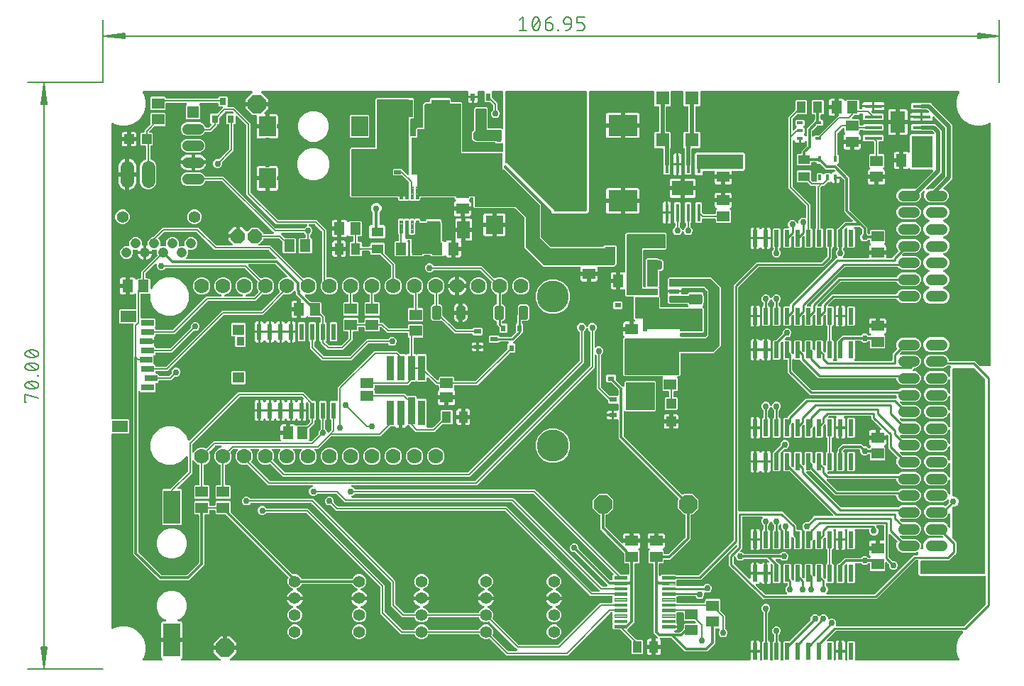
<source format=gbr>
G04 EAGLE Gerber RS-274X export*
G75*
%MOMM*%
%FSLAX34Y34*%
%LPD*%
%INTop Copper*%
%IPPOS*%
%AMOC8*
5,1,8,0,0,1.08239X$1,22.5*%
G01*
%ADD10C,0.130000*%
%ADD11C,0.152400*%
%ADD12R,1.500000X1.300000*%
%ADD13R,0.800000X0.900000*%
%ADD14C,1.650000*%
%ADD15C,3.810000*%
%ADD16C,1.778000*%
%ADD17R,1.422400X1.422400*%
%ADD18C,1.308000*%
%ADD19R,1.400000X1.100000*%
%ADD20R,1.100000X1.400000*%
%ADD21R,2.000000X2.400000*%
%ADD22R,0.533400X1.981200*%
%ADD23R,1.300000X1.500000*%
%ADD24R,2.000000X4.000000*%
%ADD25R,1.200000X1.200000*%
%ADD26R,1.145600X0.597100*%
%ADD27R,3.700000X0.980000*%
%ADD28R,0.800000X0.600000*%
%ADD29R,1.240000X2.020000*%
%ADD30R,0.600000X2.000000*%
%ADD31R,0.450000X2.150000*%
%ADD32R,2.541200X1.790400*%
%ADD33R,3.500000X2.500000*%
%ADD34R,1.650000X1.650000*%
%ADD35R,2.150000X0.450000*%
%ADD36R,1.790400X2.541200*%
%ADD37R,0.400000X0.800000*%
%ADD38R,0.800000X0.400000*%
%ADD39C,1.208000*%
%ADD40C,1.422400*%
%ADD41C,0.102500*%
%ADD42R,0.850000X0.500000*%
%ADD43R,3.750000X4.410000*%
%ADD44R,2.150000X2.200000*%
%ADD45R,2.200000X2.150000*%
%ADD46R,1.500000X2.100000*%
%ADD47R,0.889000X3.000000*%
%ADD48R,0.889000X3.200000*%
%ADD49R,1.600200X1.168400*%
%ADD50C,0.496800*%
%ADD51R,0.597100X1.145600*%
%ADD52R,0.880100X0.569200*%
%ADD53R,0.569200X0.880100*%
%ADD54R,0.600000X0.800000*%
%ADD55R,1.400000X1.300000*%
%ADD56R,0.950000X1.000000*%
%ADD57R,1.500000X0.800000*%
%ADD58R,1.900000X1.400000*%
%ADD59P,2.336880X8X22.500000*%
%ADD60P,1.814519X8X202.500000*%
%ADD61C,0.200000*%
%ADD62C,0.756400*%
%ADD63C,0.304800*%
%ADD64C,0.355600*%
%ADD65C,0.254000*%
%ADD66C,0.508000*%

G36*
X70375Y10179D02*
X70375Y10179D01*
X70521Y10195D01*
X70533Y10199D01*
X70546Y10201D01*
X70681Y10254D01*
X70819Y10306D01*
X70830Y10313D01*
X70841Y10318D01*
X70960Y10403D01*
X71080Y10487D01*
X71088Y10497D01*
X71099Y10504D01*
X71192Y10617D01*
X71288Y10728D01*
X71293Y10740D01*
X71302Y10749D01*
X71364Y10881D01*
X71429Y11013D01*
X71432Y11026D01*
X71437Y11037D01*
X71464Y11180D01*
X71495Y11324D01*
X71495Y11337D01*
X71497Y11349D01*
X71488Y11495D01*
X71482Y11642D01*
X71478Y11654D01*
X71477Y11667D01*
X71432Y11806D01*
X71390Y11946D01*
X71383Y11957D01*
X71379Y11969D01*
X71301Y12093D01*
X71225Y12218D01*
X71216Y12227D01*
X71209Y12238D01*
X71138Y12305D01*
X71108Y12339D01*
X70517Y12930D01*
X70182Y13509D01*
X70009Y14156D01*
X70009Y31951D01*
X81280Y31951D01*
X81398Y31966D01*
X81517Y31973D01*
X81555Y31986D01*
X81595Y31991D01*
X81706Y32034D01*
X81819Y32071D01*
X81854Y32093D01*
X81891Y32108D01*
X81987Y32178D01*
X82088Y32241D01*
X82116Y32271D01*
X82148Y32295D01*
X82224Y32386D01*
X82306Y32473D01*
X82325Y32508D01*
X82351Y32539D01*
X82402Y32647D01*
X82459Y32751D01*
X82470Y32791D01*
X82487Y32827D01*
X82509Y32944D01*
X82539Y33059D01*
X82543Y33120D01*
X82547Y33140D01*
X82545Y33160D01*
X82549Y33220D01*
X82549Y35760D01*
X82534Y35878D01*
X82527Y35997D01*
X82514Y36035D01*
X82509Y36075D01*
X82465Y36186D01*
X82429Y36299D01*
X82407Y36334D01*
X82392Y36371D01*
X82322Y36467D01*
X82259Y36568D01*
X82229Y36596D01*
X82205Y36628D01*
X82114Y36704D01*
X82027Y36786D01*
X81992Y36805D01*
X81960Y36831D01*
X81853Y36882D01*
X81749Y36939D01*
X81709Y36950D01*
X81673Y36967D01*
X81556Y36989D01*
X81441Y37019D01*
X81380Y37023D01*
X81360Y37027D01*
X81340Y37025D01*
X81280Y37029D01*
X70009Y37029D01*
X70009Y54824D01*
X70182Y55471D01*
X70517Y56050D01*
X70990Y56523D01*
X71569Y56858D01*
X72216Y57031D01*
X74584Y57031D01*
X74653Y57039D01*
X74723Y57038D01*
X74810Y57059D01*
X74899Y57071D01*
X74964Y57096D01*
X75032Y57113D01*
X75112Y57155D01*
X75195Y57188D01*
X75252Y57229D01*
X75313Y57261D01*
X75380Y57322D01*
X75453Y57374D01*
X75497Y57428D01*
X75549Y57475D01*
X75598Y57550D01*
X75655Y57619D01*
X75685Y57683D01*
X75723Y57741D01*
X75753Y57826D01*
X75791Y57907D01*
X75804Y57976D01*
X75827Y58042D01*
X75834Y58131D01*
X75851Y58219D01*
X75846Y58289D01*
X75852Y58359D01*
X75836Y58447D01*
X75831Y58537D01*
X75809Y58603D01*
X75797Y58672D01*
X75761Y58754D01*
X75733Y58839D01*
X75696Y58898D01*
X75667Y58962D01*
X75611Y59032D01*
X75563Y59108D01*
X75512Y59156D01*
X75468Y59210D01*
X75396Y59265D01*
X75331Y59326D01*
X75270Y59360D01*
X75214Y59402D01*
X75070Y59473D01*
X72546Y60518D01*
X67578Y65486D01*
X64889Y71977D01*
X64889Y79003D01*
X67578Y85494D01*
X72546Y90462D01*
X79037Y93151D01*
X86063Y93151D01*
X92554Y90462D01*
X97522Y85494D01*
X100211Y79003D01*
X100211Y71977D01*
X97522Y65486D01*
X92554Y60518D01*
X90030Y59473D01*
X89970Y59438D01*
X89905Y59412D01*
X89832Y59360D01*
X89754Y59315D01*
X89704Y59267D01*
X89647Y59226D01*
X89590Y59156D01*
X89526Y59094D01*
X89489Y59034D01*
X89445Y58981D01*
X89406Y58899D01*
X89359Y58823D01*
X89339Y58756D01*
X89309Y58693D01*
X89292Y58605D01*
X89266Y58519D01*
X89262Y58449D01*
X89249Y58380D01*
X89255Y58291D01*
X89251Y58201D01*
X89265Y58133D01*
X89269Y58063D01*
X89297Y57978D01*
X89315Y57890D01*
X89346Y57827D01*
X89367Y57761D01*
X89415Y57685D01*
X89455Y57604D01*
X89500Y57551D01*
X89537Y57492D01*
X89603Y57430D01*
X89661Y57362D01*
X89718Y57322D01*
X89769Y57274D01*
X89848Y57231D01*
X89921Y57179D01*
X89986Y57154D01*
X90047Y57120D01*
X90134Y57098D01*
X90218Y57066D01*
X90288Y57058D01*
X90355Y57041D01*
X90516Y57031D01*
X92884Y57031D01*
X93531Y56858D01*
X94110Y56523D01*
X94583Y56050D01*
X94918Y55471D01*
X95091Y54824D01*
X95091Y37029D01*
X83820Y37029D01*
X83702Y37014D01*
X83583Y37007D01*
X83545Y36994D01*
X83505Y36989D01*
X83394Y36945D01*
X83281Y36909D01*
X83246Y36887D01*
X83209Y36872D01*
X83113Y36802D01*
X83012Y36739D01*
X82984Y36709D01*
X82952Y36685D01*
X82876Y36594D01*
X82794Y36507D01*
X82775Y36472D01*
X82749Y36440D01*
X82698Y36333D01*
X82641Y36229D01*
X82630Y36189D01*
X82613Y36153D01*
X82591Y36036D01*
X82561Y35921D01*
X82557Y35860D01*
X82553Y35840D01*
X82555Y35820D01*
X82551Y35760D01*
X82551Y33220D01*
X82566Y33102D01*
X82573Y32983D01*
X82586Y32945D01*
X82591Y32905D01*
X82635Y32794D01*
X82671Y32681D01*
X82693Y32646D01*
X82708Y32609D01*
X82778Y32513D01*
X82841Y32412D01*
X82871Y32384D01*
X82895Y32351D01*
X82986Y32276D01*
X83073Y32194D01*
X83108Y32174D01*
X83140Y32149D01*
X83247Y32098D01*
X83351Y32040D01*
X83391Y32030D01*
X83427Y32013D01*
X83544Y31991D01*
X83659Y31961D01*
X83720Y31957D01*
X83740Y31953D01*
X83760Y31955D01*
X83820Y31951D01*
X95091Y31951D01*
X95091Y14156D01*
X94918Y13509D01*
X94583Y12930D01*
X94028Y12375D01*
X94001Y12356D01*
X93993Y12346D01*
X93983Y12338D01*
X93892Y12223D01*
X93798Y12111D01*
X93793Y12099D01*
X93785Y12089D01*
X93725Y11955D01*
X93663Y11823D01*
X93661Y11810D01*
X93655Y11799D01*
X93630Y11653D01*
X93603Y11510D01*
X93604Y11498D01*
X93602Y11485D01*
X93614Y11339D01*
X93623Y11193D01*
X93627Y11181D01*
X93628Y11168D01*
X93676Y11030D01*
X93721Y10891D01*
X93728Y10880D01*
X93732Y10868D01*
X93813Y10746D01*
X93891Y10622D01*
X93900Y10613D01*
X93907Y10602D01*
X94016Y10504D01*
X94123Y10404D01*
X94134Y10398D01*
X94143Y10389D01*
X94273Y10321D01*
X94401Y10250D01*
X94414Y10247D01*
X94425Y10241D01*
X94568Y10207D01*
X94709Y10171D01*
X94726Y10170D01*
X94734Y10168D01*
X94751Y10168D01*
X94870Y10161D01*
X139365Y10161D01*
X139503Y10178D01*
X139642Y10191D01*
X139661Y10198D01*
X139681Y10201D01*
X139810Y10252D01*
X139941Y10299D01*
X139958Y10310D01*
X139977Y10318D01*
X140089Y10399D01*
X140204Y10477D01*
X140218Y10493D01*
X140234Y10504D01*
X140323Y10612D01*
X140415Y10716D01*
X140424Y10734D01*
X140437Y10749D01*
X140496Y10875D01*
X140559Y10999D01*
X140564Y11019D01*
X140572Y11037D01*
X140598Y11173D01*
X140629Y11309D01*
X140628Y11330D01*
X140632Y11349D01*
X140624Y11488D01*
X140619Y11627D01*
X140614Y11647D01*
X140612Y11667D01*
X140570Y11799D01*
X140531Y11933D01*
X140521Y11950D01*
X140514Y11969D01*
X140440Y12087D01*
X140369Y12207D01*
X140351Y12228D01*
X140344Y12238D01*
X140329Y12252D01*
X140263Y12327D01*
X132714Y19876D01*
X132714Y22861D01*
X144780Y22861D01*
X144898Y22876D01*
X145017Y22883D01*
X145055Y22896D01*
X145095Y22901D01*
X145206Y22944D01*
X145319Y22981D01*
X145353Y23003D01*
X145391Y23018D01*
X145487Y23088D01*
X145588Y23151D01*
X145616Y23181D01*
X145648Y23204D01*
X145724Y23296D01*
X145806Y23383D01*
X145825Y23418D01*
X145851Y23449D01*
X145902Y23557D01*
X145959Y23661D01*
X145970Y23701D01*
X145987Y23737D01*
X146009Y23854D01*
X146039Y23969D01*
X146043Y24030D01*
X146047Y24050D01*
X146045Y24070D01*
X146049Y24130D01*
X146049Y25401D01*
X146051Y25401D01*
X146051Y24130D01*
X146066Y24012D01*
X146073Y23893D01*
X146086Y23855D01*
X146091Y23814D01*
X146135Y23704D01*
X146171Y23591D01*
X146193Y23556D01*
X146208Y23519D01*
X146278Y23423D01*
X146341Y23322D01*
X146371Y23294D01*
X146395Y23261D01*
X146486Y23186D01*
X146573Y23104D01*
X146608Y23084D01*
X146640Y23059D01*
X146747Y23008D01*
X146852Y22950D01*
X146891Y22940D01*
X146927Y22923D01*
X147044Y22901D01*
X147159Y22871D01*
X147220Y22867D01*
X147240Y22863D01*
X147260Y22865D01*
X147320Y22861D01*
X159386Y22861D01*
X159386Y19876D01*
X151837Y12327D01*
X151752Y12218D01*
X151663Y12111D01*
X151655Y12092D01*
X151642Y12076D01*
X151587Y11948D01*
X151528Y11823D01*
X151524Y11803D01*
X151516Y11784D01*
X151494Y11646D01*
X151468Y11510D01*
X151469Y11490D01*
X151466Y11470D01*
X151479Y11331D01*
X151488Y11193D01*
X151494Y11174D01*
X151496Y11154D01*
X151543Y11022D01*
X151586Y10891D01*
X151596Y10873D01*
X151603Y10854D01*
X151681Y10739D01*
X151756Y10622D01*
X151771Y10608D01*
X151782Y10591D01*
X151886Y10499D01*
X151987Y10404D01*
X152005Y10394D01*
X152020Y10381D01*
X152144Y10317D01*
X152266Y10250D01*
X152285Y10245D01*
X152304Y10236D01*
X152439Y10206D01*
X152574Y10171D01*
X152602Y10169D01*
X152614Y10166D01*
X152634Y10167D01*
X152735Y10161D01*
X771700Y10161D01*
X771818Y10176D01*
X771937Y10183D01*
X771975Y10196D01*
X772016Y10201D01*
X772126Y10244D01*
X772239Y10281D01*
X772274Y10303D01*
X772311Y10318D01*
X772407Y10387D01*
X772508Y10451D01*
X772536Y10481D01*
X772569Y10504D01*
X772645Y10596D01*
X772726Y10683D01*
X772746Y10718D01*
X772771Y10749D01*
X772822Y10857D01*
X772880Y10961D01*
X772890Y11001D01*
X772907Y11037D01*
X772929Y11154D01*
X772959Y11269D01*
X772963Y11329D01*
X772967Y11349D01*
X772965Y11370D01*
X772969Y11430D01*
X772969Y19801D01*
X778280Y19801D01*
X778398Y19816D01*
X778517Y19823D01*
X778524Y19825D01*
X778580Y19811D01*
X778640Y19807D01*
X778660Y19803D01*
X778680Y19805D01*
X778740Y19801D01*
X784051Y19801D01*
X784051Y11430D01*
X784066Y11312D01*
X784073Y11193D01*
X784086Y11155D01*
X784091Y11114D01*
X784134Y11004D01*
X784171Y10891D01*
X784193Y10856D01*
X784208Y10819D01*
X784277Y10723D01*
X784341Y10622D01*
X784371Y10594D01*
X784394Y10561D01*
X784486Y10485D01*
X784573Y10404D01*
X784608Y10384D01*
X784639Y10359D01*
X784747Y10308D01*
X784851Y10250D01*
X784891Y10240D01*
X784927Y10223D01*
X785044Y10201D01*
X785159Y10171D01*
X785219Y10167D01*
X785239Y10163D01*
X785260Y10165D01*
X785320Y10161D01*
X785416Y10161D01*
X785534Y10176D01*
X785653Y10183D01*
X785691Y10196D01*
X785732Y10201D01*
X785842Y10244D01*
X785955Y10281D01*
X785990Y10303D01*
X786027Y10318D01*
X786123Y10387D01*
X786224Y10451D01*
X786252Y10481D01*
X786285Y10504D01*
X786361Y10596D01*
X786442Y10683D01*
X786462Y10718D01*
X786487Y10749D01*
X786538Y10857D01*
X786596Y10961D01*
X786606Y11001D01*
X786623Y11037D01*
X786645Y11154D01*
X786675Y11269D01*
X786679Y11329D01*
X786683Y11349D01*
X786681Y11370D01*
X786685Y11430D01*
X786685Y31932D01*
X787721Y32967D01*
X787757Y32982D01*
X787853Y33051D01*
X787954Y33115D01*
X787982Y33145D01*
X788015Y33168D01*
X788091Y33260D01*
X788172Y33347D01*
X788192Y33382D01*
X788217Y33413D01*
X788268Y33521D01*
X788326Y33625D01*
X788336Y33665D01*
X788353Y33701D01*
X788375Y33818D01*
X788405Y33933D01*
X788409Y33993D01*
X788413Y34013D01*
X788411Y34034D01*
X788415Y34094D01*
X788415Y67154D01*
X788403Y67252D01*
X788400Y67351D01*
X788383Y67410D01*
X788375Y67470D01*
X788339Y67562D01*
X788311Y67657D01*
X788281Y67709D01*
X788258Y67765D01*
X788200Y67845D01*
X788150Y67931D01*
X788084Y68006D01*
X788072Y68023D01*
X788062Y68030D01*
X788044Y68052D01*
X786711Y69384D01*
X785903Y71334D01*
X785903Y73446D01*
X786711Y75396D01*
X788204Y76889D01*
X790154Y77697D01*
X792266Y77697D01*
X794216Y76889D01*
X795709Y75396D01*
X796517Y73446D01*
X796517Y71334D01*
X795709Y69384D01*
X794376Y68052D01*
X794316Y67973D01*
X794248Y67901D01*
X794219Y67848D01*
X794182Y67800D01*
X794142Y67709D01*
X794094Y67623D01*
X794079Y67564D01*
X794055Y67508D01*
X794040Y67411D01*
X794015Y67315D01*
X794009Y67215D01*
X794005Y67194D01*
X794007Y67182D01*
X794005Y67154D01*
X794005Y34094D01*
X794020Y33976D01*
X794027Y33857D01*
X794040Y33819D01*
X794045Y33778D01*
X794088Y33668D01*
X794125Y33555D01*
X794147Y33520D01*
X794162Y33483D01*
X794231Y33387D01*
X794295Y33286D01*
X794325Y33258D01*
X794348Y33225D01*
X794440Y33149D01*
X794527Y33068D01*
X794562Y33048D01*
X794593Y33023D01*
X794688Y32978D01*
X795735Y31932D01*
X795735Y11430D01*
X795750Y11312D01*
X795757Y11193D01*
X795770Y11155D01*
X795775Y11114D01*
X795818Y11004D01*
X795855Y10891D01*
X795877Y10856D01*
X795892Y10819D01*
X795961Y10723D01*
X796025Y10622D01*
X796055Y10594D01*
X796078Y10561D01*
X796170Y10485D01*
X796257Y10404D01*
X796292Y10384D01*
X796323Y10359D01*
X796431Y10308D01*
X796535Y10250D01*
X796575Y10240D01*
X796611Y10223D01*
X796728Y10201D01*
X796843Y10171D01*
X796903Y10167D01*
X796923Y10163D01*
X796944Y10165D01*
X797004Y10161D01*
X798116Y10161D01*
X798234Y10176D01*
X798353Y10183D01*
X798391Y10196D01*
X798432Y10201D01*
X798542Y10244D01*
X798655Y10281D01*
X798690Y10303D01*
X798727Y10318D01*
X798823Y10387D01*
X798924Y10451D01*
X798952Y10481D01*
X798985Y10504D01*
X799061Y10596D01*
X799142Y10683D01*
X799162Y10718D01*
X799187Y10749D01*
X799238Y10857D01*
X799296Y10961D01*
X799306Y11001D01*
X799323Y11037D01*
X799345Y11154D01*
X799375Y11269D01*
X799379Y11329D01*
X799383Y11349D01*
X799381Y11370D01*
X799385Y11430D01*
X799385Y31932D01*
X800421Y32967D01*
X800457Y32982D01*
X800553Y33051D01*
X800654Y33115D01*
X800682Y33145D01*
X800715Y33168D01*
X800791Y33260D01*
X800872Y33347D01*
X800892Y33382D01*
X800917Y33413D01*
X800968Y33521D01*
X801026Y33625D01*
X801036Y33665D01*
X801053Y33701D01*
X801075Y33818D01*
X801105Y33933D01*
X801109Y33993D01*
X801113Y34013D01*
X801111Y34034D01*
X801115Y34094D01*
X801115Y40484D01*
X801103Y40582D01*
X801100Y40681D01*
X801083Y40740D01*
X801075Y40800D01*
X801039Y40892D01*
X801011Y40987D01*
X800981Y41039D01*
X800958Y41095D01*
X800900Y41176D01*
X800850Y41261D01*
X800784Y41336D01*
X800772Y41353D01*
X800762Y41361D01*
X800744Y41382D01*
X799411Y42714D01*
X798603Y44664D01*
X798603Y46776D01*
X799411Y48726D01*
X800904Y50219D01*
X802854Y51027D01*
X804966Y51027D01*
X806916Y50219D01*
X808409Y48726D01*
X809217Y46776D01*
X809217Y44664D01*
X808409Y42714D01*
X807076Y41382D01*
X807016Y41303D01*
X806948Y41231D01*
X806919Y41178D01*
X806882Y41130D01*
X806842Y41040D01*
X806794Y40953D01*
X806779Y40894D01*
X806755Y40839D01*
X806740Y40741D01*
X806715Y40645D01*
X806709Y40545D01*
X806705Y40524D01*
X806707Y40512D01*
X806705Y40484D01*
X806705Y34094D01*
X806720Y33976D01*
X806727Y33857D01*
X806740Y33819D01*
X806745Y33778D01*
X806788Y33668D01*
X806825Y33555D01*
X806847Y33520D01*
X806862Y33483D01*
X806931Y33387D01*
X806995Y33286D01*
X807025Y33258D01*
X807048Y33225D01*
X807140Y33149D01*
X807227Y33068D01*
X807262Y33048D01*
X807293Y33023D01*
X807388Y32978D01*
X808435Y31932D01*
X808435Y11430D01*
X808450Y11312D01*
X808457Y11193D01*
X808470Y11155D01*
X808475Y11114D01*
X808518Y11004D01*
X808555Y10891D01*
X808577Y10856D01*
X808592Y10819D01*
X808661Y10723D01*
X808725Y10622D01*
X808755Y10594D01*
X808778Y10561D01*
X808870Y10485D01*
X808957Y10404D01*
X808992Y10384D01*
X809023Y10359D01*
X809131Y10308D01*
X809235Y10250D01*
X809275Y10240D01*
X809311Y10223D01*
X809428Y10201D01*
X809543Y10171D01*
X809603Y10167D01*
X809623Y10163D01*
X809644Y10165D01*
X809704Y10161D01*
X810816Y10161D01*
X810934Y10176D01*
X811053Y10183D01*
X811091Y10196D01*
X811132Y10201D01*
X811242Y10244D01*
X811355Y10281D01*
X811390Y10303D01*
X811427Y10318D01*
X811523Y10387D01*
X811624Y10451D01*
X811652Y10481D01*
X811685Y10504D01*
X811761Y10596D01*
X811842Y10683D01*
X811862Y10718D01*
X811887Y10749D01*
X811938Y10857D01*
X811996Y10961D01*
X812006Y11001D01*
X812023Y11037D01*
X812045Y11154D01*
X812075Y11269D01*
X812079Y11329D01*
X812083Y11349D01*
X812081Y11370D01*
X812085Y11430D01*
X812085Y24430D01*
X812083Y24450D01*
X812085Y24471D01*
X812063Y24608D01*
X812045Y24745D01*
X812038Y24765D01*
X812035Y24785D01*
X811980Y24936D01*
X811975Y24946D01*
X811997Y25001D01*
X812036Y25155D01*
X812075Y25305D01*
X812075Y25308D01*
X812076Y25309D01*
X812076Y25313D01*
X812085Y25466D01*
X812085Y31932D01*
X812978Y32825D01*
X818347Y32825D01*
X818445Y32837D01*
X818544Y32840D01*
X818602Y32857D01*
X818662Y32865D01*
X818754Y32901D01*
X818849Y32929D01*
X818902Y32959D01*
X818958Y32982D01*
X819038Y33040D01*
X819123Y33090D01*
X819199Y33156D01*
X819215Y33168D01*
X819223Y33178D01*
X819244Y33196D01*
X844322Y58274D01*
X844382Y58352D01*
X844450Y58424D01*
X844479Y58477D01*
X844516Y58525D01*
X844556Y58616D01*
X844604Y58703D01*
X844619Y58761D01*
X844643Y58817D01*
X844658Y58915D01*
X844683Y59011D01*
X844689Y59111D01*
X844693Y59131D01*
X844691Y59143D01*
X844693Y59171D01*
X844693Y61056D01*
X845501Y63006D01*
X846994Y64499D01*
X848944Y65307D01*
X851056Y65307D01*
X853006Y64499D01*
X854102Y63402D01*
X854196Y63330D01*
X854286Y63251D01*
X854322Y63232D01*
X854354Y63207D01*
X854463Y63160D01*
X854569Y63106D01*
X854608Y63097D01*
X854646Y63081D01*
X854763Y63062D01*
X854879Y63036D01*
X854920Y63038D01*
X854960Y63031D01*
X855078Y63042D01*
X855197Y63046D01*
X855236Y63057D01*
X855276Y63061D01*
X855389Y63101D01*
X855503Y63134D01*
X855537Y63155D01*
X855576Y63169D01*
X855674Y63235D01*
X855777Y63296D01*
X855822Y63336D01*
X855839Y63347D01*
X855852Y63362D01*
X855897Y63402D01*
X856994Y64499D01*
X858944Y65307D01*
X861056Y65307D01*
X863006Y64499D01*
X864499Y63006D01*
X865307Y61056D01*
X865307Y60700D01*
X865313Y60650D01*
X865311Y60601D01*
X865333Y60493D01*
X865347Y60384D01*
X865365Y60338D01*
X865375Y60289D01*
X865423Y60190D01*
X865464Y60088D01*
X865493Y60048D01*
X865515Y60003D01*
X865586Y59920D01*
X865650Y59831D01*
X865689Y59799D01*
X865721Y59761D01*
X865811Y59698D01*
X865895Y59628D01*
X865940Y59607D01*
X865981Y59578D01*
X866084Y59539D01*
X866183Y59493D01*
X866232Y59483D01*
X866278Y59466D01*
X866388Y59453D01*
X866495Y59433D01*
X866545Y59436D01*
X866594Y59430D01*
X866703Y59446D01*
X866813Y59453D01*
X866860Y59468D01*
X866909Y59475D01*
X867062Y59527D01*
X868944Y60307D01*
X871056Y60307D01*
X873006Y59499D01*
X874499Y58006D01*
X875307Y56056D01*
X875307Y53944D01*
X874837Y52810D01*
X874824Y52762D01*
X874802Y52717D01*
X874782Y52609D01*
X874753Y52503D01*
X874752Y52453D01*
X874743Y52404D01*
X874749Y52295D01*
X874748Y52185D01*
X874759Y52137D01*
X874762Y52087D01*
X874796Y51983D01*
X874822Y51876D01*
X874845Y51832D01*
X874860Y51785D01*
X874919Y51692D01*
X874971Y51595D01*
X875004Y51558D01*
X875031Y51516D01*
X875111Y51441D01*
X875185Y51359D01*
X875226Y51332D01*
X875262Y51298D01*
X875358Y51245D01*
X875450Y51185D01*
X875497Y51168D01*
X875541Y51144D01*
X875647Y51117D01*
X875751Y51081D01*
X875801Y51077D01*
X875849Y51065D01*
X876009Y51055D01*
X1027127Y51055D01*
X1027225Y51067D01*
X1027324Y51070D01*
X1027382Y51087D01*
X1027442Y51095D01*
X1027534Y51131D01*
X1027629Y51159D01*
X1027682Y51189D01*
X1027738Y51212D01*
X1027818Y51270D01*
X1027903Y51320D01*
X1027979Y51386D01*
X1027995Y51398D01*
X1028003Y51408D01*
X1028024Y51426D01*
X1053584Y76986D01*
X1053644Y77064D01*
X1053712Y77136D01*
X1053741Y77189D01*
X1053778Y77237D01*
X1053818Y77328D01*
X1053866Y77415D01*
X1053881Y77473D01*
X1053905Y77529D01*
X1053920Y77627D01*
X1053945Y77723D01*
X1053951Y77823D01*
X1053955Y77843D01*
X1053953Y77855D01*
X1053955Y77883D01*
X1053955Y109728D01*
X1053940Y109846D01*
X1053933Y109965D01*
X1053920Y110003D01*
X1053915Y110044D01*
X1053872Y110154D01*
X1053835Y110267D01*
X1053813Y110302D01*
X1053798Y110339D01*
X1053729Y110435D01*
X1053665Y110536D01*
X1053635Y110564D01*
X1053612Y110597D01*
X1053520Y110673D01*
X1053433Y110754D01*
X1053398Y110774D01*
X1053367Y110799D01*
X1053259Y110850D01*
X1053155Y110908D01*
X1053115Y110918D01*
X1053079Y110935D01*
X1052962Y110957D01*
X1052847Y110987D01*
X1052787Y110991D01*
X1052767Y110995D01*
X1052746Y110993D01*
X1052686Y110997D01*
X975262Y110997D01*
X973327Y112932D01*
X973327Y129196D01*
X973312Y129314D01*
X973305Y129433D01*
X973292Y129471D01*
X973287Y129512D01*
X973244Y129622D01*
X973207Y129735D01*
X973185Y129770D01*
X973170Y129807D01*
X973101Y129903D01*
X973037Y130004D01*
X973007Y130032D01*
X972984Y130065D01*
X972892Y130141D01*
X972805Y130222D01*
X972770Y130242D01*
X972739Y130267D01*
X972631Y130318D01*
X972527Y130376D01*
X972487Y130386D01*
X972451Y130403D01*
X972334Y130425D01*
X972219Y130455D01*
X972159Y130459D01*
X972139Y130463D01*
X972118Y130461D01*
X972058Y130465D01*
X970603Y130465D01*
X970505Y130453D01*
X970406Y130450D01*
X970348Y130433D01*
X970288Y130425D01*
X970196Y130389D01*
X970101Y130361D01*
X970048Y130331D01*
X969992Y130308D01*
X969912Y130250D01*
X969827Y130200D01*
X969751Y130134D01*
X969735Y130122D01*
X969727Y130112D01*
X969706Y130094D01*
X923178Y83565D01*
X789385Y83565D01*
X789374Y83564D01*
X789348Y83565D01*
X788202Y83531D01*
X787392Y84342D01*
X787383Y84349D01*
X787365Y84368D01*
X776557Y94559D01*
X776492Y94607D01*
X776433Y94662D01*
X776364Y94700D01*
X776303Y94745D01*
X775366Y95681D01*
X775357Y95688D01*
X775340Y95707D01*
X774374Y96618D01*
X774330Y96675D01*
X774289Y96744D01*
X774187Y96861D01*
X774185Y96863D01*
X774184Y96863D01*
X774183Y96865D01*
X747205Y123842D01*
X747205Y136158D01*
X756834Y145786D01*
X756894Y145864D01*
X756962Y145936D01*
X756991Y145989D01*
X757028Y146037D01*
X757068Y146128D01*
X757116Y146215D01*
X757131Y146273D01*
X757155Y146329D01*
X757170Y146427D01*
X757195Y146523D01*
X757201Y146623D01*
X757205Y146643D01*
X757203Y146655D01*
X757205Y146683D01*
X757205Y146939D01*
X757188Y147076D01*
X757175Y147215D01*
X757168Y147234D01*
X757165Y147254D01*
X757114Y147383D01*
X757067Y147514D01*
X757056Y147531D01*
X757048Y147550D01*
X756967Y147662D01*
X756889Y147777D01*
X756873Y147791D01*
X756862Y147807D01*
X756754Y147896D01*
X756650Y147988D01*
X756632Y147997D01*
X756617Y148010D01*
X756491Y148069D01*
X756367Y148133D01*
X756347Y148137D01*
X756329Y148146D01*
X756193Y148172D01*
X756057Y148202D01*
X756036Y148202D01*
X756017Y148205D01*
X755878Y148197D01*
X755739Y148193D01*
X755719Y148187D01*
X755699Y148186D01*
X755567Y148143D01*
X755433Y148104D01*
X755416Y148094D01*
X755397Y148088D01*
X755279Y148013D01*
X755159Y147943D01*
X755138Y147924D01*
X755128Y147917D01*
X755114Y147903D01*
X755039Y147836D01*
X713668Y106465D01*
X685774Y106465D01*
X685656Y106450D01*
X685537Y106443D01*
X685499Y106430D01*
X685458Y106425D01*
X685348Y106382D01*
X685235Y106345D01*
X685200Y106323D01*
X685163Y106308D01*
X685067Y106239D01*
X684966Y106175D01*
X684938Y106145D01*
X684905Y106122D01*
X684829Y106030D01*
X684748Y105943D01*
X684728Y105908D01*
X684703Y105877D01*
X684652Y105769D01*
X684594Y105665D01*
X684584Y105625D01*
X684567Y105589D01*
X684545Y105472D01*
X684515Y105357D01*
X684511Y105297D01*
X684507Y105277D01*
X684509Y105256D01*
X684505Y105196D01*
X684505Y100324D01*
X684520Y100206D01*
X684527Y100087D01*
X684540Y100049D01*
X684545Y100008D01*
X684588Y99898D01*
X684625Y99785D01*
X684647Y99750D01*
X684662Y99713D01*
X684731Y99617D01*
X684795Y99516D01*
X684825Y99488D01*
X684848Y99455D01*
X684940Y99379D01*
X685027Y99298D01*
X685062Y99278D01*
X685093Y99253D01*
X685201Y99202D01*
X685305Y99144D01*
X685345Y99134D01*
X685381Y99117D01*
X685498Y99095D01*
X685613Y99065D01*
X685673Y99061D01*
X685693Y99057D01*
X685714Y99059D01*
X685774Y99055D01*
X715864Y99055D01*
X715962Y99067D01*
X716061Y99070D01*
X716120Y99087D01*
X716180Y99095D01*
X716272Y99131D01*
X716367Y99159D01*
X716419Y99189D01*
X716475Y99212D01*
X716556Y99270D01*
X716641Y99320D01*
X716716Y99386D01*
X716733Y99398D01*
X716741Y99408D01*
X716762Y99426D01*
X718354Y101019D01*
X720304Y101827D01*
X722416Y101827D01*
X724366Y101019D01*
X725859Y99526D01*
X726667Y97576D01*
X726667Y95464D01*
X725859Y93514D01*
X724366Y92021D01*
X722416Y91213D01*
X720304Y91213D01*
X719455Y91565D01*
X719322Y91602D01*
X719188Y91643D01*
X719168Y91644D01*
X719149Y91649D01*
X719010Y91651D01*
X718871Y91658D01*
X718851Y91654D01*
X718831Y91654D01*
X718695Y91621D01*
X718559Y91593D01*
X718541Y91585D01*
X718521Y91580D01*
X718398Y91515D01*
X718274Y91454D01*
X718258Y91441D01*
X718240Y91431D01*
X718137Y91338D01*
X718032Y91247D01*
X718020Y91231D01*
X718005Y91217D01*
X717928Y91101D01*
X717848Y90987D01*
X717841Y90968D01*
X717830Y90951D01*
X717785Y90820D01*
X717736Y90690D01*
X717734Y90670D01*
X717727Y90651D01*
X717716Y90511D01*
X717701Y90374D01*
X717703Y90354D01*
X717702Y90334D01*
X717726Y90196D01*
X717745Y90059D01*
X717754Y90032D01*
X717756Y90020D01*
X717765Y90001D01*
X717777Y89966D01*
X717777Y87844D01*
X716969Y85894D01*
X715476Y84401D01*
X713526Y83593D01*
X711414Y83593D01*
X709464Y84401D01*
X707971Y85894D01*
X707852Y86182D01*
X707837Y86207D01*
X707828Y86235D01*
X707759Y86345D01*
X707694Y86458D01*
X707674Y86479D01*
X707658Y86504D01*
X707563Y86593D01*
X707473Y86686D01*
X707448Y86702D01*
X707426Y86722D01*
X707313Y86785D01*
X707202Y86853D01*
X707174Y86861D01*
X707148Y86876D01*
X707022Y86908D01*
X706898Y86946D01*
X706869Y86948D01*
X706840Y86955D01*
X706679Y86965D01*
X685774Y86965D01*
X685656Y86950D01*
X685537Y86943D01*
X685499Y86930D01*
X685458Y86925D01*
X685348Y86882D01*
X685235Y86845D01*
X685200Y86823D01*
X685163Y86808D01*
X685067Y86739D01*
X684966Y86675D01*
X684938Y86645D01*
X684905Y86622D01*
X684829Y86530D01*
X684748Y86443D01*
X684728Y86408D01*
X684703Y86377D01*
X684652Y86269D01*
X684594Y86165D01*
X684584Y86125D01*
X684567Y86089D01*
X684545Y85972D01*
X684515Y85857D01*
X684511Y85797D01*
X684507Y85777D01*
X684509Y85756D01*
X684505Y85696D01*
X684505Y80554D01*
X684520Y80436D01*
X684527Y80317D01*
X684540Y80279D01*
X684545Y80238D01*
X684588Y80128D01*
X684625Y80015D01*
X684647Y79980D01*
X684662Y79943D01*
X684731Y79847D01*
X684795Y79746D01*
X684825Y79718D01*
X684848Y79685D01*
X684940Y79609D01*
X685027Y79528D01*
X685062Y79508D01*
X685093Y79483D01*
X685201Y79432D01*
X685305Y79374D01*
X685345Y79364D01*
X685381Y79347D01*
X685498Y79325D01*
X685613Y79295D01*
X685673Y79291D01*
X685693Y79287D01*
X685714Y79289D01*
X685774Y79285D01*
X717416Y79285D01*
X717534Y79300D01*
X717653Y79307D01*
X717691Y79320D01*
X717732Y79325D01*
X717842Y79368D01*
X717955Y79405D01*
X717990Y79427D01*
X718027Y79442D01*
X718123Y79511D01*
X718224Y79575D01*
X718252Y79605D01*
X718285Y79628D01*
X718361Y79720D01*
X718442Y79807D01*
X718462Y79842D01*
X718487Y79873D01*
X718538Y79981D01*
X718596Y80085D01*
X718606Y80125D01*
X718623Y80161D01*
X718645Y80278D01*
X718675Y80393D01*
X718679Y80453D01*
X718683Y80473D01*
X718681Y80494D01*
X718685Y80554D01*
X718685Y82672D01*
X719578Y83565D01*
X735842Y83565D01*
X736735Y82672D01*
X736735Y70612D01*
X736747Y70513D01*
X736750Y70414D01*
X736767Y70356D01*
X736775Y70296D01*
X736811Y70204D01*
X736839Y70109D01*
X736869Y70057D01*
X736892Y70000D01*
X736950Y69920D01*
X737000Y69835D01*
X737066Y69759D01*
X737078Y69743D01*
X737088Y69735D01*
X737106Y69714D01*
X742935Y63886D01*
X742935Y48686D01*
X742947Y48588D01*
X742950Y48489D01*
X742967Y48430D01*
X742975Y48370D01*
X743011Y48278D01*
X743039Y48183D01*
X743069Y48131D01*
X743092Y48075D01*
X743150Y47995D01*
X743200Y47909D01*
X743266Y47834D01*
X743278Y47817D01*
X743288Y47810D01*
X743306Y47788D01*
X744909Y46186D01*
X745717Y44236D01*
X745717Y42124D01*
X744909Y40174D01*
X743416Y38681D01*
X741466Y37873D01*
X739354Y37873D01*
X737404Y38681D01*
X735911Y40174D01*
X735103Y42124D01*
X735103Y44236D01*
X735911Y46186D01*
X736074Y46348D01*
X736159Y46458D01*
X736248Y46565D01*
X736256Y46584D01*
X736269Y46600D01*
X736324Y46728D01*
X736383Y46853D01*
X736387Y46873D01*
X736395Y46892D01*
X736417Y47029D01*
X736443Y47166D01*
X736442Y47186D01*
X736445Y47206D01*
X736432Y47344D01*
X736423Y47483D01*
X736417Y47502D01*
X736415Y47522D01*
X736368Y47654D01*
X736325Y47785D01*
X736314Y47803D01*
X736307Y47822D01*
X736229Y47937D01*
X736155Y48054D01*
X736140Y48068D01*
X736129Y48085D01*
X736025Y48177D01*
X735923Y48272D01*
X735906Y48282D01*
X735890Y48295D01*
X735766Y48359D01*
X735645Y48426D01*
X735625Y48431D01*
X735607Y48440D01*
X735471Y48470D01*
X735337Y48505D01*
X735309Y48507D01*
X735297Y48510D01*
X735276Y48509D01*
X735176Y48515D01*
X732028Y48515D01*
X731910Y48500D01*
X731791Y48493D01*
X731753Y48480D01*
X731712Y48475D01*
X731602Y48432D01*
X731489Y48395D01*
X731454Y48373D01*
X731417Y48358D01*
X731321Y48289D01*
X731220Y48225D01*
X731192Y48195D01*
X731159Y48172D01*
X731083Y48080D01*
X731002Y47993D01*
X730982Y47958D01*
X730957Y47927D01*
X730906Y47819D01*
X730848Y47715D01*
X730838Y47675D01*
X730821Y47639D01*
X730799Y47522D01*
X730769Y47407D01*
X730765Y47346D01*
X730761Y47327D01*
X730763Y47306D01*
X730759Y47246D01*
X730759Y30487D01*
X721353Y21081D01*
X694697Y21081D01*
X692540Y23239D01*
X678559Y37220D01*
X678481Y37280D01*
X678409Y37348D01*
X678356Y37377D01*
X678308Y37414D01*
X678217Y37454D01*
X678130Y37502D01*
X678071Y37517D01*
X678016Y37541D01*
X677918Y37556D01*
X677822Y37581D01*
X677722Y37587D01*
X677702Y37591D01*
X677689Y37589D01*
X677661Y37591D01*
X665936Y37591D01*
X665798Y37574D01*
X665660Y37561D01*
X665641Y37554D01*
X665621Y37551D01*
X665491Y37500D01*
X665360Y37453D01*
X665344Y37442D01*
X665325Y37434D01*
X665212Y37353D01*
X665097Y37275D01*
X665084Y37259D01*
X665068Y37248D01*
X664979Y37140D01*
X664887Y37036D01*
X664878Y37018D01*
X664865Y37003D01*
X664806Y36877D01*
X664742Y36753D01*
X664738Y36733D01*
X664729Y36715D01*
X664703Y36578D01*
X664673Y36443D01*
X664673Y36422D01*
X664669Y36403D01*
X664678Y36264D01*
X664682Y36125D01*
X664688Y36105D01*
X664689Y36085D01*
X664732Y35953D01*
X664771Y35819D01*
X664781Y35802D01*
X664787Y35783D01*
X664862Y35665D01*
X664932Y35545D01*
X664951Y35524D01*
X664957Y35514D01*
X664972Y35500D01*
X665039Y35424D01*
X665233Y35230D01*
X665568Y34651D01*
X665741Y34004D01*
X665741Y29209D01*
X660239Y29209D01*
X660239Y36211D01*
X661263Y36211D01*
X661401Y36228D01*
X661540Y36241D01*
X661559Y36248D01*
X661579Y36251D01*
X661708Y36302D01*
X661839Y36349D01*
X661856Y36360D01*
X661875Y36368D01*
X661987Y36449D01*
X662102Y36527D01*
X662116Y36543D01*
X662132Y36554D01*
X662221Y36662D01*
X662313Y36766D01*
X662322Y36784D01*
X662335Y36799D01*
X662394Y36925D01*
X662457Y37049D01*
X662462Y37069D01*
X662470Y37087D01*
X662496Y37224D01*
X662527Y37359D01*
X662526Y37380D01*
X662530Y37399D01*
X662522Y37538D01*
X662517Y37677D01*
X662512Y37697D01*
X662510Y37717D01*
X662468Y37849D01*
X662429Y37983D01*
X662419Y38000D01*
X662412Y38019D01*
X662338Y38137D01*
X662267Y38257D01*
X662249Y38278D01*
X662242Y38288D01*
X662227Y38302D01*
X662161Y38377D01*
X660790Y39749D01*
X659509Y41030D01*
X657351Y43187D01*
X657351Y124716D01*
X657336Y124834D01*
X657329Y124953D01*
X657316Y124991D01*
X657311Y125032D01*
X657268Y125142D01*
X657231Y125255D01*
X657209Y125290D01*
X657194Y125327D01*
X657125Y125423D01*
X657061Y125524D01*
X657031Y125552D01*
X657008Y125585D01*
X656916Y125661D01*
X656829Y125742D01*
X656794Y125762D01*
X656763Y125787D01*
X656655Y125838D01*
X656551Y125896D01*
X656511Y125906D01*
X656475Y125923D01*
X656358Y125945D01*
X656243Y125975D01*
X656183Y125979D01*
X656163Y125983D01*
X656142Y125981D01*
X656082Y125985D01*
X652268Y125985D01*
X651375Y126878D01*
X651375Y141142D01*
X652307Y142074D01*
X652384Y142173D01*
X652466Y142268D01*
X652481Y142298D01*
X652502Y142325D01*
X652552Y142440D01*
X652608Y142553D01*
X652615Y142586D01*
X652629Y142617D01*
X652648Y142741D01*
X652674Y142864D01*
X652673Y142897D01*
X652678Y142931D01*
X652667Y143056D01*
X652661Y143182D01*
X652652Y143214D01*
X652649Y143247D01*
X652606Y143366D01*
X652570Y143486D01*
X652552Y143515D01*
X652541Y143547D01*
X652470Y143651D01*
X652405Y143758D01*
X652381Y143782D01*
X652362Y143810D01*
X652268Y143893D01*
X652178Y143981D01*
X652138Y144008D01*
X652124Y144020D01*
X652105Y144030D01*
X652044Y144070D01*
X651340Y144477D01*
X650867Y144950D01*
X650532Y145529D01*
X650359Y146176D01*
X650359Y150471D01*
X659130Y150471D01*
X659248Y150486D01*
X659367Y150493D01*
X659405Y150506D01*
X659445Y150511D01*
X659556Y150554D01*
X659669Y150591D01*
X659704Y150613D01*
X659741Y150628D01*
X659837Y150698D01*
X659938Y150761D01*
X659966Y150791D01*
X659998Y150815D01*
X660074Y150906D01*
X660156Y150993D01*
X660175Y151028D01*
X660201Y151059D01*
X660252Y151167D01*
X660309Y151271D01*
X660320Y151311D01*
X660337Y151347D01*
X660359Y151464D01*
X660389Y151579D01*
X660393Y151640D01*
X660397Y151660D01*
X660395Y151680D01*
X660399Y151740D01*
X660399Y153011D01*
X660401Y153011D01*
X660401Y151740D01*
X660416Y151622D01*
X660423Y151503D01*
X660436Y151465D01*
X660441Y151425D01*
X660485Y151314D01*
X660521Y151201D01*
X660543Y151166D01*
X660558Y151129D01*
X660628Y151033D01*
X660691Y150932D01*
X660721Y150904D01*
X660745Y150871D01*
X660836Y150796D01*
X660923Y150714D01*
X660958Y150694D01*
X660990Y150669D01*
X661097Y150618D01*
X661201Y150560D01*
X661241Y150550D01*
X661277Y150533D01*
X661394Y150511D01*
X661509Y150481D01*
X661570Y150477D01*
X661590Y150473D01*
X661610Y150475D01*
X661670Y150471D01*
X670441Y150471D01*
X670441Y146176D01*
X670268Y145529D01*
X669933Y144950D01*
X669460Y144477D01*
X668756Y144070D01*
X668656Y143994D01*
X668552Y143924D01*
X668529Y143898D01*
X668502Y143878D01*
X668424Y143779D01*
X668341Y143685D01*
X668326Y143655D01*
X668305Y143629D01*
X668254Y143514D01*
X668196Y143402D01*
X668189Y143369D01*
X668175Y143338D01*
X668154Y143214D01*
X668127Y143092D01*
X668128Y143058D01*
X668122Y143025D01*
X668133Y142899D01*
X668136Y142774D01*
X668146Y142741D01*
X668149Y142708D01*
X668190Y142589D01*
X668225Y142468D01*
X668242Y142439D01*
X668253Y142407D01*
X668322Y142303D01*
X668386Y142194D01*
X668419Y142158D01*
X668429Y142142D01*
X668445Y142128D01*
X668493Y142074D01*
X669425Y141142D01*
X669425Y138328D01*
X669440Y138210D01*
X669447Y138091D01*
X669460Y138053D01*
X669465Y138012D01*
X669508Y137902D01*
X669545Y137789D01*
X669567Y137754D01*
X669582Y137717D01*
X669651Y137621D01*
X669715Y137520D01*
X669745Y137492D01*
X669768Y137459D01*
X669860Y137383D01*
X669947Y137302D01*
X669982Y137282D01*
X670013Y137257D01*
X670121Y137206D01*
X670225Y137148D01*
X670265Y137138D01*
X670301Y137121D01*
X670418Y137099D01*
X670533Y137069D01*
X670593Y137065D01*
X670613Y137061D01*
X670634Y137063D01*
X670694Y137059D01*
X674511Y137059D01*
X674610Y137071D01*
X674709Y137074D01*
X674767Y137091D01*
X674827Y137099D01*
X674919Y137135D01*
X675014Y137163D01*
X675066Y137193D01*
X675123Y137216D01*
X675203Y137274D01*
X675288Y137324D01*
X675363Y137390D01*
X675380Y137402D01*
X675388Y137412D01*
X675409Y137430D01*
X695080Y157101D01*
X695140Y157179D01*
X695208Y157251D01*
X695237Y157304D01*
X695274Y157352D01*
X695314Y157443D01*
X695362Y157530D01*
X695377Y157589D01*
X695401Y157644D01*
X695416Y157742D01*
X695441Y157838D01*
X695447Y157938D01*
X695451Y157958D01*
X695449Y157971D01*
X695451Y157999D01*
X695451Y183261D01*
X695436Y183379D01*
X695429Y183498D01*
X695416Y183536D01*
X695411Y183577D01*
X695368Y183687D01*
X695331Y183800D01*
X695309Y183835D01*
X695294Y183872D01*
X695225Y183968D01*
X695161Y184069D01*
X695131Y184097D01*
X695108Y184130D01*
X695016Y184206D01*
X694929Y184287D01*
X694894Y184307D01*
X694863Y184332D01*
X694755Y184383D01*
X694651Y184441D01*
X694611Y184451D01*
X694575Y184468D01*
X694458Y184490D01*
X694343Y184520D01*
X694283Y184524D01*
X694263Y184528D01*
X694242Y184526D01*
X694182Y184530D01*
X693397Y184530D01*
X686180Y191747D01*
X686180Y201953D01*
X686735Y202508D01*
X686808Y202602D01*
X686887Y202691D01*
X686906Y202727D01*
X686930Y202759D01*
X686978Y202869D01*
X687032Y202975D01*
X687041Y203014D01*
X687057Y203051D01*
X687075Y203169D01*
X687101Y203285D01*
X687100Y203325D01*
X687107Y203365D01*
X687095Y203484D01*
X687092Y203603D01*
X687080Y203642D01*
X687077Y203682D01*
X687036Y203794D01*
X687003Y203908D01*
X686983Y203943D01*
X686969Y203981D01*
X686902Y204080D01*
X686842Y204182D01*
X686802Y204228D01*
X686791Y204244D01*
X686775Y204258D01*
X686735Y204303D01*
X617599Y273440D01*
X615441Y275597D01*
X615441Y296755D01*
X615426Y296879D01*
X615416Y297005D01*
X615406Y297037D01*
X615401Y297070D01*
X615355Y297187D01*
X615315Y297306D01*
X615297Y297335D01*
X615284Y297366D01*
X615211Y297468D01*
X615142Y297573D01*
X615117Y297596D01*
X615098Y297623D01*
X615001Y297704D01*
X614908Y297789D01*
X614879Y297805D01*
X614853Y297826D01*
X614739Y297880D01*
X614628Y297939D01*
X614595Y297947D01*
X614565Y297962D01*
X614441Y297985D01*
X614319Y298015D01*
X614286Y298015D01*
X614253Y298021D01*
X614127Y298014D01*
X614001Y298012D01*
X613953Y298003D01*
X613935Y298002D01*
X613915Y297995D01*
X613843Y297981D01*
X613480Y297883D01*
X610167Y297883D01*
X610167Y303117D01*
X610152Y303235D01*
X610152Y303242D01*
X610157Y303263D01*
X610161Y303323D01*
X610165Y303343D01*
X610163Y303363D01*
X610167Y303423D01*
X610167Y308657D01*
X613480Y308657D01*
X613843Y308559D01*
X613968Y308542D01*
X614092Y308519D01*
X614125Y308521D01*
X614159Y308516D01*
X614284Y308531D01*
X614409Y308538D01*
X614441Y308549D01*
X614474Y308553D01*
X614592Y308598D01*
X614711Y308636D01*
X614740Y308654D01*
X614771Y308667D01*
X614874Y308739D01*
X614980Y308807D01*
X615003Y308831D01*
X615031Y308851D01*
X615112Y308947D01*
X615198Y309038D01*
X615214Y309068D01*
X615236Y309093D01*
X615291Y309207D01*
X615352Y309317D01*
X615360Y309349D01*
X615375Y309380D01*
X615400Y309503D01*
X615431Y309625D01*
X615434Y309673D01*
X615438Y309691D01*
X615437Y309713D01*
X615441Y309785D01*
X615441Y315930D01*
X615426Y316048D01*
X615419Y316167D01*
X615406Y316205D01*
X615401Y316246D01*
X615358Y316356D01*
X615321Y316469D01*
X615299Y316504D01*
X615284Y316541D01*
X615215Y316637D01*
X615151Y316738D01*
X615121Y316766D01*
X615098Y316799D01*
X615006Y316875D01*
X614919Y316956D01*
X614884Y316976D01*
X614853Y317001D01*
X614745Y317052D01*
X614641Y317110D01*
X614601Y317120D01*
X614565Y317137D01*
X614448Y317159D01*
X614333Y317189D01*
X614273Y317193D01*
X614253Y317197D01*
X614232Y317195D01*
X614172Y317199D01*
X603713Y317199D01*
X602820Y318092D01*
X602820Y320184D01*
X602807Y320282D01*
X602804Y320381D01*
X602788Y320439D01*
X602780Y320500D01*
X602743Y320592D01*
X602716Y320687D01*
X602685Y320739D01*
X602663Y320795D01*
X602605Y320875D01*
X602554Y320961D01*
X602488Y321036D01*
X602476Y321053D01*
X602467Y321060D01*
X602448Y321081D01*
X589295Y334234D01*
X589295Y374224D01*
X589283Y374322D01*
X589280Y374421D01*
X589263Y374479D01*
X589255Y374540D01*
X589219Y374631D01*
X589192Y374726D01*
X589161Y374779D01*
X589138Y374835D01*
X589080Y374915D01*
X589030Y375000D01*
X588963Y375076D01*
X588952Y375093D01*
X588942Y375100D01*
X588924Y375121D01*
X588892Y375153D01*
X588782Y375239D01*
X588675Y375328D01*
X588657Y375336D01*
X588641Y375348D01*
X588513Y375404D01*
X588387Y375463D01*
X588367Y375467D01*
X588349Y375475D01*
X588211Y375497D01*
X588074Y375523D01*
X588055Y375522D01*
X588035Y375525D01*
X587896Y375512D01*
X587757Y375503D01*
X587738Y375497D01*
X587718Y375495D01*
X587587Y375448D01*
X587455Y375405D01*
X587438Y375394D01*
X587419Y375388D01*
X587303Y375309D01*
X587186Y375235D01*
X587172Y375220D01*
X587156Y375209D01*
X587063Y375105D01*
X586968Y375003D01*
X586958Y374986D01*
X586945Y374971D01*
X586882Y374847D01*
X586814Y374725D01*
X586809Y374705D01*
X586800Y374688D01*
X586770Y374552D01*
X586735Y374417D01*
X586733Y374389D01*
X586731Y374377D01*
X586731Y374357D01*
X586725Y374256D01*
X586725Y359634D01*
X446816Y219725D01*
X297725Y219725D01*
X297656Y219717D01*
X297586Y219718D01*
X297498Y219697D01*
X297409Y219685D01*
X297344Y219660D01*
X297277Y219643D01*
X297197Y219601D01*
X297114Y219568D01*
X297057Y219527D01*
X296995Y219495D01*
X296929Y219434D01*
X296856Y219382D01*
X296812Y219328D01*
X296760Y219281D01*
X296711Y219206D01*
X296654Y219137D01*
X296624Y219073D01*
X296585Y219015D01*
X296556Y218930D01*
X296518Y218849D01*
X296505Y218780D01*
X296482Y218714D01*
X296475Y218625D01*
X296458Y218537D01*
X296463Y218467D01*
X296457Y218397D01*
X296472Y218309D01*
X296478Y218219D01*
X296499Y218153D01*
X296511Y218084D01*
X296548Y218002D01*
X296576Y217917D01*
X296613Y217858D01*
X296642Y217794D01*
X296698Y217724D01*
X296746Y217648D01*
X296797Y217600D01*
X296841Y217546D01*
X296912Y217491D01*
X296978Y217430D01*
X297039Y217396D01*
X297095Y217354D01*
X297239Y217283D01*
X298916Y216589D01*
X300518Y214986D01*
X300597Y214926D01*
X300669Y214858D01*
X300722Y214829D01*
X300770Y214792D01*
X300861Y214752D01*
X300947Y214704D01*
X301006Y214689D01*
X301062Y214665D01*
X301159Y214650D01*
X301255Y214625D01*
X301355Y214619D01*
X301376Y214615D01*
X301388Y214617D01*
X301416Y214615D01*
X515946Y214615D01*
X517796Y212764D01*
X617354Y113206D01*
X617432Y113146D01*
X617504Y113078D01*
X617557Y113049D01*
X617605Y113012D01*
X617696Y112972D01*
X617783Y112924D01*
X617841Y112909D01*
X617897Y112885D01*
X617995Y112870D01*
X618091Y112845D01*
X618191Y112839D01*
X618211Y112835D01*
X618223Y112837D01*
X618251Y112835D01*
X625911Y112835D01*
X625974Y112772D01*
X626084Y112686D01*
X626191Y112598D01*
X626210Y112589D01*
X626226Y112577D01*
X626353Y112521D01*
X626479Y112462D01*
X626499Y112458D01*
X626518Y112450D01*
X626655Y112428D01*
X626792Y112402D01*
X626812Y112404D01*
X626832Y112400D01*
X626971Y112414D01*
X627109Y112422D01*
X627128Y112428D01*
X627148Y112430D01*
X627280Y112477D01*
X627411Y112520D01*
X627428Y112531D01*
X627448Y112538D01*
X627563Y112616D01*
X627680Y112690D01*
X627694Y112705D01*
X627711Y112716D01*
X627803Y112821D01*
X627898Y112922D01*
X627908Y112940D01*
X627921Y112955D01*
X627985Y113079D01*
X628052Y113200D01*
X628057Y113220D01*
X628066Y113238D01*
X628096Y113374D01*
X628131Y113508D01*
X628133Y113536D01*
X628136Y113548D01*
X628135Y113569D01*
X628141Y113669D01*
X628141Y124716D01*
X628126Y124834D01*
X628119Y124953D01*
X628106Y124991D01*
X628101Y125032D01*
X628058Y125142D01*
X628021Y125255D01*
X627999Y125290D01*
X627984Y125327D01*
X627915Y125423D01*
X627851Y125524D01*
X627821Y125552D01*
X627798Y125585D01*
X627706Y125661D01*
X627619Y125742D01*
X627584Y125762D01*
X627553Y125787D01*
X627445Y125838D01*
X627341Y125896D01*
X627301Y125906D01*
X627265Y125923D01*
X627148Y125945D01*
X627033Y125975D01*
X626973Y125979D01*
X626953Y125983D01*
X626932Y125981D01*
X626872Y125985D01*
X623058Y125985D01*
X622165Y126878D01*
X622165Y138197D01*
X622153Y138296D01*
X622150Y138395D01*
X622133Y138453D01*
X622125Y138513D01*
X622089Y138605D01*
X622061Y138700D01*
X622031Y138752D01*
X622008Y138809D01*
X621950Y138889D01*
X621900Y138974D01*
X621834Y139049D01*
X621822Y139066D01*
X621812Y139074D01*
X621794Y139095D01*
X593851Y167037D01*
X593851Y183261D01*
X593836Y183379D01*
X593829Y183498D01*
X593816Y183536D01*
X593811Y183577D01*
X593768Y183687D01*
X593731Y183800D01*
X593709Y183835D01*
X593694Y183872D01*
X593625Y183968D01*
X593561Y184069D01*
X593531Y184097D01*
X593508Y184130D01*
X593416Y184206D01*
X593329Y184287D01*
X593294Y184307D01*
X593263Y184332D01*
X593155Y184383D01*
X593051Y184441D01*
X593011Y184451D01*
X592975Y184468D01*
X592858Y184490D01*
X592743Y184520D01*
X592683Y184524D01*
X592663Y184528D01*
X592642Y184526D01*
X592582Y184530D01*
X591797Y184530D01*
X584580Y191747D01*
X584580Y201953D01*
X591797Y209170D01*
X602003Y209170D01*
X609220Y201953D01*
X609220Y191747D01*
X602003Y184530D01*
X601218Y184530D01*
X601100Y184515D01*
X600981Y184508D01*
X600943Y184495D01*
X600902Y184490D01*
X600792Y184447D01*
X600679Y184410D01*
X600644Y184388D01*
X600607Y184373D01*
X600511Y184304D01*
X600410Y184240D01*
X600382Y184210D01*
X600349Y184187D01*
X600273Y184095D01*
X600192Y184008D01*
X600172Y183973D01*
X600147Y183942D01*
X600096Y183834D01*
X600038Y183730D01*
X600028Y183690D01*
X600011Y183654D01*
X599989Y183537D01*
X599959Y183422D01*
X599955Y183362D01*
X599951Y183342D01*
X599953Y183321D01*
X599949Y183261D01*
X599949Y170089D01*
X599961Y169990D01*
X599964Y169891D01*
X599973Y169862D01*
X599973Y169849D01*
X599982Y169821D01*
X599989Y169773D01*
X600025Y169681D01*
X600053Y169586D01*
X600066Y169562D01*
X600071Y169547D01*
X600089Y169519D01*
X600106Y169477D01*
X600164Y169397D01*
X600214Y169312D01*
X600236Y169287D01*
X600242Y169278D01*
X600255Y169266D01*
X600280Y169237D01*
X600292Y169220D01*
X600302Y169212D01*
X600320Y169191D01*
X618983Y150529D01*
X619092Y150444D01*
X619199Y150355D01*
X619218Y150347D01*
X619234Y150334D01*
X619362Y150279D01*
X619487Y150220D01*
X619507Y150216D01*
X619526Y150208D01*
X619664Y150186D01*
X619800Y150160D01*
X619820Y150161D01*
X619840Y150158D01*
X619979Y150171D01*
X620117Y150180D01*
X620136Y150186D01*
X620156Y150188D01*
X620288Y150235D01*
X620419Y150278D01*
X620437Y150288D01*
X620456Y150295D01*
X620571Y150373D01*
X620688Y150448D01*
X620702Y150463D01*
X620714Y150471D01*
X629920Y150471D01*
X630038Y150486D01*
X630157Y150493D01*
X630195Y150506D01*
X630235Y150511D01*
X630346Y150554D01*
X630459Y150591D01*
X630494Y150613D01*
X630531Y150628D01*
X630627Y150698D01*
X630728Y150761D01*
X630756Y150791D01*
X630788Y150815D01*
X630864Y150906D01*
X630946Y150993D01*
X630965Y151028D01*
X630991Y151059D01*
X631042Y151167D01*
X631099Y151271D01*
X631110Y151311D01*
X631127Y151347D01*
X631149Y151464D01*
X631179Y151579D01*
X631183Y151640D01*
X631187Y151660D01*
X631185Y151680D01*
X631189Y151740D01*
X631189Y153011D01*
X631191Y153011D01*
X631191Y151740D01*
X631206Y151622D01*
X631213Y151503D01*
X631226Y151465D01*
X631231Y151425D01*
X631275Y151314D01*
X631311Y151201D01*
X631333Y151166D01*
X631348Y151129D01*
X631418Y151033D01*
X631481Y150932D01*
X631511Y150904D01*
X631535Y150871D01*
X631626Y150796D01*
X631713Y150714D01*
X631748Y150694D01*
X631780Y150669D01*
X631887Y150618D01*
X631991Y150560D01*
X632031Y150550D01*
X632067Y150533D01*
X632184Y150511D01*
X632299Y150481D01*
X632360Y150477D01*
X632380Y150473D01*
X632400Y150475D01*
X632460Y150471D01*
X641231Y150471D01*
X641231Y146176D01*
X641058Y145529D01*
X640723Y144950D01*
X640250Y144477D01*
X639546Y144070D01*
X639446Y143994D01*
X639342Y143924D01*
X639319Y143898D01*
X639292Y143878D01*
X639214Y143779D01*
X639131Y143685D01*
X639116Y143655D01*
X639095Y143629D01*
X639044Y143514D01*
X638986Y143402D01*
X638979Y143369D01*
X638965Y143338D01*
X638944Y143214D01*
X638917Y143092D01*
X638918Y143058D01*
X638912Y143025D01*
X638923Y142899D01*
X638926Y142774D01*
X638936Y142741D01*
X638939Y142708D01*
X638980Y142589D01*
X639015Y142468D01*
X639032Y142439D01*
X639043Y142407D01*
X639112Y142303D01*
X639176Y142194D01*
X639209Y142158D01*
X639219Y142142D01*
X639235Y142128D01*
X639283Y142074D01*
X640215Y141142D01*
X640215Y126878D01*
X639322Y125985D01*
X635508Y125985D01*
X635390Y125970D01*
X635271Y125963D01*
X635233Y125950D01*
X635192Y125945D01*
X635082Y125902D01*
X634969Y125865D01*
X634934Y125843D01*
X634897Y125828D01*
X634801Y125759D01*
X634700Y125695D01*
X634672Y125665D01*
X634639Y125642D01*
X634563Y125550D01*
X634482Y125463D01*
X634462Y125428D01*
X634437Y125397D01*
X634386Y125289D01*
X634328Y125185D01*
X634318Y125145D01*
X634301Y125109D01*
X634279Y124992D01*
X634249Y124877D01*
X634245Y124817D01*
X634241Y124797D01*
X634243Y124776D01*
X634239Y124716D01*
X634239Y55547D01*
X632081Y53389D01*
X627476Y48785D01*
X627416Y48706D01*
X627348Y48634D01*
X627333Y48606D01*
X626291Y47565D01*
X626218Y47471D01*
X626139Y47381D01*
X626121Y47345D01*
X626096Y47313D01*
X626049Y47204D01*
X625994Y47098D01*
X625986Y47059D01*
X625969Y47022D01*
X625951Y46904D01*
X625925Y46788D01*
X625926Y46748D01*
X625920Y46707D01*
X625931Y46589D01*
X625934Y46470D01*
X625946Y46431D01*
X625949Y46391D01*
X625990Y46279D01*
X626023Y46164D01*
X626043Y46130D01*
X626057Y46092D01*
X626124Y45993D01*
X626184Y45891D01*
X626224Y45845D01*
X626236Y45828D01*
X626251Y45815D01*
X626291Y45770D01*
X636494Y35566D01*
X636572Y35506D01*
X636644Y35438D01*
X636697Y35409D01*
X636745Y35372D01*
X636836Y35332D01*
X636923Y35284D01*
X636981Y35269D01*
X637037Y35245D01*
X637135Y35230D01*
X637231Y35205D01*
X637331Y35199D01*
X637351Y35195D01*
X637364Y35197D01*
X637392Y35195D01*
X643832Y35195D01*
X644725Y34302D01*
X644725Y19038D01*
X643832Y18145D01*
X631568Y18145D01*
X630675Y19038D01*
X630675Y33718D01*
X630663Y33816D01*
X630660Y33916D01*
X630643Y33974D01*
X630635Y34034D01*
X630599Y34126D01*
X630571Y34221D01*
X630541Y34273D01*
X630518Y34330D01*
X630460Y34410D01*
X630410Y34495D01*
X630344Y34571D01*
X630332Y34587D01*
X630322Y34595D01*
X630304Y34616D01*
X618106Y46814D01*
X618028Y46874D01*
X617956Y46942D01*
X617903Y46971D01*
X617855Y47008D01*
X617764Y47048D01*
X617677Y47096D01*
X617619Y47111D01*
X617563Y47135D01*
X617465Y47150D01*
X617369Y47175D01*
X617269Y47181D01*
X617249Y47185D01*
X617237Y47183D01*
X617209Y47185D01*
X609549Y47185D01*
X608355Y48379D01*
X608355Y53150D01*
X608399Y53207D01*
X608478Y53296D01*
X608497Y53332D01*
X608521Y53364D01*
X608569Y53473D01*
X608623Y53579D01*
X608632Y53619D01*
X608648Y53656D01*
X608666Y53773D01*
X608692Y53889D01*
X608691Y53930D01*
X608698Y53970D01*
X608686Y54089D01*
X608683Y54207D01*
X608672Y54246D01*
X608668Y54286D01*
X608627Y54398D01*
X608594Y54513D01*
X608574Y54548D01*
X608560Y54586D01*
X608493Y54684D01*
X608433Y54787D01*
X608393Y54832D01*
X608382Y54849D01*
X608366Y54862D01*
X608355Y54875D01*
X608355Y59650D01*
X608399Y59707D01*
X608478Y59796D01*
X608497Y59832D01*
X608521Y59864D01*
X608569Y59973D01*
X608623Y60079D01*
X608632Y60119D01*
X608648Y60156D01*
X608666Y60273D01*
X608692Y60389D01*
X608691Y60430D01*
X608698Y60470D01*
X608686Y60589D01*
X608683Y60707D01*
X608672Y60746D01*
X608668Y60786D01*
X608627Y60898D01*
X608594Y61013D01*
X608574Y61048D01*
X608560Y61086D01*
X608493Y61184D01*
X608433Y61287D01*
X608393Y61332D01*
X608382Y61349D01*
X608366Y61362D01*
X608355Y61375D01*
X608355Y66466D01*
X608340Y66584D01*
X608333Y66703D01*
X608320Y66741D01*
X608315Y66782D01*
X608272Y66892D01*
X608235Y67005D01*
X608213Y67040D01*
X608198Y67077D01*
X608129Y67173D01*
X608065Y67274D01*
X608035Y67302D01*
X608012Y67335D01*
X607920Y67411D01*
X607833Y67492D01*
X607798Y67512D01*
X607767Y67537D01*
X607659Y67588D01*
X607555Y67646D01*
X607515Y67656D01*
X607479Y67673D01*
X607362Y67695D01*
X607247Y67725D01*
X607187Y67729D01*
X607167Y67733D01*
X607146Y67731D01*
X607086Y67735D01*
X606502Y67735D01*
X606403Y67723D01*
X606304Y67720D01*
X606246Y67703D01*
X606186Y67695D01*
X606094Y67659D01*
X605999Y67631D01*
X605947Y67601D01*
X605890Y67578D01*
X605810Y67520D01*
X605725Y67470D01*
X605649Y67404D01*
X605633Y67392D01*
X605625Y67382D01*
X605604Y67364D01*
X554906Y16665D01*
X481554Y16665D01*
X461885Y36334D01*
X461862Y36352D01*
X461843Y36375D01*
X461737Y36449D01*
X461634Y36529D01*
X461607Y36541D01*
X461583Y36558D01*
X461461Y36604D01*
X461342Y36656D01*
X461313Y36660D01*
X461285Y36671D01*
X461156Y36685D01*
X461028Y36705D01*
X460999Y36703D01*
X460969Y36706D01*
X460841Y36688D01*
X460711Y36676D01*
X460684Y36666D01*
X460654Y36661D01*
X460502Y36609D01*
X458918Y35953D01*
X455482Y35953D01*
X452308Y37268D01*
X449878Y39698D01*
X449222Y41282D01*
X449207Y41307D01*
X449198Y41335D01*
X449129Y41445D01*
X449064Y41558D01*
X449044Y41579D01*
X449028Y41604D01*
X448934Y41693D01*
X448843Y41786D01*
X448818Y41802D01*
X448796Y41822D01*
X448683Y41885D01*
X448572Y41953D01*
X448544Y41961D01*
X448518Y41976D01*
X448392Y42008D01*
X448268Y42046D01*
X448239Y42048D01*
X448210Y42055D01*
X448049Y42065D01*
X389516Y42065D01*
X389486Y42062D01*
X389457Y42064D01*
X389329Y42042D01*
X389200Y42025D01*
X389173Y42015D01*
X389144Y42010D01*
X389025Y41956D01*
X388904Y41908D01*
X388881Y41891D01*
X388854Y41879D01*
X388752Y41798D01*
X388647Y41722D01*
X388628Y41699D01*
X388605Y41680D01*
X388527Y41577D01*
X388444Y41477D01*
X388432Y41450D01*
X388414Y41426D01*
X388343Y41282D01*
X387687Y39698D01*
X385257Y37268D01*
X382083Y35953D01*
X378647Y35953D01*
X375473Y37268D01*
X373043Y39698D01*
X372445Y41142D01*
X372437Y41155D01*
X372435Y41162D01*
X372429Y41172D01*
X372421Y41195D01*
X372352Y41305D01*
X372287Y41418D01*
X372267Y41439D01*
X372251Y41464D01*
X372156Y41553D01*
X372066Y41646D01*
X372041Y41662D01*
X372019Y41682D01*
X371906Y41745D01*
X371795Y41813D01*
X371767Y41821D01*
X371741Y41836D01*
X371615Y41868D01*
X371491Y41906D01*
X371462Y41908D01*
X371433Y41915D01*
X371272Y41925D01*
X355824Y41925D01*
X331485Y66264D01*
X331485Y97488D01*
X331473Y97587D01*
X331470Y97686D01*
X331453Y97744D01*
X331445Y97804D01*
X331409Y97896D01*
X331381Y97991D01*
X331351Y98043D01*
X331328Y98100D01*
X331270Y98180D01*
X331220Y98265D01*
X331154Y98341D01*
X331142Y98357D01*
X331132Y98365D01*
X331114Y98386D01*
X243166Y186334D01*
X243088Y186394D01*
X243016Y186462D01*
X242963Y186491D01*
X242915Y186528D01*
X242824Y186568D01*
X242737Y186616D01*
X242679Y186631D01*
X242623Y186655D01*
X242525Y186670D01*
X242429Y186695D01*
X242329Y186701D01*
X242309Y186705D01*
X242296Y186703D01*
X242268Y186705D01*
X196006Y186705D01*
X195908Y186693D01*
X195809Y186690D01*
X195750Y186673D01*
X195690Y186665D01*
X195598Y186629D01*
X195503Y186601D01*
X195451Y186571D01*
X195395Y186548D01*
X195315Y186490D01*
X195229Y186440D01*
X195154Y186374D01*
X195137Y186362D01*
X195130Y186352D01*
X195108Y186334D01*
X193506Y184731D01*
X191556Y183923D01*
X189444Y183923D01*
X187494Y184731D01*
X186001Y186224D01*
X185193Y188174D01*
X185193Y190286D01*
X186001Y192236D01*
X187494Y193729D01*
X189444Y194537D01*
X191556Y194537D01*
X193506Y193729D01*
X195108Y192126D01*
X195187Y192066D01*
X195259Y191998D01*
X195312Y191969D01*
X195360Y191932D01*
X195451Y191892D01*
X195537Y191844D01*
X195596Y191829D01*
X195652Y191805D01*
X195749Y191790D01*
X195845Y191765D01*
X195945Y191759D01*
X195966Y191755D01*
X195978Y191757D01*
X196006Y191755D01*
X244886Y191755D01*
X336535Y100106D01*
X336535Y68882D01*
X336547Y68783D01*
X336550Y68684D01*
X336567Y68626D01*
X336575Y68566D01*
X336611Y68474D01*
X336639Y68379D01*
X336669Y68327D01*
X336692Y68270D01*
X336750Y68190D01*
X336800Y68105D01*
X336866Y68029D01*
X336878Y68013D01*
X336888Y68005D01*
X336906Y67984D01*
X357544Y47346D01*
X357622Y47286D01*
X357694Y47218D01*
X357747Y47189D01*
X357795Y47152D01*
X357886Y47112D01*
X357973Y47064D01*
X358031Y47049D01*
X358087Y47025D01*
X358185Y47010D01*
X358281Y46985D01*
X358381Y46979D01*
X358401Y46975D01*
X358414Y46977D01*
X358442Y46975D01*
X371156Y46975D01*
X371186Y46978D01*
X371215Y46976D01*
X371343Y46998D01*
X371472Y47015D01*
X371499Y47025D01*
X371528Y47030D01*
X371647Y47084D01*
X371768Y47132D01*
X371791Y47149D01*
X371818Y47161D01*
X371920Y47242D01*
X372025Y47318D01*
X372044Y47341D01*
X372067Y47360D01*
X372145Y47463D01*
X372228Y47563D01*
X372240Y47590D01*
X372258Y47614D01*
X372329Y47758D01*
X373043Y49482D01*
X375473Y51912D01*
X378647Y53227D01*
X382083Y53227D01*
X385257Y51912D01*
X387687Y49482D01*
X388343Y47898D01*
X388358Y47873D01*
X388367Y47845D01*
X388436Y47735D01*
X388501Y47622D01*
X388521Y47601D01*
X388537Y47576D01*
X388631Y47487D01*
X388722Y47394D01*
X388747Y47378D01*
X388769Y47358D01*
X388882Y47295D01*
X388993Y47227D01*
X389021Y47219D01*
X389047Y47204D01*
X389173Y47172D01*
X389297Y47134D01*
X389326Y47132D01*
X389355Y47125D01*
X389516Y47115D01*
X448049Y47115D01*
X448079Y47118D01*
X448108Y47116D01*
X448236Y47138D01*
X448365Y47155D01*
X448392Y47165D01*
X448421Y47170D01*
X448540Y47224D01*
X448661Y47272D01*
X448684Y47289D01*
X448711Y47301D01*
X448813Y47382D01*
X448918Y47458D01*
X448937Y47481D01*
X448960Y47500D01*
X449038Y47603D01*
X449121Y47703D01*
X449133Y47730D01*
X449151Y47754D01*
X449222Y47898D01*
X449878Y49482D01*
X452308Y51912D01*
X455482Y53227D01*
X458918Y53227D01*
X462092Y51912D01*
X464522Y49482D01*
X465837Y46308D01*
X465837Y42872D01*
X465181Y41288D01*
X465173Y41259D01*
X465159Y41233D01*
X465131Y41107D01*
X465097Y40981D01*
X465096Y40952D01*
X465090Y40923D01*
X465094Y40793D01*
X465092Y40663D01*
X465098Y40635D01*
X465099Y40605D01*
X465135Y40480D01*
X465166Y40354D01*
X465180Y40328D01*
X465188Y40300D01*
X465254Y40188D01*
X465314Y40073D01*
X465334Y40051D01*
X465349Y40026D01*
X465456Y39905D01*
X483274Y22086D01*
X483352Y22026D01*
X483424Y21958D01*
X483477Y21929D01*
X483525Y21892D01*
X483616Y21852D01*
X483703Y21804D01*
X483761Y21789D01*
X483817Y21765D01*
X483915Y21750D01*
X484011Y21725D01*
X484111Y21719D01*
X484131Y21715D01*
X484144Y21717D01*
X484172Y21715D01*
X493441Y21715D01*
X493578Y21732D01*
X493717Y21745D01*
X493736Y21752D01*
X493756Y21755D01*
X493885Y21806D01*
X494016Y21853D01*
X494033Y21864D01*
X494052Y21872D01*
X494164Y21953D01*
X494279Y22031D01*
X494293Y22047D01*
X494309Y22058D01*
X494398Y22166D01*
X494490Y22270D01*
X494499Y22288D01*
X494512Y22303D01*
X494571Y22429D01*
X494634Y22553D01*
X494639Y22573D01*
X494647Y22591D01*
X494674Y22728D01*
X494704Y22863D01*
X494703Y22884D01*
X494707Y22903D01*
X494699Y23042D01*
X494694Y23181D01*
X494689Y23201D01*
X494687Y23221D01*
X494645Y23353D01*
X494606Y23487D01*
X494596Y23504D01*
X494589Y23523D01*
X494515Y23641D01*
X494444Y23761D01*
X494426Y23782D01*
X494419Y23792D01*
X494404Y23806D01*
X494338Y23881D01*
X492404Y25816D01*
X461885Y56334D01*
X461862Y56352D01*
X461843Y56375D01*
X461737Y56449D01*
X461634Y56529D01*
X461607Y56541D01*
X461583Y56558D01*
X461461Y56604D01*
X461342Y56656D01*
X461313Y56660D01*
X461285Y56671D01*
X461156Y56685D01*
X461028Y56705D01*
X460999Y56703D01*
X460969Y56706D01*
X460841Y56688D01*
X460711Y56676D01*
X460684Y56666D01*
X460654Y56661D01*
X460502Y56609D01*
X458918Y55953D01*
X455482Y55953D01*
X452308Y57268D01*
X449878Y59698D01*
X449222Y61282D01*
X449207Y61307D01*
X449198Y61335D01*
X449129Y61445D01*
X449064Y61558D01*
X449044Y61579D01*
X449028Y61604D01*
X448934Y61693D01*
X448843Y61786D01*
X448818Y61802D01*
X448796Y61822D01*
X448683Y61885D01*
X448572Y61953D01*
X448544Y61961D01*
X448518Y61976D01*
X448392Y62008D01*
X448268Y62046D01*
X448239Y62048D01*
X448210Y62055D01*
X448049Y62065D01*
X389516Y62065D01*
X389486Y62062D01*
X389457Y62064D01*
X389329Y62042D01*
X389200Y62025D01*
X389173Y62015D01*
X389144Y62010D01*
X389025Y61956D01*
X388904Y61908D01*
X388881Y61891D01*
X388854Y61879D01*
X388752Y61798D01*
X388647Y61722D01*
X388628Y61699D01*
X388605Y61680D01*
X388527Y61577D01*
X388444Y61477D01*
X388432Y61450D01*
X388414Y61426D01*
X388343Y61282D01*
X387687Y59698D01*
X385257Y57268D01*
X382083Y55953D01*
X378647Y55953D01*
X375473Y57268D01*
X373043Y59698D01*
X372387Y61282D01*
X372372Y61307D01*
X372363Y61335D01*
X372294Y61445D01*
X372229Y61558D01*
X372209Y61579D01*
X372193Y61604D01*
X372099Y61693D01*
X372008Y61786D01*
X371983Y61802D01*
X371961Y61822D01*
X371848Y61885D01*
X371737Y61953D01*
X371709Y61961D01*
X371683Y61976D01*
X371557Y62008D01*
X371433Y62046D01*
X371404Y62048D01*
X371375Y62055D01*
X371214Y62065D01*
X357274Y62065D01*
X344185Y75154D01*
X344185Y102569D01*
X344173Y102667D01*
X344170Y102766D01*
X344153Y102824D01*
X344145Y102884D01*
X344109Y102976D01*
X344081Y103071D01*
X344051Y103123D01*
X344028Y103180D01*
X343970Y103260D01*
X343920Y103345D01*
X343854Y103421D01*
X343842Y103437D01*
X343832Y103445D01*
X343814Y103466D01*
X249516Y197764D01*
X249438Y197824D01*
X249366Y197892D01*
X249313Y197921D01*
X249265Y197958D01*
X249174Y197998D01*
X249087Y198046D01*
X249029Y198061D01*
X248973Y198085D01*
X248875Y198100D01*
X248779Y198125D01*
X248679Y198131D01*
X248659Y198135D01*
X248647Y198133D01*
X248619Y198135D01*
X176956Y198135D01*
X176858Y198123D01*
X176759Y198120D01*
X176700Y198103D01*
X176640Y198095D01*
X176548Y198059D01*
X176453Y198031D01*
X176401Y198001D01*
X176345Y197978D01*
X176265Y197920D01*
X176179Y197870D01*
X176104Y197804D01*
X176087Y197792D01*
X176080Y197782D01*
X176058Y197764D01*
X174456Y196161D01*
X172506Y195353D01*
X170394Y195353D01*
X168444Y196161D01*
X166951Y197654D01*
X166143Y199604D01*
X166143Y201716D01*
X166951Y203666D01*
X168444Y205159D01*
X170394Y205967D01*
X172506Y205967D01*
X174456Y205159D01*
X176058Y203556D01*
X176137Y203496D01*
X176209Y203428D01*
X176262Y203399D01*
X176310Y203362D01*
X176401Y203322D01*
X176487Y203274D01*
X176546Y203259D01*
X176602Y203235D01*
X176699Y203220D01*
X176795Y203195D01*
X176895Y203189D01*
X176916Y203185D01*
X176928Y203187D01*
X176956Y203185D01*
X251236Y203185D01*
X253086Y201334D01*
X347384Y107036D01*
X349235Y105186D01*
X349235Y77772D01*
X349247Y77673D01*
X349250Y77574D01*
X349267Y77516D01*
X349275Y77456D01*
X349311Y77364D01*
X349339Y77269D01*
X349369Y77217D01*
X349392Y77160D01*
X349450Y77080D01*
X349500Y76995D01*
X349566Y76919D01*
X349578Y76903D01*
X349588Y76895D01*
X349606Y76874D01*
X358994Y67486D01*
X359072Y67426D01*
X359144Y67358D01*
X359197Y67329D01*
X359245Y67292D01*
X359336Y67252D01*
X359423Y67204D01*
X359481Y67189D01*
X359537Y67165D01*
X359635Y67150D01*
X359731Y67125D01*
X359831Y67119D01*
X359851Y67115D01*
X359864Y67117D01*
X359892Y67115D01*
X371214Y67115D01*
X371244Y67118D01*
X371273Y67116D01*
X371401Y67138D01*
X371530Y67155D01*
X371557Y67165D01*
X371586Y67170D01*
X371705Y67224D01*
X371826Y67272D01*
X371849Y67289D01*
X371876Y67301D01*
X371978Y67382D01*
X372083Y67458D01*
X372102Y67481D01*
X372125Y67500D01*
X372203Y67603D01*
X372286Y67703D01*
X372298Y67730D01*
X372316Y67754D01*
X372387Y67898D01*
X373043Y69482D01*
X375473Y71912D01*
X377866Y72903D01*
X377892Y72918D01*
X377920Y72927D01*
X378030Y72997D01*
X378142Y73061D01*
X378164Y73081D01*
X378189Y73097D01*
X378278Y73192D01*
X378371Y73282D01*
X378386Y73307D01*
X378407Y73329D01*
X378469Y73443D01*
X378537Y73553D01*
X378546Y73582D01*
X378560Y73608D01*
X378592Y73734D01*
X378630Y73857D01*
X378632Y73887D01*
X378639Y73916D01*
X378639Y74046D01*
X378646Y74175D01*
X378640Y74204D01*
X378640Y74234D01*
X378607Y74359D01*
X378581Y74486D01*
X378568Y74513D01*
X378561Y74542D01*
X378499Y74655D01*
X378442Y74772D01*
X378422Y74795D01*
X378408Y74821D01*
X378319Y74915D01*
X378235Y75014D01*
X378211Y75031D01*
X378190Y75053D01*
X378081Y75122D01*
X377975Y75197D01*
X377947Y75208D01*
X377922Y75224D01*
X377772Y75283D01*
X376660Y75644D01*
X375306Y76334D01*
X374077Y77227D01*
X373002Y78302D01*
X372109Y79531D01*
X371419Y80885D01*
X370950Y82330D01*
X370909Y82591D01*
X379635Y82591D01*
X379753Y82606D01*
X379872Y82613D01*
X379910Y82625D01*
X379950Y82631D01*
X380061Y82674D01*
X380174Y82711D01*
X380208Y82733D01*
X380246Y82748D01*
X380342Y82817D01*
X380359Y82828D01*
X380383Y82814D01*
X380415Y82789D01*
X380522Y82738D01*
X380627Y82680D01*
X380666Y82670D01*
X380702Y82653D01*
X380819Y82631D01*
X380935Y82601D01*
X380995Y82597D01*
X381015Y82593D01*
X381035Y82595D01*
X381095Y82591D01*
X389821Y82591D01*
X389780Y82330D01*
X389311Y80885D01*
X388621Y79531D01*
X387728Y78302D01*
X386653Y77227D01*
X385424Y76334D01*
X384070Y75644D01*
X382958Y75283D01*
X382931Y75270D01*
X382902Y75263D01*
X382787Y75203D01*
X382670Y75148D01*
X382647Y75128D01*
X382620Y75115D01*
X382525Y75027D01*
X382425Y74945D01*
X382407Y74921D01*
X382385Y74901D01*
X382314Y74792D01*
X382238Y74688D01*
X382227Y74660D01*
X382210Y74635D01*
X382168Y74512D01*
X382121Y74392D01*
X382117Y74362D01*
X382107Y74334D01*
X382097Y74205D01*
X382081Y74076D01*
X382084Y74047D01*
X382082Y74017D01*
X382104Y73889D01*
X382120Y73761D01*
X382131Y73733D01*
X382136Y73704D01*
X382189Y73586D01*
X382237Y73465D01*
X382255Y73441D01*
X382267Y73414D01*
X382348Y73313D01*
X382424Y73208D01*
X382447Y73189D01*
X382465Y73165D01*
X382569Y73087D01*
X382669Y73005D01*
X382696Y72992D01*
X382720Y72974D01*
X382864Y72903D01*
X385257Y71912D01*
X387687Y69482D01*
X388343Y67898D01*
X388358Y67873D01*
X388367Y67845D01*
X388436Y67735D01*
X388501Y67622D01*
X388521Y67601D01*
X388537Y67576D01*
X388631Y67487D01*
X388722Y67394D01*
X388747Y67378D01*
X388769Y67358D01*
X388882Y67295D01*
X388993Y67227D01*
X389021Y67219D01*
X389047Y67204D01*
X389173Y67172D01*
X389297Y67134D01*
X389326Y67132D01*
X389355Y67125D01*
X389516Y67115D01*
X448049Y67115D01*
X448079Y67118D01*
X448108Y67116D01*
X448236Y67138D01*
X448365Y67155D01*
X448392Y67165D01*
X448421Y67170D01*
X448540Y67224D01*
X448661Y67272D01*
X448684Y67289D01*
X448711Y67301D01*
X448813Y67382D01*
X448918Y67458D01*
X448937Y67481D01*
X448960Y67500D01*
X449038Y67603D01*
X449121Y67703D01*
X449133Y67730D01*
X449151Y67754D01*
X449222Y67898D01*
X449878Y69482D01*
X452308Y71912D01*
X454701Y72903D01*
X454727Y72918D01*
X454755Y72927D01*
X454865Y72997D01*
X454977Y73061D01*
X454999Y73081D01*
X455024Y73097D01*
X455113Y73192D01*
X455206Y73282D01*
X455221Y73307D01*
X455242Y73329D01*
X455304Y73443D01*
X455372Y73553D01*
X455381Y73582D01*
X455395Y73608D01*
X455427Y73734D01*
X455465Y73857D01*
X455467Y73887D01*
X455474Y73916D01*
X455474Y74046D01*
X455481Y74175D01*
X455475Y74204D01*
X455475Y74234D01*
X455442Y74359D01*
X455416Y74486D01*
X455403Y74513D01*
X455396Y74542D01*
X455334Y74655D01*
X455277Y74772D01*
X455257Y74795D01*
X455243Y74821D01*
X455154Y74915D01*
X455070Y75014D01*
X455046Y75031D01*
X455025Y75053D01*
X454916Y75122D01*
X454810Y75197D01*
X454782Y75208D01*
X454757Y75224D01*
X454607Y75283D01*
X453495Y75644D01*
X452141Y76334D01*
X450912Y77227D01*
X449837Y78302D01*
X448944Y79531D01*
X448254Y80885D01*
X447785Y82330D01*
X447744Y82591D01*
X456470Y82591D01*
X456588Y82606D01*
X456707Y82613D01*
X456745Y82625D01*
X456785Y82631D01*
X456896Y82674D01*
X457009Y82711D01*
X457043Y82733D01*
X457081Y82748D01*
X457177Y82817D01*
X457194Y82828D01*
X457218Y82814D01*
X457250Y82789D01*
X457357Y82738D01*
X457462Y82680D01*
X457501Y82670D01*
X457537Y82653D01*
X457654Y82631D01*
X457770Y82601D01*
X457830Y82597D01*
X457850Y82593D01*
X457870Y82595D01*
X457930Y82591D01*
X466656Y82591D01*
X466615Y82330D01*
X466146Y80885D01*
X465456Y79531D01*
X464563Y78302D01*
X463488Y77227D01*
X462259Y76334D01*
X460905Y75644D01*
X459793Y75283D01*
X459766Y75270D01*
X459737Y75263D01*
X459622Y75203D01*
X459505Y75148D01*
X459482Y75128D01*
X459455Y75115D01*
X459360Y75027D01*
X459260Y74945D01*
X459242Y74921D01*
X459220Y74901D01*
X459149Y74792D01*
X459073Y74688D01*
X459062Y74660D01*
X459045Y74635D01*
X459003Y74512D01*
X458956Y74392D01*
X458952Y74362D01*
X458942Y74334D01*
X458932Y74205D01*
X458916Y74076D01*
X458919Y74047D01*
X458917Y74017D01*
X458939Y73889D01*
X458955Y73761D01*
X458966Y73733D01*
X458971Y73704D01*
X459024Y73586D01*
X459072Y73465D01*
X459090Y73441D01*
X459102Y73414D01*
X459183Y73313D01*
X459259Y73208D01*
X459282Y73189D01*
X459300Y73165D01*
X459404Y73087D01*
X459504Y73005D01*
X459531Y72992D01*
X459555Y72974D01*
X459699Y72903D01*
X462092Y71912D01*
X464522Y69482D01*
X465837Y66308D01*
X465837Y62872D01*
X465181Y61288D01*
X465173Y61260D01*
X465159Y61233D01*
X465131Y61107D01*
X465097Y60981D01*
X465096Y60952D01*
X465090Y60923D01*
X465094Y60793D01*
X465092Y60663D01*
X465098Y60635D01*
X465099Y60605D01*
X465135Y60480D01*
X465166Y60354D01*
X465180Y60328D01*
X465188Y60300D01*
X465254Y60188D01*
X465314Y60073D01*
X465334Y60051D01*
X465349Y60026D01*
X465456Y59905D01*
X495974Y29386D01*
X496052Y29326D01*
X496124Y29258D01*
X496177Y29229D01*
X496225Y29192D01*
X496316Y29152D01*
X496403Y29104D01*
X496461Y29089D01*
X496517Y29065D01*
X496615Y29050D01*
X496711Y29025D01*
X496811Y29019D01*
X496831Y29015D01*
X496844Y29017D01*
X496872Y29015D01*
X543078Y29015D01*
X543177Y29027D01*
X543276Y29030D01*
X543334Y29047D01*
X543394Y29055D01*
X543486Y29091D01*
X543581Y29119D01*
X543633Y29149D01*
X543690Y29172D01*
X543770Y29230D01*
X543855Y29280D01*
X543931Y29346D01*
X543947Y29358D01*
X543955Y29368D01*
X543976Y29386D01*
X593874Y79285D01*
X607086Y79285D01*
X607204Y79300D01*
X607323Y79307D01*
X607361Y79320D01*
X607402Y79325D01*
X607512Y79368D01*
X607625Y79405D01*
X607660Y79427D01*
X607697Y79442D01*
X607793Y79511D01*
X607894Y79575D01*
X607922Y79605D01*
X607955Y79628D01*
X608031Y79720D01*
X608112Y79807D01*
X608132Y79842D01*
X608157Y79873D01*
X608208Y79981D01*
X608266Y80085D01*
X608276Y80125D01*
X608293Y80161D01*
X608315Y80278D01*
X608345Y80393D01*
X608349Y80453D01*
X608353Y80473D01*
X608351Y80494D01*
X608355Y80554D01*
X608355Y85966D01*
X608340Y86084D01*
X608333Y86203D01*
X608320Y86241D01*
X608315Y86282D01*
X608272Y86392D01*
X608235Y86505D01*
X608213Y86540D01*
X608198Y86577D01*
X608129Y86673D01*
X608065Y86774D01*
X608035Y86802D01*
X608012Y86835D01*
X607920Y86911D01*
X607833Y86992D01*
X607798Y87012D01*
X607767Y87037D01*
X607659Y87088D01*
X607555Y87146D01*
X607515Y87156D01*
X607479Y87173D01*
X607362Y87195D01*
X607247Y87225D01*
X607187Y87229D01*
X607167Y87233D01*
X607146Y87231D01*
X607086Y87235D01*
X582294Y87235D01*
X480656Y188874D01*
X480578Y188934D01*
X480506Y189002D01*
X480453Y189031D01*
X480405Y189068D01*
X480314Y189108D01*
X480227Y189156D01*
X480169Y189171D01*
X480113Y189195D01*
X480015Y189210D01*
X479919Y189235D01*
X479819Y189241D01*
X479799Y189245D01*
X479786Y189243D01*
X479758Y189245D01*
X278354Y189245D01*
X272618Y194982D01*
X272540Y195042D01*
X272468Y195110D01*
X272415Y195139D01*
X272367Y195176D01*
X272276Y195216D01*
X272189Y195264D01*
X272131Y195279D01*
X272075Y195303D01*
X271977Y195318D01*
X271881Y195343D01*
X271781Y195349D01*
X271761Y195353D01*
X271748Y195351D01*
X271720Y195353D01*
X269454Y195353D01*
X267504Y196161D01*
X266011Y197654D01*
X265203Y199604D01*
X265203Y201716D01*
X266011Y203666D01*
X267504Y205159D01*
X269454Y205967D01*
X271566Y205967D01*
X273516Y205159D01*
X275009Y203666D01*
X275817Y201716D01*
X275817Y199450D01*
X275829Y199351D01*
X275832Y199252D01*
X275849Y199194D01*
X275857Y199134D01*
X275893Y199042D01*
X275921Y198947D01*
X275951Y198895D01*
X275974Y198838D01*
X276032Y198758D01*
X276082Y198673D01*
X276148Y198597D01*
X276160Y198581D01*
X276170Y198573D01*
X276188Y198552D01*
X280074Y194666D01*
X280152Y194606D01*
X280224Y194538D01*
X280277Y194509D01*
X280325Y194472D01*
X280416Y194432D01*
X280503Y194384D01*
X280561Y194369D01*
X280617Y194345D01*
X280715Y194330D01*
X280811Y194305D01*
X280911Y194299D01*
X280931Y194295D01*
X280944Y194297D01*
X280972Y194295D01*
X482376Y194295D01*
X584014Y92656D01*
X584092Y92596D01*
X584164Y92528D01*
X584217Y92499D01*
X584265Y92462D01*
X584356Y92422D01*
X584443Y92374D01*
X584501Y92359D01*
X584557Y92335D01*
X584655Y92320D01*
X584751Y92295D01*
X584851Y92289D01*
X584871Y92285D01*
X584884Y92287D01*
X584912Y92285D01*
X591961Y92285D01*
X592098Y92302D01*
X592237Y92315D01*
X592256Y92322D01*
X592276Y92325D01*
X592405Y92376D01*
X592536Y92423D01*
X592553Y92434D01*
X592572Y92442D01*
X592684Y92523D01*
X592799Y92601D01*
X592813Y92617D01*
X592829Y92628D01*
X592918Y92736D01*
X593010Y92840D01*
X593019Y92858D01*
X593032Y92873D01*
X593091Y92999D01*
X593154Y93123D01*
X593159Y93143D01*
X593167Y93161D01*
X593194Y93297D01*
X593224Y93433D01*
X593223Y93454D01*
X593227Y93473D01*
X593219Y93612D01*
X593214Y93751D01*
X593209Y93771D01*
X593207Y93791D01*
X593165Y93923D01*
X593126Y94057D01*
X593116Y94074D01*
X593109Y94093D01*
X593035Y94211D01*
X592964Y94331D01*
X592946Y94352D01*
X592939Y94362D01*
X592924Y94376D01*
X592858Y94451D01*
X488276Y199034D01*
X488198Y199094D01*
X488126Y199162D01*
X488073Y199191D01*
X488025Y199228D01*
X487934Y199268D01*
X487847Y199316D01*
X487789Y199331D01*
X487733Y199355D01*
X487635Y199370D01*
X487539Y199395D01*
X487439Y199401D01*
X487419Y199405D01*
X487406Y199403D01*
X487378Y199405D01*
X288514Y199405D01*
X278726Y209194D01*
X278648Y209254D01*
X278576Y209322D01*
X278523Y209351D01*
X278475Y209388D01*
X278384Y209428D01*
X278297Y209476D01*
X278239Y209491D01*
X278183Y209515D01*
X278085Y209530D01*
X277989Y209555D01*
X277889Y209561D01*
X277869Y209565D01*
X277856Y209563D01*
X277828Y209565D01*
X256966Y209565D01*
X256868Y209553D01*
X256769Y209550D01*
X256710Y209533D01*
X256650Y209525D01*
X256558Y209489D01*
X256463Y209461D01*
X256411Y209431D01*
X256355Y209408D01*
X256275Y209350D01*
X256189Y209300D01*
X256114Y209234D01*
X256097Y209222D01*
X256090Y209212D01*
X256068Y209194D01*
X254466Y207591D01*
X252516Y206783D01*
X250404Y206783D01*
X248454Y207591D01*
X246961Y209084D01*
X246153Y211034D01*
X246153Y213146D01*
X246961Y215096D01*
X248454Y216589D01*
X250131Y217283D01*
X250192Y217318D01*
X250256Y217344D01*
X250329Y217396D01*
X250407Y217441D01*
X250457Y217489D01*
X250514Y217530D01*
X250571Y217600D01*
X250635Y217662D01*
X250672Y217722D01*
X250716Y217775D01*
X250755Y217857D01*
X250802Y217933D01*
X250822Y218000D01*
X250852Y218063D01*
X250869Y218151D01*
X250895Y218237D01*
X250899Y218307D01*
X250912Y218376D01*
X250906Y218465D01*
X250910Y218555D01*
X250896Y218623D01*
X250892Y218693D01*
X250864Y218778D01*
X250846Y218866D01*
X250815Y218929D01*
X250794Y218995D01*
X250746Y219071D01*
X250706Y219152D01*
X250661Y219205D01*
X250624Y219264D01*
X250558Y219326D01*
X250500Y219394D01*
X250443Y219434D01*
X250392Y219482D01*
X250314Y219525D01*
X250240Y219577D01*
X250175Y219602D01*
X250114Y219636D01*
X250027Y219658D01*
X249943Y219690D01*
X249873Y219698D01*
X249806Y219715D01*
X249645Y219725D01*
X197074Y219725D01*
X173160Y243640D01*
X173137Y243658D01*
X173118Y243680D01*
X173012Y243755D01*
X172909Y243834D01*
X172882Y243846D01*
X172857Y243863D01*
X172736Y243909D01*
X172617Y243961D01*
X172588Y243965D01*
X172560Y243976D01*
X172431Y243990D01*
X172303Y244011D01*
X172273Y244008D01*
X172244Y244011D01*
X172116Y243993D01*
X171986Y243981D01*
X171958Y243971D01*
X171929Y243967D01*
X171777Y243915D01*
X170982Y243585D01*
X166838Y243585D01*
X163011Y245171D01*
X160081Y248101D01*
X158495Y251928D01*
X158495Y256072D01*
X160081Y259899D01*
X160920Y260739D01*
X161005Y260848D01*
X161094Y260955D01*
X161102Y260974D01*
X161115Y260990D01*
X161170Y261117D01*
X161229Y261243D01*
X161233Y261263D01*
X161241Y261282D01*
X161263Y261420D01*
X161289Y261556D01*
X161288Y261576D01*
X161291Y261596D01*
X161278Y261735D01*
X161269Y261873D01*
X161263Y261892D01*
X161261Y261912D01*
X161214Y262044D01*
X161171Y262175D01*
X161160Y262193D01*
X161154Y262212D01*
X161076Y262327D01*
X161001Y262444D01*
X160986Y262458D01*
X160975Y262475D01*
X160871Y262567D01*
X160770Y262662D01*
X160752Y262672D01*
X160737Y262685D01*
X160613Y262748D01*
X160491Y262816D01*
X160471Y262821D01*
X160453Y262830D01*
X160318Y262860D01*
X160183Y262895D01*
X160155Y262897D01*
X160143Y262900D01*
X160123Y262899D01*
X160022Y262905D01*
X156511Y262905D01*
X156413Y262893D01*
X156314Y262890D01*
X156256Y262873D01*
X156196Y262865D01*
X156104Y262829D01*
X156009Y262801D01*
X155957Y262771D01*
X155900Y262748D01*
X155820Y262690D01*
X155735Y262640D01*
X155659Y262574D01*
X155643Y262562D01*
X155635Y262552D01*
X155614Y262534D01*
X153127Y260046D01*
X153108Y260023D01*
X153086Y260004D01*
X153011Y259897D01*
X152932Y259795D01*
X152920Y259768D01*
X152903Y259744D01*
X152857Y259622D01*
X152805Y259503D01*
X152801Y259474D01*
X152790Y259446D01*
X152776Y259317D01*
X152755Y259189D01*
X152758Y259159D01*
X152755Y259130D01*
X152773Y259002D01*
X152785Y258872D01*
X152795Y258844D01*
X152799Y258815D01*
X152851Y258663D01*
X153925Y256072D01*
X153925Y251928D01*
X152339Y248101D01*
X149409Y245171D01*
X146818Y244097D01*
X146793Y244083D01*
X146765Y244074D01*
X146655Y244004D01*
X146542Y243940D01*
X146521Y243919D01*
X146496Y243904D01*
X146407Y243809D01*
X146314Y243719D01*
X146298Y243693D01*
X146278Y243672D01*
X146215Y243558D01*
X146147Y243448D01*
X146139Y243419D01*
X146124Y243393D01*
X146092Y243268D01*
X146054Y243144D01*
X146052Y243114D01*
X146045Y243086D01*
X146035Y242925D01*
X146035Y220724D01*
X146050Y220606D01*
X146057Y220487D01*
X146070Y220449D01*
X146075Y220408D01*
X146118Y220298D01*
X146155Y220185D01*
X146177Y220150D01*
X146192Y220113D01*
X146261Y220017D01*
X146325Y219916D01*
X146355Y219888D01*
X146378Y219855D01*
X146470Y219779D01*
X146557Y219698D01*
X146592Y219678D01*
X146623Y219653D01*
X146731Y219602D01*
X146835Y219544D01*
X146875Y219534D01*
X146911Y219517D01*
X147028Y219495D01*
X147143Y219465D01*
X147203Y219461D01*
X147223Y219457D01*
X147244Y219459D01*
X147304Y219455D01*
X151642Y219455D01*
X152535Y218562D01*
X152535Y204298D01*
X151642Y203405D01*
X135378Y203405D01*
X134485Y204298D01*
X134485Y218562D01*
X135378Y219455D01*
X139716Y219455D01*
X139834Y219470D01*
X139953Y219477D01*
X139991Y219490D01*
X140032Y219495D01*
X140142Y219538D01*
X140255Y219575D01*
X140290Y219597D01*
X140327Y219612D01*
X140423Y219681D01*
X140524Y219745D01*
X140552Y219775D01*
X140585Y219798D01*
X140661Y219890D01*
X140742Y219977D01*
X140762Y220012D01*
X140787Y220043D01*
X140838Y220151D01*
X140896Y220255D01*
X140906Y220295D01*
X140923Y220331D01*
X140945Y220448D01*
X140975Y220563D01*
X140979Y220623D01*
X140983Y220643D01*
X140981Y220664D01*
X140985Y220724D01*
X140985Y242925D01*
X140982Y242954D01*
X140984Y242984D01*
X140962Y243112D01*
X140945Y243240D01*
X140935Y243268D01*
X140930Y243297D01*
X140876Y243415D01*
X140828Y243536D01*
X140811Y243560D01*
X140799Y243587D01*
X140718Y243688D01*
X140642Y243793D01*
X140619Y243812D01*
X140600Y243835D01*
X140497Y243913D01*
X140397Y243996D01*
X140370Y244009D01*
X140346Y244027D01*
X140202Y244097D01*
X137611Y245171D01*
X134681Y248101D01*
X133095Y251928D01*
X133095Y256072D01*
X134681Y259899D01*
X137611Y262829D01*
X141097Y264273D01*
X141158Y264308D01*
X141223Y264334D01*
X141295Y264386D01*
X141373Y264431D01*
X141424Y264480D01*
X141480Y264520D01*
X141537Y264590D01*
X141602Y264652D01*
X141638Y264712D01*
X141683Y264765D01*
X141721Y264847D01*
X141768Y264923D01*
X141789Y264990D01*
X141818Y265053D01*
X141835Y265141D01*
X141862Y265227D01*
X141865Y265297D01*
X141878Y265366D01*
X141873Y265455D01*
X141877Y265545D01*
X141863Y265613D01*
X141858Y265683D01*
X141831Y265768D01*
X141813Y265856D01*
X141782Y265919D01*
X141760Y265985D01*
X141712Y266061D01*
X141673Y266142D01*
X141627Y266195D01*
X141590Y266254D01*
X141525Y266316D01*
X141466Y266384D01*
X141409Y266424D01*
X141359Y266472D01*
X141280Y266515D01*
X141206Y266567D01*
X141141Y266592D01*
X141080Y266626D01*
X140993Y266648D01*
X140909Y266680D01*
X140840Y266688D01*
X140772Y266705D01*
X140611Y266715D01*
X134922Y266715D01*
X134823Y266703D01*
X134724Y266700D01*
X134666Y266683D01*
X134606Y266675D01*
X134514Y266639D01*
X134419Y266611D01*
X134367Y266581D01*
X134310Y266558D01*
X134230Y266500D01*
X134145Y266450D01*
X134069Y266384D01*
X134053Y266372D01*
X134045Y266362D01*
X134024Y266344D01*
X127727Y260046D01*
X127708Y260023D01*
X127686Y260004D01*
X127611Y259897D01*
X127532Y259795D01*
X127520Y259768D01*
X127503Y259744D01*
X127457Y259622D01*
X127405Y259503D01*
X127401Y259474D01*
X127390Y259446D01*
X127376Y259317D01*
X127355Y259189D01*
X127358Y259159D01*
X127355Y259130D01*
X127373Y259002D01*
X127385Y258872D01*
X127395Y258844D01*
X127399Y258815D01*
X127451Y258663D01*
X128525Y256072D01*
X128525Y251928D01*
X126939Y248101D01*
X124009Y245171D01*
X121418Y244097D01*
X121393Y244083D01*
X121365Y244074D01*
X121255Y244004D01*
X121142Y243940D01*
X121121Y243919D01*
X121096Y243904D01*
X121007Y243809D01*
X120914Y243719D01*
X120898Y243693D01*
X120878Y243672D01*
X120815Y243558D01*
X120747Y243448D01*
X120739Y243419D01*
X120724Y243393D01*
X120692Y243268D01*
X120654Y243144D01*
X120652Y243114D01*
X120645Y243086D01*
X120635Y242925D01*
X120635Y220724D01*
X120650Y220606D01*
X120657Y220487D01*
X120670Y220449D01*
X120675Y220408D01*
X120718Y220298D01*
X120755Y220185D01*
X120777Y220150D01*
X120792Y220113D01*
X120861Y220017D01*
X120925Y219916D01*
X120955Y219888D01*
X120978Y219855D01*
X121070Y219779D01*
X121157Y219698D01*
X121192Y219678D01*
X121223Y219653D01*
X121331Y219602D01*
X121435Y219544D01*
X121475Y219534D01*
X121511Y219517D01*
X121628Y219495D01*
X121743Y219465D01*
X121803Y219461D01*
X121823Y219457D01*
X121844Y219459D01*
X121904Y219455D01*
X126242Y219455D01*
X127135Y218562D01*
X127135Y204298D01*
X126242Y203405D01*
X109978Y203405D01*
X109085Y204298D01*
X109085Y218562D01*
X109978Y219455D01*
X114316Y219455D01*
X114434Y219470D01*
X114553Y219477D01*
X114591Y219490D01*
X114632Y219495D01*
X114742Y219538D01*
X114855Y219575D01*
X114890Y219597D01*
X114927Y219612D01*
X115023Y219681D01*
X115124Y219745D01*
X115152Y219775D01*
X115185Y219798D01*
X115261Y219890D01*
X115342Y219977D01*
X115362Y220012D01*
X115387Y220043D01*
X115438Y220151D01*
X115496Y220255D01*
X115506Y220295D01*
X115523Y220331D01*
X115545Y220448D01*
X115575Y220563D01*
X115579Y220623D01*
X115583Y220643D01*
X115581Y220664D01*
X115585Y220724D01*
X115585Y242925D01*
X115582Y242954D01*
X115584Y242984D01*
X115562Y243112D01*
X115545Y243240D01*
X115535Y243268D01*
X115530Y243297D01*
X115476Y243415D01*
X115428Y243536D01*
X115411Y243560D01*
X115399Y243587D01*
X115318Y243688D01*
X115242Y243793D01*
X115219Y243812D01*
X115200Y243835D01*
X115097Y243913D01*
X114997Y243996D01*
X114970Y244009D01*
X114946Y244027D01*
X114802Y244097D01*
X112211Y245171D01*
X109281Y248101D01*
X109107Y248521D01*
X109072Y248582D01*
X109046Y248647D01*
X108994Y248719D01*
X108949Y248797D01*
X108901Y248847D01*
X108860Y248904D01*
X108790Y248961D01*
X108728Y249026D01*
X108668Y249062D01*
X108615Y249107D01*
X108533Y249145D01*
X108457Y249192D01*
X108390Y249213D01*
X108327Y249242D01*
X108239Y249259D01*
X108153Y249286D01*
X108083Y249289D01*
X108014Y249302D01*
X107925Y249297D01*
X107835Y249301D01*
X107767Y249287D01*
X107697Y249282D01*
X107612Y249255D01*
X107524Y249236D01*
X107461Y249206D01*
X107395Y249184D01*
X107319Y249136D01*
X107238Y249097D01*
X107185Y249052D01*
X107126Y249014D01*
X107064Y248949D01*
X106996Y248890D01*
X106956Y248833D01*
X106908Y248783D01*
X106864Y248704D01*
X106813Y248630D01*
X106788Y248565D01*
X106754Y248504D01*
X106732Y248417D01*
X106700Y248333D01*
X106692Y248264D01*
X106675Y248196D01*
X106665Y248035D01*
X106665Y233904D01*
X89842Y217081D01*
X89757Y216972D01*
X89668Y216865D01*
X89659Y216846D01*
X89647Y216830D01*
X89592Y216702D01*
X89533Y216577D01*
X89529Y216557D01*
X89521Y216538D01*
X89499Y216400D01*
X89473Y216264D01*
X89474Y216244D01*
X89471Y216224D01*
X89484Y216085D01*
X89493Y215947D01*
X89499Y215928D01*
X89501Y215908D01*
X89548Y215776D01*
X89591Y215645D01*
X89601Y215627D01*
X89608Y215608D01*
X89686Y215493D01*
X89761Y215376D01*
X89775Y215362D01*
X89787Y215345D01*
X89891Y215253D01*
X89992Y215158D01*
X90010Y215148D01*
X90025Y215135D01*
X90149Y215071D01*
X90271Y215004D01*
X90290Y214999D01*
X90308Y214990D01*
X90444Y214960D01*
X90579Y214925D01*
X90607Y214923D01*
X90619Y214920D01*
X90639Y214921D01*
X90739Y214915D01*
X93182Y214915D01*
X94075Y214022D01*
X94075Y172758D01*
X93182Y171865D01*
X71918Y171865D01*
X71025Y172758D01*
X71025Y214022D01*
X71918Y214915D01*
X80008Y214915D01*
X80107Y214927D01*
X80206Y214930D01*
X80264Y214947D01*
X80324Y214955D01*
X80416Y214991D01*
X80511Y215019D01*
X80563Y215049D01*
X80620Y215072D01*
X80700Y215130D01*
X80785Y215180D01*
X80861Y215246D01*
X80877Y215258D01*
X80885Y215268D01*
X80906Y215286D01*
X101244Y235624D01*
X101304Y235702D01*
X101372Y235774D01*
X101401Y235827D01*
X101438Y235875D01*
X101478Y235966D01*
X101526Y236053D01*
X101541Y236111D01*
X101565Y236167D01*
X101580Y236265D01*
X101605Y236361D01*
X101611Y236461D01*
X101615Y236481D01*
X101613Y236494D01*
X101615Y236522D01*
X101615Y252911D01*
X101598Y253049D01*
X101585Y253187D01*
X101578Y253207D01*
X101575Y253227D01*
X101524Y253356D01*
X101477Y253487D01*
X101466Y253504D01*
X101458Y253522D01*
X101377Y253635D01*
X101299Y253750D01*
X101283Y253763D01*
X101272Y253780D01*
X101164Y253868D01*
X101060Y253960D01*
X101042Y253970D01*
X101027Y253982D01*
X100901Y254042D01*
X100777Y254105D01*
X100757Y254109D01*
X100739Y254118D01*
X100603Y254144D01*
X100467Y254175D01*
X100446Y254174D01*
X100427Y254178D01*
X100288Y254169D01*
X100149Y254165D01*
X100129Y254159D01*
X100109Y254158D01*
X99977Y254115D01*
X99843Y254077D01*
X99826Y254066D01*
X99807Y254060D01*
X99689Y253985D01*
X99569Y253915D01*
X99548Y253896D01*
X99538Y253890D01*
X99524Y253875D01*
X99449Y253809D01*
X92960Y247320D01*
X84557Y243839D01*
X75463Y243839D01*
X67060Y247320D01*
X60630Y253750D01*
X57149Y262153D01*
X57149Y271247D01*
X60630Y279650D01*
X67060Y286080D01*
X75463Y289561D01*
X84557Y289561D01*
X92960Y286080D01*
X99390Y279650D01*
X102058Y273210D01*
X102082Y273167D01*
X102099Y273120D01*
X102161Y273029D01*
X102215Y272934D01*
X102250Y272898D01*
X102278Y272857D01*
X102360Y272784D01*
X102437Y272705D01*
X102479Y272679D01*
X102516Y272647D01*
X102614Y272597D01*
X102708Y272539D01*
X102755Y272525D01*
X102799Y272502D01*
X102907Y272478D01*
X103012Y272446D01*
X103061Y272443D01*
X103110Y272432D01*
X103220Y272436D01*
X103329Y272430D01*
X103378Y272440D01*
X103428Y272442D01*
X103533Y272473D01*
X103641Y272495D01*
X103685Y272517D01*
X103733Y272530D01*
X103828Y272586D01*
X103926Y272634D01*
X103964Y272667D01*
X104007Y272692D01*
X104128Y272798D01*
X161514Y330185D01*
X239806Y330185D01*
X249451Y320539D01*
X249529Y320479D01*
X249601Y320411D01*
X249654Y320382D01*
X249702Y320345D01*
X249793Y320305D01*
X249880Y320257D01*
X249938Y320242D01*
X249994Y320218D01*
X250092Y320203D01*
X250188Y320178D01*
X250288Y320172D01*
X250308Y320168D01*
X250321Y320170D01*
X250349Y320168D01*
X253489Y320168D01*
X254382Y319275D01*
X254382Y298199D01*
X253236Y297054D01*
X253176Y297016D01*
X253148Y296986D01*
X253115Y296963D01*
X253039Y296871D01*
X252958Y296784D01*
X252938Y296749D01*
X252913Y296718D01*
X252862Y296610D01*
X252804Y296506D01*
X252794Y296466D01*
X252777Y296430D01*
X252755Y296313D01*
X252725Y296198D01*
X252721Y296138D01*
X252717Y296118D01*
X252719Y296097D01*
X252715Y296037D01*
X252715Y292714D01*
X246766Y286766D01*
X246706Y286688D01*
X246638Y286616D01*
X246609Y286563D01*
X246572Y286515D01*
X246532Y286424D01*
X246484Y286337D01*
X246469Y286279D01*
X246445Y286223D01*
X246430Y286125D01*
X246405Y286029D01*
X246399Y285929D01*
X246395Y285909D01*
X246397Y285896D01*
X246395Y285868D01*
X246395Y273776D01*
X246344Y273715D01*
X246335Y273696D01*
X246323Y273680D01*
X246268Y273553D01*
X246208Y273427D01*
X246205Y273407D01*
X246197Y273388D01*
X246175Y273251D01*
X246149Y273114D01*
X246150Y273094D01*
X246147Y273074D01*
X246160Y272935D01*
X246168Y272797D01*
X246175Y272778D01*
X246176Y272758D01*
X246224Y272627D01*
X246266Y272495D01*
X246277Y272477D01*
X246284Y272458D01*
X246362Y272343D01*
X246437Y272226D01*
X246451Y272212D01*
X246463Y272195D01*
X246567Y272103D01*
X246668Y272008D01*
X246686Y271998D01*
X246701Y271985D01*
X246825Y271922D01*
X246947Y271854D01*
X246966Y271849D01*
X246984Y271840D01*
X247120Y271810D01*
X247255Y271775D01*
X247283Y271773D01*
X247295Y271770D01*
X247315Y271771D01*
X247415Y271765D01*
X248618Y271765D01*
X248717Y271777D01*
X248816Y271780D01*
X248874Y271797D01*
X248934Y271805D01*
X249026Y271841D01*
X249121Y271869D01*
X249173Y271899D01*
X249230Y271922D01*
X249310Y271980D01*
X249395Y272030D01*
X249471Y272096D01*
X249487Y272108D01*
X249495Y272118D01*
X249516Y272136D01*
X257212Y279832D01*
X257272Y279910D01*
X257340Y279982D01*
X257369Y280035D01*
X257406Y280083D01*
X257446Y280174D01*
X257494Y280261D01*
X257509Y280319D01*
X257533Y280375D01*
X257548Y280473D01*
X257573Y280569D01*
X257579Y280669D01*
X257583Y280689D01*
X257581Y280702D01*
X257583Y280730D01*
X257583Y282996D01*
X258391Y284946D01*
X259994Y286548D01*
X260054Y286627D01*
X260122Y286699D01*
X260151Y286752D01*
X260188Y286800D01*
X260228Y286891D01*
X260276Y286977D01*
X260291Y287036D01*
X260315Y287092D01*
X260330Y287189D01*
X260355Y287285D01*
X260361Y287385D01*
X260365Y287406D01*
X260363Y287418D01*
X260365Y287446D01*
X260365Y296037D01*
X260350Y296155D01*
X260343Y296274D01*
X260330Y296312D01*
X260325Y296353D01*
X260282Y296463D01*
X260245Y296576D01*
X260223Y296611D01*
X260208Y296648D01*
X260139Y296744D01*
X260075Y296845D01*
X260045Y296873D01*
X260022Y296906D01*
X259930Y296982D01*
X259843Y297063D01*
X259824Y297074D01*
X258698Y298199D01*
X258698Y319275D01*
X259591Y320168D01*
X266189Y320168D01*
X267082Y319275D01*
X267082Y298199D01*
X265936Y297054D01*
X265876Y297016D01*
X265848Y296986D01*
X265815Y296963D01*
X265739Y296871D01*
X265658Y296784D01*
X265638Y296749D01*
X265613Y296718D01*
X265562Y296610D01*
X265504Y296506D01*
X265494Y296466D01*
X265477Y296430D01*
X265455Y296313D01*
X265425Y296198D01*
X265421Y296138D01*
X265417Y296118D01*
X265419Y296097D01*
X265415Y296037D01*
X265415Y287446D01*
X265427Y287348D01*
X265430Y287249D01*
X265447Y287190D01*
X265455Y287130D01*
X265491Y287038D01*
X265519Y286943D01*
X265549Y286891D01*
X265572Y286835D01*
X265630Y286755D01*
X265680Y286669D01*
X265746Y286594D01*
X265758Y286577D01*
X265768Y286570D01*
X265786Y286548D01*
X267389Y284946D01*
X268155Y283097D01*
X268179Y283054D01*
X268196Y283007D01*
X268258Y282916D01*
X268312Y282821D01*
X268347Y282785D01*
X268375Y282744D01*
X268457Y282671D01*
X268534Y282592D01*
X268576Y282566D01*
X268613Y282534D01*
X268711Y282484D01*
X268805Y282426D01*
X268852Y282412D01*
X268896Y282389D01*
X269004Y282365D01*
X269109Y282333D01*
X269158Y282330D01*
X269207Y282319D01*
X269317Y282323D01*
X269426Y282317D01*
X269475Y282327D01*
X269525Y282329D01*
X269630Y282360D01*
X269738Y282382D01*
X269782Y282404D01*
X269830Y282417D01*
X269925Y282473D01*
X270023Y282521D01*
X270061Y282554D01*
X270104Y282579D01*
X270225Y282685D01*
X271105Y283566D01*
X271106Y283566D01*
X272694Y285154D01*
X272754Y285232D01*
X272822Y285304D01*
X272851Y285357D01*
X272888Y285405D01*
X272928Y285496D01*
X272976Y285583D01*
X272991Y285642D01*
X273015Y285697D01*
X273030Y285795D01*
X273055Y285891D01*
X273061Y285991D01*
X273065Y286011D01*
X273063Y286024D01*
X273065Y286052D01*
X273065Y296037D01*
X273050Y296155D01*
X273043Y296274D01*
X273030Y296312D01*
X273025Y296353D01*
X272982Y296463D01*
X272945Y296576D01*
X272923Y296611D01*
X272908Y296648D01*
X272839Y296744D01*
X272775Y296845D01*
X272745Y296873D01*
X272722Y296906D01*
X272630Y296982D01*
X272543Y297063D01*
X272524Y297074D01*
X271398Y298199D01*
X271398Y319275D01*
X272291Y320168D01*
X279360Y320168D01*
X279364Y320167D01*
X279372Y320168D01*
X279414Y320168D01*
X279502Y320179D01*
X279509Y320179D01*
X279653Y320188D01*
X279667Y320193D01*
X279681Y320194D01*
X279714Y320206D01*
X279730Y320208D01*
X279804Y320237D01*
X279818Y320242D01*
X279955Y320286D01*
X279968Y320294D01*
X279981Y320299D01*
X280012Y320319D01*
X280026Y320325D01*
X280086Y320369D01*
X280102Y320379D01*
X280224Y320457D01*
X280234Y320467D01*
X280246Y320475D01*
X280271Y320503D01*
X280283Y320511D01*
X280330Y320569D01*
X280343Y320583D01*
X280442Y320688D01*
X280449Y320701D01*
X280459Y320711D01*
X280476Y320745D01*
X280486Y320756D01*
X280519Y320826D01*
X280526Y320840D01*
X280596Y320967D01*
X280599Y320981D01*
X280606Y320993D01*
X280614Y321029D01*
X280621Y321044D01*
X280637Y321126D01*
X280639Y321135D01*
X280675Y321275D01*
X280676Y321294D01*
X280678Y321303D01*
X280678Y321321D01*
X280680Y321351D01*
X280681Y321356D01*
X280681Y321363D01*
X280685Y321435D01*
X280685Y336326D01*
X324074Y379715D01*
X351566Y379715D01*
X354894Y376386D01*
X354972Y376326D01*
X355044Y376258D01*
X355097Y376229D01*
X355145Y376192D01*
X355236Y376152D01*
X355323Y376104D01*
X355381Y376089D01*
X355437Y376065D01*
X355535Y376050D01*
X355631Y376025D01*
X355731Y376019D01*
X355751Y376015D01*
X355764Y376017D01*
X355792Y376015D01*
X360777Y376015D01*
X361053Y375739D01*
X361147Y375666D01*
X361236Y375587D01*
X361272Y375569D01*
X361304Y375544D01*
X361413Y375496D01*
X361519Y375442D01*
X361558Y375434D01*
X361596Y375418D01*
X361713Y375399D01*
X361829Y375373D01*
X361870Y375374D01*
X361910Y375368D01*
X362029Y375379D01*
X362147Y375382D01*
X362186Y375394D01*
X362226Y375397D01*
X362339Y375438D01*
X362453Y375471D01*
X362488Y375491D01*
X362526Y375505D01*
X362624Y375572D01*
X362727Y375632D01*
X362772Y375672D01*
X362789Y375684D01*
X362802Y375699D01*
X362848Y375739D01*
X363123Y376015D01*
X364406Y376015D01*
X364524Y376030D01*
X364643Y376037D01*
X364681Y376050D01*
X364722Y376055D01*
X364832Y376098D01*
X364945Y376135D01*
X364980Y376157D01*
X365017Y376172D01*
X365113Y376241D01*
X365214Y376305D01*
X365242Y376335D01*
X365275Y376358D01*
X365351Y376450D01*
X365432Y376537D01*
X365452Y376572D01*
X365477Y376603D01*
X365528Y376711D01*
X365586Y376815D01*
X365596Y376855D01*
X365613Y376891D01*
X365635Y377008D01*
X365665Y377123D01*
X365669Y377183D01*
X365673Y377203D01*
X365671Y377224D01*
X365675Y377284D01*
X365675Y394883D01*
X365663Y394981D01*
X365660Y395080D01*
X365643Y395138D01*
X365635Y395198D01*
X365599Y395290D01*
X365571Y395385D01*
X365541Y395438D01*
X365518Y395494D01*
X365460Y395574D01*
X365410Y395659D01*
X365344Y395735D01*
X365332Y395751D01*
X365322Y395759D01*
X365304Y395780D01*
X364355Y396728D01*
X364355Y400066D01*
X364340Y400184D01*
X364333Y400303D01*
X364320Y400341D01*
X364315Y400382D01*
X364272Y400492D01*
X364235Y400605D01*
X364213Y400640D01*
X364198Y400677D01*
X364129Y400773D01*
X364065Y400874D01*
X364035Y400902D01*
X364012Y400935D01*
X363920Y401011D01*
X363833Y401092D01*
X363798Y401112D01*
X363767Y401137D01*
X363659Y401188D01*
X363555Y401246D01*
X363515Y401256D01*
X363479Y401273D01*
X363362Y401295D01*
X363247Y401325D01*
X363187Y401329D01*
X363167Y401333D01*
X363146Y401331D01*
X363086Y401335D01*
X339314Y401335D01*
X332676Y407974D01*
X332598Y408034D01*
X332526Y408102D01*
X332473Y408131D01*
X332425Y408168D01*
X332334Y408208D01*
X332247Y408256D01*
X332189Y408271D01*
X332133Y408295D01*
X332035Y408310D01*
X331939Y408335D01*
X331839Y408341D01*
X331819Y408345D01*
X331806Y408343D01*
X331778Y408345D01*
X331604Y408345D01*
X331486Y408330D01*
X331367Y408323D01*
X331329Y408310D01*
X331288Y408305D01*
X331178Y408262D01*
X331065Y408225D01*
X331030Y408203D01*
X330993Y408188D01*
X330897Y408119D01*
X330796Y408055D01*
X330768Y408025D01*
X330735Y408002D01*
X330659Y407910D01*
X330578Y407823D01*
X330558Y407788D01*
X330533Y407757D01*
X330482Y407649D01*
X330424Y407545D01*
X330414Y407505D01*
X330397Y407469D01*
X330375Y407352D01*
X330345Y407237D01*
X330341Y407177D01*
X330337Y407157D01*
X330339Y407136D01*
X330335Y407076D01*
X330335Y403738D01*
X329442Y402845D01*
X313178Y402845D01*
X312285Y403738D01*
X312285Y407076D01*
X312270Y407194D01*
X312263Y407313D01*
X312250Y407351D01*
X312245Y407392D01*
X312202Y407502D01*
X312165Y407615D01*
X312143Y407650D01*
X312128Y407687D01*
X312059Y407783D01*
X311995Y407884D01*
X311965Y407912D01*
X311942Y407945D01*
X311850Y408021D01*
X311763Y408102D01*
X311728Y408122D01*
X311697Y408147D01*
X311589Y408198D01*
X311485Y408256D01*
X311445Y408266D01*
X311409Y408283D01*
X311292Y408305D01*
X311177Y408335D01*
X311117Y408339D01*
X311097Y408343D01*
X311076Y408341D01*
X311016Y408345D01*
X306204Y408345D01*
X306086Y408330D01*
X305967Y408323D01*
X305929Y408310D01*
X305888Y408305D01*
X305778Y408262D01*
X305665Y408225D01*
X305630Y408203D01*
X305593Y408188D01*
X305497Y408119D01*
X305396Y408055D01*
X305368Y408025D01*
X305335Y408002D01*
X305259Y407910D01*
X305178Y407823D01*
X305158Y407788D01*
X305133Y407757D01*
X305082Y407649D01*
X305024Y407545D01*
X305014Y407505D01*
X304997Y407469D01*
X304975Y407352D01*
X304945Y407237D01*
X304941Y407177D01*
X304937Y407157D01*
X304939Y407136D01*
X304935Y407076D01*
X304935Y403738D01*
X304042Y402845D01*
X299704Y402845D01*
X299586Y402830D01*
X299467Y402823D01*
X299429Y402810D01*
X299388Y402805D01*
X299278Y402762D01*
X299165Y402725D01*
X299130Y402703D01*
X299093Y402688D01*
X298997Y402619D01*
X298896Y402555D01*
X298868Y402525D01*
X298835Y402502D01*
X298759Y402410D01*
X298678Y402323D01*
X298658Y402288D01*
X298633Y402257D01*
X298582Y402149D01*
X298524Y402045D01*
X298514Y402005D01*
X298497Y401969D01*
X298475Y401852D01*
X298445Y401737D01*
X298441Y401677D01*
X298437Y401657D01*
X298439Y401636D01*
X298435Y401576D01*
X298435Y392654D01*
X286796Y381015D01*
X268194Y381015D01*
X260365Y388844D01*
X260365Y389763D01*
X260350Y389881D01*
X260343Y390000D01*
X260330Y390038D01*
X260325Y390079D01*
X260282Y390189D01*
X260245Y390302D01*
X260223Y390337D01*
X260208Y390374D01*
X260139Y390470D01*
X260075Y390571D01*
X260045Y390599D01*
X260022Y390632D01*
X259930Y390708D01*
X259843Y390789D01*
X259824Y390800D01*
X258698Y391925D01*
X258698Y413001D01*
X259844Y414146D01*
X259904Y414184D01*
X259932Y414214D01*
X259965Y414237D01*
X260041Y414329D01*
X260122Y414416D01*
X260142Y414451D01*
X260167Y414482D01*
X260218Y414590D01*
X260276Y414694D01*
X260286Y414734D01*
X260303Y414770D01*
X260325Y414887D01*
X260355Y415002D01*
X260359Y415062D01*
X260363Y415082D01*
X260361Y415103D01*
X260365Y415163D01*
X260365Y418138D01*
X260353Y418237D01*
X260350Y418336D01*
X260333Y418394D01*
X260325Y418454D01*
X260289Y418546D01*
X260261Y418641D01*
X260231Y418693D01*
X260208Y418750D01*
X260150Y418830D01*
X260100Y418915D01*
X260034Y418991D01*
X260022Y419007D01*
X260012Y419015D01*
X259994Y419036D01*
X259166Y419864D01*
X259088Y419924D01*
X259016Y419992D01*
X258963Y420021D01*
X258915Y420058D01*
X258824Y420098D01*
X258737Y420146D01*
X258679Y420161D01*
X258623Y420185D01*
X258525Y420200D01*
X258429Y420225D01*
X258329Y420231D01*
X258309Y420235D01*
X258296Y420233D01*
X258268Y420235D01*
X246208Y420235D01*
X245276Y421167D01*
X245177Y421244D01*
X245082Y421327D01*
X245052Y421342D01*
X245025Y421362D01*
X244910Y421412D01*
X244797Y421468D01*
X244764Y421475D01*
X244733Y421489D01*
X244609Y421508D01*
X244486Y421534D01*
X244453Y421533D01*
X244419Y421538D01*
X244294Y421527D01*
X244168Y421521D01*
X244136Y421512D01*
X244103Y421509D01*
X243984Y421466D01*
X243864Y421430D01*
X243835Y421412D01*
X243803Y421401D01*
X243699Y421330D01*
X243592Y421265D01*
X243568Y421241D01*
X243540Y421222D01*
X243457Y421128D01*
X243369Y421038D01*
X243342Y420998D01*
X243330Y420984D01*
X243320Y420965D01*
X243280Y420904D01*
X242873Y420200D01*
X242400Y419727D01*
X241821Y419392D01*
X241174Y419219D01*
X236879Y419219D01*
X236879Y427990D01*
X236864Y428108D01*
X236857Y428227D01*
X236844Y428265D01*
X236839Y428305D01*
X236795Y428416D01*
X236759Y428529D01*
X236737Y428564D01*
X236722Y428601D01*
X236652Y428697D01*
X236589Y428798D01*
X236559Y428826D01*
X236535Y428858D01*
X236444Y428934D01*
X236357Y429016D01*
X236322Y429035D01*
X236290Y429061D01*
X236183Y429112D01*
X236079Y429169D01*
X236039Y429180D01*
X236003Y429197D01*
X235886Y429219D01*
X235771Y429249D01*
X235710Y429253D01*
X235690Y429257D01*
X235670Y429255D01*
X235610Y429259D01*
X234339Y429259D01*
X234339Y429261D01*
X235610Y429261D01*
X235728Y429276D01*
X235847Y429283D01*
X235885Y429296D01*
X235925Y429301D01*
X236036Y429345D01*
X236149Y429381D01*
X236184Y429403D01*
X236221Y429418D01*
X236317Y429488D01*
X236418Y429551D01*
X236446Y429581D01*
X236478Y429605D01*
X236554Y429696D01*
X236636Y429783D01*
X236655Y429818D01*
X236681Y429850D01*
X236732Y429957D01*
X236789Y430061D01*
X236800Y430101D01*
X236817Y430137D01*
X236839Y430254D01*
X236869Y430369D01*
X236873Y430430D01*
X236877Y430450D01*
X236875Y430470D01*
X236879Y430530D01*
X236879Y440274D01*
X236867Y440372D01*
X236864Y440471D01*
X236847Y440529D01*
X236839Y440589D01*
X236803Y440681D01*
X236775Y440776D01*
X236745Y440828D01*
X236722Y440885D01*
X236664Y440965D01*
X236614Y441050D01*
X236547Y441126D01*
X236535Y441142D01*
X236526Y441150D01*
X236507Y441171D01*
X230631Y447047D01*
X230631Y449958D01*
X230619Y450057D01*
X230616Y450156D01*
X230599Y450214D01*
X230591Y450274D01*
X230555Y450366D01*
X230528Y450461D01*
X230497Y450513D01*
X230474Y450570D01*
X230416Y450650D01*
X230366Y450735D01*
X230300Y450810D01*
X230288Y450827D01*
X230278Y450835D01*
X230260Y450856D01*
X230075Y451041D01*
X229981Y451114D01*
X229891Y451193D01*
X229855Y451211D01*
X229823Y451236D01*
X229714Y451283D01*
X229608Y451337D01*
X229569Y451346D01*
X229532Y451362D01*
X229414Y451381D01*
X229298Y451407D01*
X229257Y451406D01*
X229217Y451412D01*
X229099Y451401D01*
X228980Y451397D01*
X228941Y451386D01*
X228901Y451382D01*
X228789Y451342D01*
X228674Y451309D01*
X228640Y451288D01*
X228602Y451275D01*
X228503Y451208D01*
X228400Y451147D01*
X228355Y451108D01*
X228338Y451096D01*
X228325Y451081D01*
X228280Y451041D01*
X225609Y448371D01*
X221782Y446785D01*
X217638Y446785D01*
X216843Y447115D01*
X216815Y447122D01*
X216788Y447136D01*
X216662Y447164D01*
X216536Y447199D01*
X216507Y447199D01*
X216478Y447206D01*
X216348Y447202D01*
X216218Y447204D01*
X216190Y447197D01*
X216160Y447196D01*
X216036Y447160D01*
X215909Y447129D01*
X215883Y447116D01*
X215855Y447107D01*
X215743Y447042D01*
X215628Y446981D01*
X215606Y446961D01*
X215581Y446946D01*
X215460Y446840D01*
X193396Y424776D01*
X191546Y422925D01*
X145082Y422925D01*
X144983Y422913D01*
X144884Y422910D01*
X144826Y422893D01*
X144766Y422885D01*
X144674Y422849D01*
X144579Y422821D01*
X144527Y422791D01*
X144470Y422768D01*
X144390Y422710D01*
X144305Y422660D01*
X144229Y422594D01*
X144213Y422582D01*
X144205Y422572D01*
X144184Y422554D01*
X77306Y355675D01*
X63864Y355675D01*
X63746Y355660D01*
X63627Y355653D01*
X63589Y355640D01*
X63548Y355635D01*
X63438Y355592D01*
X63325Y355555D01*
X63290Y355533D01*
X63253Y355518D01*
X63157Y355449D01*
X63056Y355385D01*
X63028Y355355D01*
X62995Y355332D01*
X62919Y355240D01*
X62838Y355153D01*
X62818Y355118D01*
X62793Y355087D01*
X62742Y354979D01*
X62684Y354875D01*
X62674Y354835D01*
X62657Y354799D01*
X62635Y354682D01*
X62605Y354567D01*
X62601Y354507D01*
X62597Y354487D01*
X62599Y354466D01*
X62595Y354406D01*
X62595Y353994D01*
X62610Y353876D01*
X62617Y353757D01*
X62630Y353719D01*
X62635Y353678D01*
X62678Y353568D01*
X62715Y353455D01*
X62737Y353420D01*
X62752Y353383D01*
X62821Y353287D01*
X62885Y353186D01*
X62915Y353158D01*
X62938Y353125D01*
X63030Y353049D01*
X63117Y352968D01*
X63152Y352948D01*
X63183Y352923D01*
X63291Y352872D01*
X63395Y352814D01*
X63435Y352804D01*
X63471Y352787D01*
X63588Y352765D01*
X63703Y352735D01*
X63763Y352731D01*
X63783Y352727D01*
X63804Y352729D01*
X63864Y352725D01*
X65702Y352725D01*
X66595Y351832D01*
X66595Y350994D01*
X66610Y350876D01*
X66617Y350757D01*
X66630Y350719D01*
X66635Y350678D01*
X66678Y350568D01*
X66715Y350455D01*
X66737Y350420D01*
X66752Y350383D01*
X66821Y350287D01*
X66885Y350186D01*
X66915Y350158D01*
X66938Y350125D01*
X67030Y350049D01*
X67117Y349968D01*
X67152Y349948D01*
X67183Y349923D01*
X67291Y349872D01*
X67395Y349814D01*
X67435Y349804D01*
X67471Y349787D01*
X67588Y349765D01*
X67703Y349735D01*
X67763Y349731D01*
X67783Y349727D01*
X67804Y349729D01*
X67864Y349725D01*
X78928Y349725D01*
X79027Y349737D01*
X79126Y349740D01*
X79184Y349757D01*
X79244Y349765D01*
X79336Y349801D01*
X79431Y349829D01*
X79483Y349859D01*
X79540Y349882D01*
X79620Y349940D01*
X79705Y349990D01*
X79781Y350056D01*
X79797Y350068D01*
X79805Y350078D01*
X79826Y350096D01*
X81952Y352222D01*
X82012Y352300D01*
X82080Y352372D01*
X82109Y352425D01*
X82146Y352473D01*
X82186Y352564D01*
X82234Y352651D01*
X82249Y352709D01*
X82273Y352765D01*
X82288Y352863D01*
X82313Y352959D01*
X82319Y353059D01*
X82323Y353079D01*
X82321Y353092D01*
X82323Y353120D01*
X82323Y355386D01*
X83131Y357336D01*
X84624Y358829D01*
X86574Y359637D01*
X88686Y359637D01*
X90636Y358829D01*
X92129Y357336D01*
X92937Y355386D01*
X92937Y353274D01*
X92129Y351324D01*
X90636Y349831D01*
X88686Y349023D01*
X86420Y349023D01*
X86321Y349011D01*
X86222Y349008D01*
X86164Y348991D01*
X86104Y348983D01*
X86012Y348947D01*
X85917Y348919D01*
X85865Y348889D01*
X85808Y348866D01*
X85728Y348808D01*
X85643Y348758D01*
X85567Y348692D01*
X85551Y348680D01*
X85543Y348670D01*
X85522Y348652D01*
X81546Y344675D01*
X67864Y344675D01*
X67746Y344660D01*
X67627Y344653D01*
X67589Y344640D01*
X67548Y344635D01*
X67438Y344592D01*
X67325Y344555D01*
X67290Y344533D01*
X67253Y344518D01*
X67157Y344449D01*
X67056Y344385D01*
X67028Y344355D01*
X66995Y344332D01*
X66919Y344240D01*
X66838Y344153D01*
X66818Y344118D01*
X66793Y344087D01*
X66742Y343979D01*
X66684Y343875D01*
X66674Y343835D01*
X66657Y343799D01*
X66635Y343682D01*
X66605Y343567D01*
X66601Y343507D01*
X66597Y343487D01*
X66599Y343466D01*
X66595Y343406D01*
X66595Y342568D01*
X65702Y341675D01*
X63864Y341675D01*
X63746Y341660D01*
X63627Y341653D01*
X63589Y341640D01*
X63548Y341635D01*
X63438Y341592D01*
X63325Y341555D01*
X63290Y341533D01*
X63253Y341518D01*
X63157Y341449D01*
X63056Y341385D01*
X63028Y341355D01*
X62995Y341332D01*
X62919Y341240D01*
X62838Y341153D01*
X62818Y341118D01*
X62793Y341087D01*
X62742Y340979D01*
X62684Y340875D01*
X62674Y340835D01*
X62657Y340799D01*
X62635Y340682D01*
X62605Y340567D01*
X62601Y340507D01*
X62597Y340487D01*
X62599Y340466D01*
X62595Y340406D01*
X62595Y331568D01*
X61702Y330675D01*
X45438Y330675D01*
X44585Y331528D01*
X44476Y331613D01*
X44369Y331702D01*
X44350Y331711D01*
X44334Y331723D01*
X44207Y331778D01*
X44081Y331838D01*
X44061Y331841D01*
X44042Y331850D01*
X43904Y331871D01*
X43768Y331897D01*
X43748Y331896D01*
X43728Y331899D01*
X43589Y331886D01*
X43451Y331878D01*
X43432Y331871D01*
X43412Y331870D01*
X43280Y331822D01*
X43149Y331780D01*
X43131Y331769D01*
X43112Y331762D01*
X42997Y331684D01*
X42880Y331609D01*
X42866Y331595D01*
X42849Y331583D01*
X42757Y331479D01*
X42662Y331378D01*
X42652Y331360D01*
X42639Y331345D01*
X42576Y331221D01*
X42508Y331099D01*
X42503Y331080D01*
X42494Y331062D01*
X42464Y330926D01*
X42429Y330791D01*
X42427Y330763D01*
X42424Y330751D01*
X42425Y330731D01*
X42419Y330631D01*
X42419Y140219D01*
X42431Y140120D01*
X42434Y140021D01*
X42451Y139963D01*
X42459Y139903D01*
X42495Y139811D01*
X42523Y139716D01*
X42553Y139664D01*
X42576Y139607D01*
X42634Y139527D01*
X42684Y139442D01*
X42750Y139367D01*
X42762Y139350D01*
X42772Y139342D01*
X42790Y139321D01*
X69471Y112640D01*
X69549Y112580D01*
X69621Y112512D01*
X69674Y112483D01*
X69722Y112446D01*
X69813Y112406D01*
X69900Y112358D01*
X69959Y112343D01*
X70014Y112319D01*
X70112Y112304D01*
X70208Y112279D01*
X70308Y112273D01*
X70328Y112269D01*
X70341Y112271D01*
X70369Y112269D01*
X99811Y112269D01*
X99910Y112281D01*
X100009Y112284D01*
X100067Y112301D01*
X100127Y112309D01*
X100219Y112345D01*
X100314Y112373D01*
X100366Y112403D01*
X100423Y112426D01*
X100503Y112484D01*
X100588Y112534D01*
X100663Y112600D01*
X100680Y112612D01*
X100688Y112622D01*
X100709Y112640D01*
X114690Y126621D01*
X114750Y126699D01*
X114818Y126771D01*
X114847Y126824D01*
X114884Y126872D01*
X114924Y126963D01*
X114972Y127050D01*
X114987Y127109D01*
X115011Y127164D01*
X115026Y127262D01*
X115051Y127358D01*
X115057Y127458D01*
X115061Y127478D01*
X115059Y127491D01*
X115061Y127519D01*
X115061Y183136D01*
X115046Y183254D01*
X115039Y183373D01*
X115026Y183411D01*
X115021Y183452D01*
X114978Y183562D01*
X114941Y183675D01*
X114919Y183710D01*
X114904Y183747D01*
X114835Y183843D01*
X114771Y183944D01*
X114741Y183972D01*
X114718Y184005D01*
X114626Y184081D01*
X114539Y184162D01*
X114504Y184182D01*
X114473Y184207D01*
X114365Y184258D01*
X114261Y184316D01*
X114221Y184326D01*
X114185Y184343D01*
X114068Y184365D01*
X113953Y184395D01*
X113893Y184399D01*
X113873Y184403D01*
X113852Y184401D01*
X113792Y184405D01*
X109978Y184405D01*
X109085Y185298D01*
X109085Y199562D01*
X109978Y200455D01*
X126242Y200455D01*
X127135Y199562D01*
X127135Y196224D01*
X127150Y196106D01*
X127157Y195987D01*
X127170Y195949D01*
X127175Y195908D01*
X127218Y195798D01*
X127255Y195685D01*
X127277Y195650D01*
X127292Y195613D01*
X127361Y195517D01*
X127425Y195416D01*
X127455Y195388D01*
X127478Y195355D01*
X127570Y195279D01*
X127657Y195198D01*
X127692Y195178D01*
X127723Y195153D01*
X127831Y195102D01*
X127935Y195044D01*
X127975Y195034D01*
X128011Y195017D01*
X128128Y194995D01*
X128243Y194965D01*
X128303Y194961D01*
X128323Y194957D01*
X128344Y194959D01*
X128404Y194955D01*
X133216Y194955D01*
X133334Y194970D01*
X133453Y194977D01*
X133491Y194990D01*
X133532Y194995D01*
X133642Y195038D01*
X133755Y195075D01*
X133790Y195097D01*
X133827Y195112D01*
X133923Y195181D01*
X134024Y195245D01*
X134052Y195275D01*
X134085Y195298D01*
X134161Y195390D01*
X134242Y195477D01*
X134262Y195512D01*
X134287Y195543D01*
X134338Y195651D01*
X134396Y195755D01*
X134406Y195795D01*
X134423Y195831D01*
X134445Y195948D01*
X134475Y196063D01*
X134479Y196123D01*
X134483Y196143D01*
X134481Y196164D01*
X134485Y196224D01*
X134485Y199562D01*
X135378Y200455D01*
X151642Y200455D01*
X152535Y199562D01*
X152535Y188243D01*
X152547Y188144D01*
X152550Y188045D01*
X152567Y187987D01*
X152575Y187927D01*
X152611Y187835D01*
X152639Y187740D01*
X152669Y187688D01*
X152692Y187631D01*
X152750Y187551D01*
X152800Y187466D01*
X152866Y187391D01*
X152878Y187374D01*
X152888Y187366D01*
X152906Y187345D01*
X226653Y113598D01*
X226731Y113538D01*
X226803Y113470D01*
X226856Y113441D01*
X226904Y113404D01*
X226995Y113364D01*
X227082Y113316D01*
X227141Y113301D01*
X227196Y113277D01*
X227294Y113262D01*
X227390Y113237D01*
X227490Y113231D01*
X227510Y113227D01*
X227523Y113229D01*
X227551Y113227D01*
X230953Y113227D01*
X234127Y111912D01*
X236557Y109482D01*
X236996Y108422D01*
X237011Y108397D01*
X237020Y108369D01*
X237089Y108259D01*
X237153Y108146D01*
X237174Y108125D01*
X237190Y108100D01*
X237284Y108011D01*
X237375Y107918D01*
X237400Y107902D01*
X237421Y107882D01*
X237535Y107819D01*
X237646Y107751D01*
X237674Y107743D01*
X237700Y107728D01*
X237826Y107696D01*
X237950Y107658D01*
X237979Y107656D01*
X238008Y107649D01*
X238169Y107639D01*
X297136Y107639D01*
X297166Y107642D01*
X297195Y107640D01*
X297323Y107662D01*
X297452Y107679D01*
X297479Y107689D01*
X297508Y107694D01*
X297627Y107748D01*
X297748Y107796D01*
X297771Y107813D01*
X297798Y107825D01*
X297900Y107906D01*
X298005Y107982D01*
X298024Y108005D01*
X298047Y108024D01*
X298125Y108127D01*
X298208Y108227D01*
X298220Y108254D01*
X298238Y108278D01*
X298309Y108422D01*
X298748Y109482D01*
X301178Y111912D01*
X304352Y113227D01*
X307788Y113227D01*
X310962Y111912D01*
X313392Y109482D01*
X314707Y106308D01*
X314707Y102872D01*
X313392Y99698D01*
X310962Y97268D01*
X308569Y96277D01*
X308543Y96262D01*
X308515Y96253D01*
X308405Y96183D01*
X308293Y96119D01*
X308271Y96099D01*
X308246Y96083D01*
X308157Y95988D01*
X308064Y95898D01*
X308049Y95873D01*
X308028Y95851D01*
X307966Y95737D01*
X307898Y95627D01*
X307889Y95598D01*
X307875Y95572D01*
X307843Y95446D01*
X307805Y95323D01*
X307803Y95293D01*
X307796Y95264D01*
X307796Y95134D01*
X307789Y95005D01*
X307795Y94976D01*
X307795Y94946D01*
X307828Y94821D01*
X307854Y94694D01*
X307867Y94667D01*
X307874Y94638D01*
X307936Y94525D01*
X307993Y94408D01*
X308013Y94385D01*
X308027Y94359D01*
X308116Y94265D01*
X308200Y94166D01*
X308224Y94149D01*
X308245Y94127D01*
X308354Y94058D01*
X308460Y93983D01*
X308488Y93972D01*
X308513Y93956D01*
X308663Y93897D01*
X309775Y93536D01*
X311129Y92846D01*
X312358Y91953D01*
X313433Y90878D01*
X314326Y89649D01*
X315016Y88295D01*
X315485Y86850D01*
X315526Y86589D01*
X306800Y86589D01*
X306682Y86574D01*
X306563Y86567D01*
X306525Y86554D01*
X306485Y86549D01*
X306374Y86506D01*
X306261Y86469D01*
X306227Y86447D01*
X306189Y86432D01*
X306093Y86363D01*
X306076Y86352D01*
X306052Y86366D01*
X306020Y86391D01*
X305913Y86442D01*
X305808Y86500D01*
X305769Y86510D01*
X305733Y86527D01*
X305616Y86549D01*
X305500Y86579D01*
X305440Y86583D01*
X305420Y86587D01*
X305400Y86585D01*
X305340Y86589D01*
X296614Y86589D01*
X296655Y86850D01*
X297124Y88295D01*
X297814Y89649D01*
X298707Y90878D01*
X299782Y91953D01*
X301011Y92846D01*
X302365Y93536D01*
X303477Y93897D01*
X303504Y93910D01*
X303533Y93917D01*
X303648Y93977D01*
X303765Y94032D01*
X303788Y94052D01*
X303815Y94065D01*
X303910Y94153D01*
X304010Y94235D01*
X304028Y94259D01*
X304050Y94279D01*
X304121Y94388D01*
X304197Y94492D01*
X304208Y94520D01*
X304225Y94545D01*
X304267Y94668D01*
X304314Y94788D01*
X304318Y94818D01*
X304328Y94846D01*
X304338Y94975D01*
X304354Y95104D01*
X304351Y95133D01*
X304353Y95163D01*
X304331Y95291D01*
X304315Y95419D01*
X304304Y95447D01*
X304299Y95476D01*
X304246Y95594D01*
X304198Y95715D01*
X304180Y95739D01*
X304168Y95766D01*
X304087Y95867D01*
X304011Y95972D01*
X303988Y95991D01*
X303970Y96015D01*
X303866Y96093D01*
X303766Y96175D01*
X303739Y96188D01*
X303715Y96206D01*
X303571Y96277D01*
X301178Y97268D01*
X298748Y99698D01*
X298309Y100758D01*
X298294Y100783D01*
X298285Y100811D01*
X298216Y100921D01*
X298152Y101034D01*
X298131Y101055D01*
X298115Y101080D01*
X298021Y101169D01*
X297930Y101262D01*
X297905Y101278D01*
X297884Y101298D01*
X297770Y101361D01*
X297659Y101429D01*
X297631Y101437D01*
X297605Y101452D01*
X297479Y101484D01*
X297355Y101522D01*
X297326Y101524D01*
X297297Y101531D01*
X297136Y101541D01*
X238169Y101541D01*
X238139Y101538D01*
X238110Y101540D01*
X237982Y101518D01*
X237853Y101501D01*
X237826Y101491D01*
X237797Y101486D01*
X237678Y101432D01*
X237557Y101384D01*
X237534Y101367D01*
X237507Y101355D01*
X237405Y101274D01*
X237300Y101198D01*
X237281Y101175D01*
X237258Y101156D01*
X237180Y101053D01*
X237097Y100953D01*
X237085Y100926D01*
X237067Y100902D01*
X236996Y100758D01*
X236557Y99698D01*
X234127Y97268D01*
X231734Y96277D01*
X231708Y96262D01*
X231680Y96253D01*
X231570Y96183D01*
X231458Y96119D01*
X231436Y96099D01*
X231411Y96083D01*
X231322Y95988D01*
X231229Y95898D01*
X231214Y95873D01*
X231193Y95851D01*
X231131Y95737D01*
X231063Y95627D01*
X231054Y95598D01*
X231040Y95572D01*
X231008Y95446D01*
X230970Y95323D01*
X230968Y95293D01*
X230961Y95264D01*
X230961Y95134D01*
X230954Y95005D01*
X230960Y94976D01*
X230960Y94946D01*
X230993Y94821D01*
X231019Y94694D01*
X231032Y94667D01*
X231039Y94638D01*
X231101Y94525D01*
X231158Y94408D01*
X231178Y94385D01*
X231192Y94359D01*
X231281Y94265D01*
X231365Y94166D01*
X231389Y94149D01*
X231410Y94127D01*
X231519Y94058D01*
X231625Y93983D01*
X231653Y93972D01*
X231678Y93956D01*
X231828Y93897D01*
X232940Y93536D01*
X234294Y92846D01*
X235523Y91953D01*
X236598Y90878D01*
X237491Y89649D01*
X238181Y88295D01*
X238650Y86850D01*
X238691Y86589D01*
X229965Y86589D01*
X229847Y86574D01*
X229728Y86567D01*
X229690Y86554D01*
X229650Y86549D01*
X229539Y86506D01*
X229426Y86469D01*
X229392Y86447D01*
X229354Y86432D01*
X229258Y86363D01*
X229241Y86352D01*
X229217Y86366D01*
X229185Y86391D01*
X229078Y86442D01*
X228973Y86500D01*
X228934Y86510D01*
X228898Y86527D01*
X228781Y86549D01*
X228665Y86579D01*
X228605Y86583D01*
X228585Y86587D01*
X228565Y86585D01*
X228505Y86589D01*
X219779Y86589D01*
X219820Y86850D01*
X220289Y88295D01*
X220979Y89649D01*
X221872Y90878D01*
X222947Y91953D01*
X224176Y92846D01*
X225530Y93536D01*
X226642Y93897D01*
X226669Y93910D01*
X226698Y93917D01*
X226813Y93977D01*
X226930Y94032D01*
X226953Y94052D01*
X226980Y94065D01*
X227075Y94153D01*
X227175Y94235D01*
X227193Y94259D01*
X227215Y94279D01*
X227286Y94388D01*
X227362Y94492D01*
X227373Y94520D01*
X227390Y94545D01*
X227432Y94668D01*
X227479Y94788D01*
X227483Y94818D01*
X227493Y94846D01*
X227503Y94975D01*
X227519Y95104D01*
X227516Y95133D01*
X227518Y95163D01*
X227496Y95291D01*
X227480Y95419D01*
X227469Y95447D01*
X227464Y95476D01*
X227411Y95594D01*
X227363Y95715D01*
X227345Y95739D01*
X227333Y95766D01*
X227252Y95867D01*
X227176Y95972D01*
X227153Y95991D01*
X227135Y96015D01*
X227031Y96093D01*
X226931Y96175D01*
X226904Y96188D01*
X226880Y96206D01*
X226736Y96277D01*
X224343Y97268D01*
X221913Y99698D01*
X220598Y102872D01*
X220598Y106308D01*
X221657Y108864D01*
X221665Y108892D01*
X221678Y108918D01*
X221707Y109045D01*
X221741Y109170D01*
X221741Y109200D01*
X221748Y109229D01*
X221744Y109358D01*
X221746Y109488D01*
X221739Y109517D01*
X221738Y109546D01*
X221702Y109671D01*
X221672Y109798D01*
X221658Y109824D01*
X221650Y109852D01*
X221584Y109964D01*
X221523Y110079D01*
X221503Y110100D01*
X221488Y110126D01*
X221382Y110247D01*
X147595Y184034D01*
X147517Y184094D01*
X147445Y184162D01*
X147392Y184191D01*
X147344Y184228D01*
X147253Y184268D01*
X147166Y184316D01*
X147107Y184331D01*
X147052Y184355D01*
X146954Y184370D01*
X146858Y184395D01*
X146758Y184401D01*
X146738Y184405D01*
X146725Y184403D01*
X146697Y184405D01*
X135378Y184405D01*
X134485Y185298D01*
X134485Y188636D01*
X134470Y188754D01*
X134463Y188873D01*
X134450Y188911D01*
X134445Y188952D01*
X134402Y189062D01*
X134365Y189175D01*
X134343Y189210D01*
X134328Y189247D01*
X134259Y189343D01*
X134195Y189444D01*
X134165Y189472D01*
X134142Y189505D01*
X134050Y189581D01*
X133963Y189662D01*
X133928Y189682D01*
X133897Y189707D01*
X133789Y189758D01*
X133685Y189816D01*
X133645Y189826D01*
X133609Y189843D01*
X133492Y189865D01*
X133377Y189895D01*
X133317Y189899D01*
X133297Y189903D01*
X133276Y189901D01*
X133216Y189905D01*
X128404Y189905D01*
X128286Y189890D01*
X128167Y189883D01*
X128129Y189870D01*
X128088Y189865D01*
X127978Y189822D01*
X127865Y189785D01*
X127830Y189763D01*
X127793Y189748D01*
X127697Y189679D01*
X127596Y189615D01*
X127568Y189585D01*
X127535Y189562D01*
X127459Y189470D01*
X127378Y189383D01*
X127358Y189348D01*
X127333Y189317D01*
X127282Y189209D01*
X127224Y189105D01*
X127214Y189065D01*
X127197Y189029D01*
X127175Y188912D01*
X127145Y188797D01*
X127141Y188737D01*
X127137Y188717D01*
X127139Y188696D01*
X127135Y188636D01*
X127135Y185298D01*
X126242Y184405D01*
X122428Y184405D01*
X122310Y184390D01*
X122191Y184383D01*
X122153Y184370D01*
X122112Y184365D01*
X122002Y184322D01*
X121889Y184285D01*
X121854Y184263D01*
X121817Y184248D01*
X121721Y184179D01*
X121620Y184115D01*
X121592Y184085D01*
X121559Y184062D01*
X121483Y183970D01*
X121402Y183883D01*
X121382Y183848D01*
X121357Y183817D01*
X121306Y183709D01*
X121248Y183605D01*
X121238Y183565D01*
X121221Y183529D01*
X121199Y183412D01*
X121169Y183297D01*
X121165Y183237D01*
X121161Y183217D01*
X121163Y183196D01*
X121159Y183136D01*
X121159Y124467D01*
X102863Y106171D01*
X67317Y106171D01*
X36321Y137167D01*
X36321Y373373D01*
X36473Y373525D01*
X36534Y373603D01*
X36602Y373675D01*
X36631Y373728D01*
X36668Y373776D01*
X36708Y373867D01*
X36756Y373954D01*
X36771Y374012D01*
X36795Y374068D01*
X36810Y374166D01*
X36835Y374262D01*
X36840Y374341D01*
X36843Y374355D01*
X36842Y374366D01*
X36845Y374382D01*
X36843Y374395D01*
X36845Y374423D01*
X36845Y411218D01*
X36847Y411226D01*
X36846Y411243D01*
X36848Y411261D01*
X36845Y411296D01*
X36845Y411302D01*
X36844Y411316D01*
X36836Y411402D01*
X36827Y411543D01*
X36822Y411560D01*
X36820Y411578D01*
X36772Y411711D01*
X36729Y411845D01*
X36719Y411860D01*
X36713Y411877D01*
X36635Y411995D01*
X36559Y412114D01*
X36546Y412126D01*
X36536Y412141D01*
X36430Y412235D01*
X36327Y412332D01*
X36312Y412341D01*
X36298Y412352D01*
X36172Y412417D01*
X36049Y412486D01*
X36031Y412490D01*
X36016Y412498D01*
X35969Y412509D01*
X35967Y412509D01*
X35878Y412530D01*
X35741Y412565D01*
X35716Y412567D01*
X35706Y412569D01*
X35686Y412569D01*
X35580Y412575D01*
X20538Y412575D01*
X19645Y413468D01*
X19645Y428732D01*
X20538Y429625D01*
X38900Y429625D01*
X39018Y429640D01*
X39137Y429647D01*
X39175Y429660D01*
X39216Y429665D01*
X39326Y429708D01*
X39439Y429745D01*
X39474Y429767D01*
X39511Y429782D01*
X39607Y429851D01*
X39708Y429915D01*
X39736Y429945D01*
X39769Y429968D01*
X39845Y430060D01*
X39926Y430147D01*
X39946Y430182D01*
X39971Y430213D01*
X40022Y430321D01*
X40080Y430425D01*
X40090Y430465D01*
X40107Y430501D01*
X40129Y430618D01*
X40159Y430733D01*
X40163Y430793D01*
X40167Y430813D01*
X40165Y430834D01*
X40169Y430894D01*
X40169Y446842D01*
X40152Y446980D01*
X40139Y447118D01*
X40132Y447137D01*
X40129Y447157D01*
X40078Y447287D01*
X40031Y447418D01*
X40020Y447434D01*
X40012Y447453D01*
X39931Y447566D01*
X39853Y447681D01*
X39837Y447694D01*
X39826Y447710D01*
X39718Y447799D01*
X39614Y447891D01*
X39596Y447900D01*
X39581Y447913D01*
X39455Y447973D01*
X39331Y448036D01*
X39311Y448040D01*
X39293Y448049D01*
X39156Y448075D01*
X39021Y448105D01*
X39000Y448105D01*
X38981Y448109D01*
X38842Y448100D01*
X38703Y448096D01*
X38683Y448090D01*
X38663Y448089D01*
X38531Y448046D01*
X38397Y448007D01*
X38380Y447997D01*
X38361Y447991D01*
X38243Y447916D01*
X38123Y447846D01*
X38102Y447827D01*
X38092Y447821D01*
X38078Y447806D01*
X38002Y447739D01*
X37930Y447667D01*
X37351Y447332D01*
X36704Y447159D01*
X32409Y447159D01*
X32409Y455930D01*
X32394Y456048D01*
X32387Y456167D01*
X32374Y456205D01*
X32369Y456245D01*
X32325Y456356D01*
X32289Y456469D01*
X32267Y456504D01*
X32252Y456541D01*
X32182Y456637D01*
X32119Y456738D01*
X32089Y456766D01*
X32065Y456798D01*
X31974Y456874D01*
X31887Y456956D01*
X31852Y456975D01*
X31820Y457001D01*
X31713Y457052D01*
X31609Y457109D01*
X31569Y457120D01*
X31533Y457137D01*
X31416Y457159D01*
X31301Y457189D01*
X31240Y457193D01*
X31220Y457197D01*
X31200Y457195D01*
X31140Y457199D01*
X29869Y457199D01*
X29869Y457201D01*
X31140Y457201D01*
X31258Y457216D01*
X31377Y457223D01*
X31415Y457236D01*
X31455Y457241D01*
X31566Y457285D01*
X31679Y457321D01*
X31714Y457343D01*
X31751Y457358D01*
X31847Y457428D01*
X31948Y457491D01*
X31976Y457521D01*
X32008Y457545D01*
X32084Y457636D01*
X32166Y457723D01*
X32185Y457758D01*
X32211Y457790D01*
X32262Y457897D01*
X32319Y458001D01*
X32330Y458041D01*
X32347Y458077D01*
X32369Y458194D01*
X32399Y458309D01*
X32403Y458370D01*
X32407Y458390D01*
X32405Y458410D01*
X32409Y458470D01*
X32409Y467241D01*
X36704Y467241D01*
X37351Y467068D01*
X37930Y466733D01*
X38403Y466260D01*
X38810Y465556D01*
X38886Y465456D01*
X38956Y465352D01*
X38982Y465329D01*
X39002Y465302D01*
X39101Y465224D01*
X39195Y465141D01*
X39225Y465126D01*
X39251Y465105D01*
X39366Y465054D01*
X39478Y464996D01*
X39511Y464989D01*
X39542Y464975D01*
X39666Y464954D01*
X39788Y464927D01*
X39822Y464928D01*
X39855Y464922D01*
X39981Y464933D01*
X40106Y464936D01*
X40139Y464946D01*
X40172Y464949D01*
X40291Y464990D01*
X40412Y465025D01*
X40441Y465042D01*
X40473Y465053D01*
X40577Y465122D01*
X40686Y465186D01*
X40722Y465219D01*
X40738Y465229D01*
X40752Y465245D01*
X40806Y465293D01*
X41738Y466225D01*
X45076Y466225D01*
X45194Y466240D01*
X45313Y466247D01*
X45351Y466260D01*
X45392Y466265D01*
X45502Y466308D01*
X45615Y466345D01*
X45650Y466367D01*
X45687Y466382D01*
X45783Y466451D01*
X45884Y466515D01*
X45912Y466545D01*
X45945Y466568D01*
X46021Y466660D01*
X46102Y466747D01*
X46122Y466782D01*
X46147Y466813D01*
X46198Y466921D01*
X46256Y467025D01*
X46266Y467065D01*
X46283Y467101D01*
X46305Y467218D01*
X46335Y467333D01*
X46339Y467393D01*
X46343Y467413D01*
X46341Y467434D01*
X46345Y467494D01*
X46345Y474604D01*
X48196Y476454D01*
X64955Y493213D01*
X64973Y493237D01*
X64995Y493256D01*
X65070Y493362D01*
X65150Y493465D01*
X65161Y493492D01*
X65178Y493516D01*
X65224Y493637D01*
X65276Y493756D01*
X65281Y493786D01*
X65291Y493813D01*
X65306Y493942D01*
X65326Y494070D01*
X65323Y494100D01*
X65326Y494129D01*
X65308Y494258D01*
X65296Y494387D01*
X65286Y494415D01*
X65282Y494444D01*
X65230Y494596D01*
X64825Y495573D01*
X64825Y498583D01*
X64963Y498914D01*
X64999Y499048D01*
X65040Y499181D01*
X65041Y499201D01*
X65047Y499221D01*
X65049Y499360D01*
X65055Y499499D01*
X65051Y499519D01*
X65052Y499539D01*
X65019Y499675D01*
X64991Y499810D01*
X64982Y499828D01*
X64977Y499848D01*
X64912Y499972D01*
X64851Y500096D01*
X64838Y500111D01*
X64829Y500129D01*
X64735Y500232D01*
X64645Y500338D01*
X64628Y500350D01*
X64615Y500365D01*
X64498Y500441D01*
X64385Y500521D01*
X64366Y500528D01*
X64349Y500539D01*
X64217Y500585D01*
X64088Y500634D01*
X64067Y500636D01*
X64048Y500643D01*
X63910Y500654D01*
X63771Y500669D01*
X63751Y500666D01*
X63731Y500668D01*
X63594Y500644D01*
X63457Y500625D01*
X63430Y500616D01*
X63418Y500613D01*
X63399Y500605D01*
X63304Y500573D01*
X62973Y500435D01*
X59920Y500435D01*
X59836Y500425D01*
X59751Y500424D01*
X59679Y500405D01*
X59604Y500395D01*
X59526Y500364D01*
X59444Y500343D01*
X59378Y500306D01*
X59308Y500278D01*
X59240Y500229D01*
X59166Y500188D01*
X59112Y500136D01*
X59051Y500092D01*
X58997Y500027D01*
X58936Y499968D01*
X58896Y499905D01*
X58848Y499847D01*
X58812Y499770D01*
X58768Y499699D01*
X58745Y499627D01*
X58713Y499559D01*
X58697Y499476D01*
X58671Y499395D01*
X58667Y499320D01*
X58653Y499247D01*
X58658Y499162D01*
X58653Y499078D01*
X58672Y498938D01*
X58673Y498929D01*
X58674Y498926D01*
X58675Y498918D01*
X58693Y498827D01*
X52041Y498827D01*
X52041Y505479D01*
X52386Y505410D01*
X52471Y505404D01*
X52554Y505388D01*
X52629Y505393D01*
X52704Y505388D01*
X52787Y505403D01*
X52871Y505408D01*
X52942Y505431D01*
X53016Y505445D01*
X53093Y505480D01*
X53173Y505506D01*
X53237Y505546D01*
X53305Y505578D01*
X53371Y505631D01*
X53442Y505676D01*
X53494Y505731D01*
X53552Y505779D01*
X53602Y505846D01*
X53660Y505908D01*
X53696Y505974D01*
X53741Y506034D01*
X53773Y506112D01*
X53814Y506186D01*
X53832Y506259D01*
X53861Y506329D01*
X53872Y506413D01*
X53893Y506494D01*
X53902Y506635D01*
X53903Y506644D01*
X53903Y506648D01*
X53903Y506655D01*
X53903Y509505D01*
X55055Y512285D01*
X57183Y514413D01*
X59578Y515405D01*
X59586Y515410D01*
X59595Y515412D01*
X59690Y515468D01*
X59717Y515479D01*
X59752Y515504D01*
X59854Y515563D01*
X59861Y515569D01*
X59869Y515574D01*
X59969Y515662D01*
X59975Y515666D01*
X59977Y515669D01*
X59990Y515680D01*
X71344Y527035D01*
X114076Y527035D01*
X115926Y525184D01*
X135294Y505816D01*
X135372Y505756D01*
X135444Y505688D01*
X135497Y505659D01*
X135545Y505622D01*
X135636Y505582D01*
X135723Y505534D01*
X135781Y505519D01*
X135837Y505495D01*
X135935Y505480D01*
X136031Y505455D01*
X136131Y505449D01*
X136151Y505445D01*
X136164Y505447D01*
X136192Y505445D01*
X154384Y505445D01*
X154522Y505462D01*
X154660Y505475D01*
X154679Y505482D01*
X154700Y505485D01*
X154829Y505536D01*
X154960Y505583D01*
X154976Y505594D01*
X154995Y505602D01*
X155107Y505683D01*
X155223Y505761D01*
X155236Y505777D01*
X155253Y505788D01*
X155341Y505896D01*
X155433Y506000D01*
X155442Y506018D01*
X155455Y506033D01*
X155515Y506159D01*
X155578Y506283D01*
X155582Y506303D01*
X155591Y506321D01*
X155617Y506457D01*
X155647Y506593D01*
X155647Y506614D01*
X155651Y506633D01*
X155642Y506772D01*
X155638Y506911D01*
X155632Y506931D01*
X155631Y506951D01*
X155588Y507083D01*
X155549Y507217D01*
X155539Y507234D01*
X155533Y507253D01*
X155458Y507371D01*
X155388Y507491D01*
X155369Y507512D01*
X155363Y507522D01*
X155348Y507536D01*
X155281Y507611D01*
X150527Y512366D01*
X150527Y514859D01*
X160688Y514859D01*
X160806Y514874D01*
X160925Y514881D01*
X160963Y514893D01*
X161003Y514899D01*
X161114Y514942D01*
X161227Y514979D01*
X161261Y515001D01*
X161299Y515016D01*
X161395Y515085D01*
X161496Y515149D01*
X161524Y515179D01*
X161556Y515202D01*
X161632Y515294D01*
X161714Y515381D01*
X161733Y515416D01*
X161759Y515447D01*
X161810Y515555D01*
X161867Y515659D01*
X161877Y515699D01*
X161895Y515735D01*
X161917Y515852D01*
X161947Y515967D01*
X161951Y516027D01*
X161954Y516047D01*
X161953Y516068D01*
X161957Y516128D01*
X161957Y516383D01*
X162212Y516383D01*
X162330Y516398D01*
X162449Y516405D01*
X162487Y516418D01*
X162528Y516423D01*
X162638Y516467D01*
X162751Y516503D01*
X162786Y516525D01*
X162823Y516540D01*
X162919Y516610D01*
X163020Y516673D01*
X163048Y516703D01*
X163081Y516727D01*
X163157Y516818D01*
X163238Y516905D01*
X163258Y516940D01*
X163283Y516972D01*
X163334Y517079D01*
X163392Y517184D01*
X163402Y517223D01*
X163419Y517259D01*
X163441Y517376D01*
X163471Y517492D01*
X163475Y517552D01*
X163479Y517572D01*
X163477Y517592D01*
X163481Y517652D01*
X163481Y527813D01*
X165974Y527813D01*
X171271Y522516D01*
X171365Y522443D01*
X171454Y522364D01*
X171490Y522346D01*
X171522Y522321D01*
X171632Y522274D01*
X171737Y522220D01*
X171777Y522211D01*
X171814Y522195D01*
X171932Y522176D01*
X172048Y522150D01*
X172088Y522151D01*
X172128Y522145D01*
X172247Y522156D01*
X172366Y522160D01*
X172404Y522171D01*
X172445Y522175D01*
X172557Y522215D01*
X172671Y522248D01*
X172706Y522269D01*
X172744Y522282D01*
X172843Y522349D01*
X172945Y522410D01*
X172990Y522450D01*
X173007Y522461D01*
X173021Y522476D01*
X173066Y522516D01*
X177347Y526797D01*
X185553Y526797D01*
X191357Y520993D01*
X191357Y520684D01*
X191372Y520566D01*
X191379Y520447D01*
X191392Y520409D01*
X191397Y520368D01*
X191440Y520258D01*
X191477Y520145D01*
X191499Y520110D01*
X191514Y520073D01*
X191583Y519977D01*
X191647Y519876D01*
X191677Y519848D01*
X191700Y519815D01*
X191792Y519739D01*
X191879Y519658D01*
X191914Y519638D01*
X191945Y519613D01*
X192053Y519562D01*
X192157Y519504D01*
X192197Y519494D01*
X192233Y519477D01*
X192350Y519455D01*
X192465Y519425D01*
X192525Y519421D01*
X192545Y519417D01*
X192566Y519419D01*
X192626Y519415D01*
X202931Y519415D01*
X203068Y519432D01*
X203207Y519445D01*
X203226Y519452D01*
X203246Y519455D01*
X203375Y519506D01*
X203506Y519553D01*
X203523Y519564D01*
X203542Y519572D01*
X203654Y519653D01*
X203769Y519731D01*
X203783Y519747D01*
X203799Y519758D01*
X203888Y519866D01*
X203980Y519970D01*
X203989Y519988D01*
X204002Y520003D01*
X204061Y520129D01*
X204124Y520253D01*
X204129Y520273D01*
X204137Y520291D01*
X204164Y520427D01*
X204194Y520563D01*
X204193Y520584D01*
X204197Y520603D01*
X204189Y520742D01*
X204184Y520881D01*
X204179Y520901D01*
X204177Y520921D01*
X204135Y521053D01*
X204096Y521187D01*
X204086Y521204D01*
X204079Y521223D01*
X204005Y521341D01*
X203934Y521461D01*
X203916Y521482D01*
X203909Y521492D01*
X203894Y521506D01*
X203828Y521581D01*
X142836Y582574D01*
X142758Y582634D01*
X142686Y582702D01*
X142633Y582731D01*
X142585Y582768D01*
X142494Y582808D01*
X142407Y582856D01*
X142349Y582871D01*
X142293Y582895D01*
X142195Y582910D01*
X142099Y582935D01*
X141999Y582941D01*
X141979Y582945D01*
X141966Y582943D01*
X141938Y582945D01*
X123282Y582945D01*
X123253Y582942D01*
X123224Y582944D01*
X123096Y582922D01*
X122967Y582905D01*
X122940Y582895D01*
X122910Y582890D01*
X122792Y582836D01*
X122671Y582788D01*
X122647Y582771D01*
X122620Y582759D01*
X122519Y582678D01*
X122414Y582602D01*
X122395Y582579D01*
X122372Y582560D01*
X122294Y582457D01*
X122211Y582357D01*
X122199Y582330D01*
X122181Y582306D01*
X122110Y582162D01*
X121327Y580272D01*
X119058Y578003D01*
X116094Y576775D01*
X99806Y576775D01*
X96842Y578003D01*
X94573Y580272D01*
X93345Y583236D01*
X93345Y586444D01*
X94573Y589408D01*
X96842Y591677D01*
X99806Y592905D01*
X116094Y592905D01*
X119058Y591677D01*
X121327Y589408D01*
X121588Y588778D01*
X121603Y588753D01*
X121612Y588725D01*
X121681Y588615D01*
X121745Y588502D01*
X121766Y588481D01*
X121782Y588456D01*
X121876Y588367D01*
X121967Y588274D01*
X121992Y588258D01*
X122013Y588238D01*
X122127Y588175D01*
X122238Y588107D01*
X122266Y588099D01*
X122292Y588084D01*
X122418Y588052D01*
X122542Y588014D01*
X122571Y588012D01*
X122600Y588005D01*
X122761Y587995D01*
X144556Y587995D01*
X206414Y526136D01*
X206492Y526076D01*
X206564Y526008D01*
X206617Y525979D01*
X206665Y525942D01*
X206756Y525902D01*
X206843Y525854D01*
X206901Y525839D01*
X206957Y525815D01*
X207055Y525800D01*
X207151Y525775D01*
X207251Y525769D01*
X207271Y525765D01*
X207284Y525767D01*
X207312Y525765D01*
X239604Y525765D01*
X239702Y525777D01*
X239801Y525780D01*
X239860Y525797D01*
X239920Y525805D01*
X240012Y525841D01*
X240107Y525869D01*
X240159Y525899D01*
X240215Y525922D01*
X240296Y525980D01*
X240381Y526030D01*
X240456Y526096D01*
X240473Y526108D01*
X240481Y526118D01*
X240502Y526136D01*
X242104Y527739D01*
X243781Y528433D01*
X243842Y528468D01*
X243906Y528494D01*
X243979Y528546D01*
X244057Y528591D01*
X244107Y528639D01*
X244164Y528680D01*
X244221Y528750D01*
X244285Y528812D01*
X244322Y528872D01*
X244366Y528925D01*
X244405Y529007D01*
X244452Y529083D01*
X244472Y529150D01*
X244502Y529213D01*
X244519Y529301D01*
X244545Y529387D01*
X244549Y529457D01*
X244562Y529526D01*
X244556Y529615D01*
X244561Y529705D01*
X244546Y529773D01*
X244542Y529843D01*
X244514Y529928D01*
X244496Y530016D01*
X244466Y530079D01*
X244444Y530145D01*
X244396Y530221D01*
X244356Y530302D01*
X244311Y530355D01*
X244274Y530414D01*
X244208Y530476D01*
X244150Y530544D01*
X244093Y530584D01*
X244042Y530632D01*
X243964Y530675D01*
X243890Y530727D01*
X243825Y530752D01*
X243764Y530786D01*
X243677Y530808D01*
X243593Y530840D01*
X243523Y530848D01*
X243456Y530865D01*
X243295Y530875D01*
X207234Y530875D01*
X171465Y566644D01*
X171465Y648668D01*
X171453Y648767D01*
X171450Y648866D01*
X171433Y648924D01*
X171425Y648984D01*
X171389Y649076D01*
X171361Y649171D01*
X171331Y649223D01*
X171308Y649280D01*
X171250Y649360D01*
X171200Y649445D01*
X171134Y649521D01*
X171122Y649537D01*
X171112Y649545D01*
X171094Y649566D01*
X160701Y659958D01*
X160592Y660043D01*
X160485Y660132D01*
X160466Y660141D01*
X160450Y660153D01*
X160322Y660208D01*
X160197Y660267D01*
X160177Y660271D01*
X160158Y660279D01*
X160020Y660301D01*
X159884Y660327D01*
X159864Y660326D01*
X159844Y660329D01*
X159705Y660316D01*
X159567Y660307D01*
X159548Y660301D01*
X159528Y660299D01*
X159396Y660252D01*
X159265Y660209D01*
X159247Y660199D01*
X159228Y660192D01*
X159113Y660114D01*
X158996Y660039D01*
X158982Y660025D01*
X158965Y660013D01*
X158873Y659909D01*
X158778Y659808D01*
X158768Y659790D01*
X158755Y659775D01*
X158691Y659651D01*
X158624Y659529D01*
X158619Y659510D01*
X158610Y659492D01*
X158580Y659356D01*
X158545Y659221D01*
X158543Y659193D01*
X158540Y659181D01*
X158541Y659161D01*
X158535Y659061D01*
X158535Y651618D01*
X157642Y650725D01*
X157464Y650725D01*
X157346Y650710D01*
X157227Y650703D01*
X157189Y650690D01*
X157148Y650685D01*
X157038Y650642D01*
X156925Y650605D01*
X156890Y650583D01*
X156853Y650568D01*
X156757Y650499D01*
X156656Y650435D01*
X156628Y650405D01*
X156595Y650382D01*
X156519Y650290D01*
X156438Y650203D01*
X156418Y650168D01*
X156393Y650137D01*
X156342Y650029D01*
X156284Y649925D01*
X156274Y649885D01*
X156257Y649849D01*
X156235Y649732D01*
X156205Y649617D01*
X156201Y649557D01*
X156197Y649537D01*
X156199Y649516D01*
X156195Y649456D01*
X156195Y618714D01*
X142838Y605358D01*
X142778Y605280D01*
X142710Y605208D01*
X142681Y605155D01*
X142644Y605107D01*
X142604Y605016D01*
X142556Y604929D01*
X142541Y604871D01*
X142517Y604815D01*
X142502Y604717D01*
X142477Y604621D01*
X142471Y604521D01*
X142467Y604501D01*
X142469Y604488D01*
X142467Y604460D01*
X142467Y602194D01*
X141659Y600244D01*
X140166Y598751D01*
X138216Y597943D01*
X136104Y597943D01*
X134154Y598751D01*
X132661Y600244D01*
X131853Y602194D01*
X131853Y604306D01*
X132661Y606256D01*
X134154Y607749D01*
X136104Y608557D01*
X138370Y608557D01*
X138469Y608569D01*
X138568Y608572D01*
X138626Y608589D01*
X138686Y608597D01*
X138778Y608633D01*
X138873Y608661D01*
X138925Y608691D01*
X138982Y608714D01*
X139062Y608772D01*
X139147Y608822D01*
X139223Y608888D01*
X139239Y608900D01*
X139247Y608910D01*
X139268Y608928D01*
X150774Y620434D01*
X150834Y620512D01*
X150902Y620584D01*
X150931Y620637D01*
X150968Y620685D01*
X151008Y620776D01*
X151056Y620863D01*
X151071Y620921D01*
X151095Y620977D01*
X151110Y621075D01*
X151135Y621171D01*
X151141Y621271D01*
X151145Y621291D01*
X151143Y621304D01*
X151145Y621332D01*
X151145Y649456D01*
X151130Y649574D01*
X151123Y649693D01*
X151110Y649731D01*
X151105Y649772D01*
X151062Y649882D01*
X151025Y649995D01*
X151003Y650030D01*
X150988Y650067D01*
X150919Y650163D01*
X150855Y650264D01*
X150825Y650292D01*
X150802Y650325D01*
X150710Y650401D01*
X150623Y650482D01*
X150588Y650502D01*
X150557Y650527D01*
X150449Y650578D01*
X150345Y650636D01*
X150305Y650646D01*
X150269Y650663D01*
X150152Y650685D01*
X150037Y650715D01*
X149977Y650719D01*
X149957Y650723D01*
X149936Y650721D01*
X149876Y650725D01*
X148378Y650725D01*
X147485Y651618D01*
X147485Y661882D01*
X148378Y662775D01*
X154821Y662775D01*
X154958Y662792D01*
X155097Y662805D01*
X155116Y662812D01*
X155136Y662815D01*
X155265Y662866D01*
X155396Y662913D01*
X155413Y662924D01*
X155432Y662932D01*
X155544Y663013D01*
X155659Y663091D01*
X155673Y663107D01*
X155689Y663118D01*
X155778Y663226D01*
X155870Y663330D01*
X155879Y663348D01*
X155892Y663363D01*
X155951Y663489D01*
X156014Y663613D01*
X156019Y663633D01*
X156027Y663651D01*
X156054Y663788D01*
X156084Y663923D01*
X156083Y663944D01*
X156087Y663963D01*
X156079Y664102D01*
X156074Y664241D01*
X156069Y664261D01*
X156067Y664281D01*
X156025Y664413D01*
X155986Y664547D01*
X155976Y664564D01*
X155969Y664583D01*
X155895Y664701D01*
X155824Y664821D01*
X155806Y664842D01*
X155799Y664852D01*
X155784Y664866D01*
X155718Y664942D01*
X155536Y665124D01*
X155458Y665184D01*
X155386Y665252D01*
X155332Y665281D01*
X155285Y665318D01*
X155194Y665358D01*
X155107Y665406D01*
X155048Y665421D01*
X154993Y665445D01*
X154895Y665460D01*
X154799Y665485D01*
X154699Y665491D01*
X154679Y665495D01*
X154666Y665493D01*
X154638Y665495D01*
X146851Y665495D01*
X146753Y665483D01*
X146654Y665480D01*
X146596Y665463D01*
X146536Y665455D01*
X146444Y665419D01*
X146349Y665391D01*
X146297Y665361D01*
X146240Y665338D01*
X146160Y665280D01*
X146075Y665230D01*
X145999Y665164D01*
X145983Y665152D01*
X145975Y665142D01*
X145954Y665124D01*
X139906Y659076D01*
X139846Y658998D01*
X139778Y658926D01*
X139749Y658873D01*
X139712Y658825D01*
X139672Y658734D01*
X139624Y658647D01*
X139609Y658589D01*
X139585Y658533D01*
X139570Y658435D01*
X139545Y658339D01*
X139539Y658239D01*
X139535Y658219D01*
X139537Y658207D01*
X139535Y658179D01*
X139535Y651618D01*
X138642Y650725D01*
X137804Y650725D01*
X137686Y650710D01*
X137567Y650703D01*
X137529Y650690D01*
X137488Y650685D01*
X137378Y650642D01*
X137265Y650605D01*
X137230Y650583D01*
X137193Y650568D01*
X137097Y650499D01*
X136996Y650435D01*
X136968Y650405D01*
X136935Y650382D01*
X136859Y650290D01*
X136778Y650203D01*
X136758Y650168D01*
X136733Y650137D01*
X136682Y650029D01*
X136624Y649925D01*
X136614Y649885D01*
X136597Y649849D01*
X136575Y649732D01*
X136545Y649617D01*
X136541Y649557D01*
X136537Y649537D01*
X136539Y649516D01*
X136535Y649456D01*
X136535Y648584D01*
X129316Y641365D01*
X122628Y641365D01*
X122599Y641362D01*
X122569Y641364D01*
X122441Y641342D01*
X122312Y641325D01*
X122285Y641315D01*
X122256Y641310D01*
X122137Y641256D01*
X122017Y641208D01*
X121993Y641191D01*
X121966Y641179D01*
X121865Y641098D01*
X121759Y641022D01*
X121741Y640999D01*
X121718Y640980D01*
X121640Y640877D01*
X121557Y640777D01*
X121544Y640750D01*
X121526Y640726D01*
X121455Y640582D01*
X121327Y640272D01*
X119058Y638003D01*
X116094Y636775D01*
X99806Y636775D01*
X96842Y638003D01*
X94573Y640272D01*
X93345Y643236D01*
X93345Y646444D01*
X94573Y649408D01*
X96842Y651677D01*
X99806Y652905D01*
X116094Y652905D01*
X119058Y651677D01*
X121327Y649408D01*
X122242Y647198D01*
X122257Y647173D01*
X122266Y647145D01*
X122336Y647035D01*
X122400Y646922D01*
X122420Y646901D01*
X122436Y646876D01*
X122531Y646787D01*
X122621Y646694D01*
X122646Y646678D01*
X122668Y646658D01*
X122782Y646595D01*
X122892Y646527D01*
X122921Y646519D01*
X122946Y646504D01*
X123072Y646472D01*
X123196Y646434D01*
X123226Y646432D01*
X123254Y646425D01*
X123415Y646415D01*
X126698Y646415D01*
X126797Y646427D01*
X126896Y646430D01*
X126954Y646447D01*
X127014Y646455D01*
X127106Y646491D01*
X127201Y646519D01*
X127253Y646549D01*
X127310Y646572D01*
X127390Y646630D01*
X127475Y646680D01*
X127551Y646746D01*
X127567Y646758D01*
X127575Y646768D01*
X127596Y646786D01*
X129559Y648750D01*
X129632Y648844D01*
X129711Y648933D01*
X129729Y648969D01*
X129754Y649001D01*
X129801Y649110D01*
X129855Y649216D01*
X129864Y649256D01*
X129880Y649293D01*
X129899Y649411D01*
X129925Y649526D01*
X129924Y649567D01*
X129930Y649607D01*
X129919Y649725D01*
X129915Y649844D01*
X129904Y649883D01*
X129900Y649923D01*
X129860Y650035D01*
X129827Y650150D01*
X129807Y650185D01*
X129793Y650223D01*
X129726Y650321D01*
X129665Y650424D01*
X129626Y650469D01*
X129614Y650486D01*
X129599Y650499D01*
X129559Y650545D01*
X128485Y651618D01*
X128485Y661882D01*
X129378Y662775D01*
X135939Y662775D01*
X136037Y662787D01*
X136136Y662790D01*
X136194Y662807D01*
X136254Y662815D01*
X136346Y662851D01*
X136441Y662879D01*
X136493Y662909D01*
X136550Y662932D01*
X136630Y662990D01*
X136715Y663040D01*
X136791Y663106D01*
X136807Y663118D01*
X136815Y663128D01*
X136836Y663146D01*
X142384Y668694D01*
X143248Y669559D01*
X143333Y669668D01*
X143422Y669775D01*
X143431Y669794D01*
X143443Y669810D01*
X143498Y669937D01*
X143557Y670063D01*
X143561Y670083D01*
X143569Y670102D01*
X143591Y670240D01*
X143617Y670376D01*
X143616Y670396D01*
X143619Y670416D01*
X143606Y670555D01*
X143597Y670693D01*
X143591Y670712D01*
X143589Y670732D01*
X143542Y670863D01*
X143499Y670995D01*
X143489Y671013D01*
X143482Y671032D01*
X143404Y671146D01*
X143329Y671264D01*
X143315Y671278D01*
X143303Y671295D01*
X143199Y671387D01*
X143098Y671482D01*
X143080Y671492D01*
X143065Y671505D01*
X142941Y671568D01*
X142819Y671636D01*
X142800Y671641D01*
X142782Y671650D01*
X142646Y671680D01*
X142511Y671715D01*
X142483Y671717D01*
X142471Y671720D01*
X142451Y671719D01*
X142351Y671725D01*
X138878Y671725D01*
X137985Y672618D01*
X137985Y674386D01*
X137970Y674504D01*
X137963Y674623D01*
X137950Y674661D01*
X137945Y674702D01*
X137902Y674812D01*
X137865Y674925D01*
X137843Y674960D01*
X137828Y674997D01*
X137759Y675093D01*
X137695Y675194D01*
X137665Y675222D01*
X137642Y675255D01*
X137550Y675331D01*
X137463Y675412D01*
X137428Y675432D01*
X137397Y675457D01*
X137289Y675508D01*
X137185Y675566D01*
X137145Y675576D01*
X137109Y675593D01*
X136992Y675615D01*
X136877Y675645D01*
X136817Y675649D01*
X136797Y675653D01*
X136776Y675651D01*
X136716Y675655D01*
X116579Y675655D01*
X116441Y675638D01*
X116303Y675625D01*
X116284Y675618D01*
X116264Y675615D01*
X116135Y675564D01*
X116004Y675517D01*
X115987Y675506D01*
X115968Y675498D01*
X115856Y675417D01*
X115740Y675339D01*
X115727Y675323D01*
X115711Y675312D01*
X115622Y675204D01*
X115530Y675100D01*
X115521Y675082D01*
X115508Y675067D01*
X115449Y674941D01*
X115385Y674817D01*
X115381Y674797D01*
X115372Y674779D01*
X115346Y674642D01*
X115316Y674507D01*
X115316Y674486D01*
X115313Y674467D01*
X115321Y674328D01*
X115325Y674189D01*
X115331Y674169D01*
X115332Y674149D01*
X115375Y674017D01*
X115414Y673883D01*
X115424Y673866D01*
X115430Y673847D01*
X115505Y673729D01*
X115575Y673609D01*
X115594Y673588D01*
X115601Y673578D01*
X115616Y673564D01*
X115682Y673489D01*
X116587Y672584D01*
X116587Y657096D01*
X115694Y656203D01*
X100206Y656203D01*
X99313Y657096D01*
X99313Y672584D01*
X100218Y673489D01*
X100303Y673598D01*
X100392Y673705D01*
X100401Y673724D01*
X100413Y673740D01*
X100468Y673867D01*
X100528Y673993D01*
X100531Y674013D01*
X100540Y674032D01*
X100561Y674170D01*
X100587Y674306D01*
X100586Y674326D01*
X100589Y674346D01*
X100576Y674485D01*
X100568Y674623D01*
X100561Y674642D01*
X100560Y674662D01*
X100512Y674794D01*
X100470Y674925D01*
X100459Y674943D01*
X100452Y674962D01*
X100374Y675077D01*
X100299Y675194D01*
X100285Y675208D01*
X100273Y675225D01*
X100169Y675317D01*
X100068Y675412D01*
X100050Y675422D01*
X100035Y675435D01*
X99911Y675499D01*
X99789Y675566D01*
X99770Y675571D01*
X99752Y675580D01*
X99616Y675610D01*
X99481Y675645D01*
X99453Y675647D01*
X99441Y675650D01*
X99421Y675649D01*
X99321Y675655D01*
X76334Y675655D01*
X76216Y675640D01*
X76097Y675633D01*
X76059Y675620D01*
X76018Y675615D01*
X75908Y675572D01*
X75795Y675535D01*
X75760Y675513D01*
X75723Y675498D01*
X75627Y675429D01*
X75526Y675365D01*
X75498Y675335D01*
X75465Y675312D01*
X75389Y675220D01*
X75308Y675133D01*
X75288Y675098D01*
X75263Y675067D01*
X75212Y674959D01*
X75154Y674855D01*
X75144Y674815D01*
X75127Y674779D01*
X75105Y674662D01*
X75075Y674547D01*
X75071Y674487D01*
X75067Y674467D01*
X75069Y674446D01*
X75065Y674386D01*
X75065Y667848D01*
X74172Y666955D01*
X57908Y666955D01*
X57015Y667848D01*
X57015Y682112D01*
X57908Y683005D01*
X74172Y683005D01*
X75065Y682112D01*
X75065Y681974D01*
X75080Y681856D01*
X75087Y681737D01*
X75100Y681699D01*
X75105Y681658D01*
X75148Y681548D01*
X75185Y681435D01*
X75207Y681400D01*
X75222Y681363D01*
X75291Y681267D01*
X75355Y681166D01*
X75385Y681138D01*
X75408Y681105D01*
X75500Y681029D01*
X75587Y680948D01*
X75622Y680928D01*
X75653Y680903D01*
X75761Y680852D01*
X75865Y680794D01*
X75905Y680784D01*
X75941Y680767D01*
X76058Y680745D01*
X76173Y680715D01*
X76233Y680711D01*
X76253Y680707D01*
X76274Y680709D01*
X76334Y680705D01*
X136716Y680705D01*
X136834Y680720D01*
X136953Y680727D01*
X136991Y680740D01*
X137032Y680745D01*
X137142Y680788D01*
X137255Y680825D01*
X137290Y680847D01*
X137327Y680862D01*
X137423Y680931D01*
X137524Y680995D01*
X137552Y681025D01*
X137585Y681048D01*
X137661Y681140D01*
X137742Y681227D01*
X137762Y681262D01*
X137787Y681293D01*
X137838Y681401D01*
X137896Y681505D01*
X137906Y681545D01*
X137923Y681581D01*
X137945Y681698D01*
X137975Y681813D01*
X137979Y681873D01*
X137983Y681893D01*
X137981Y681914D01*
X137985Y681974D01*
X137985Y682882D01*
X138878Y683775D01*
X148142Y683775D01*
X149035Y682882D01*
X149035Y672592D01*
X148954Y672495D01*
X148945Y672476D01*
X148933Y672460D01*
X148877Y672332D01*
X148818Y672207D01*
X148815Y672187D01*
X148807Y672168D01*
X148785Y672031D01*
X148759Y671894D01*
X148760Y671874D01*
X148757Y671854D01*
X148770Y671716D01*
X148778Y671577D01*
X148785Y671558D01*
X148786Y671538D01*
X148834Y671407D01*
X148876Y671275D01*
X148887Y671257D01*
X148894Y671238D01*
X148972Y671123D01*
X149047Y671006D01*
X149061Y670992D01*
X149073Y670975D01*
X149177Y670883D01*
X149278Y670788D01*
X149296Y670778D01*
X149311Y670765D01*
X149435Y670701D01*
X149557Y670634D01*
X149576Y670629D01*
X149594Y670620D01*
X149730Y670590D01*
X149865Y670555D01*
X149893Y670553D01*
X149905Y670550D01*
X149925Y670551D01*
X150025Y670545D01*
X157256Y670545D01*
X176515Y651286D01*
X176515Y569262D01*
X176527Y569163D01*
X176530Y569064D01*
X176547Y569006D01*
X176555Y568946D01*
X176591Y568854D01*
X176619Y568759D01*
X176649Y568707D01*
X176672Y568650D01*
X176730Y568570D01*
X176780Y568485D01*
X176846Y568409D01*
X176858Y568393D01*
X176868Y568385D01*
X176886Y568364D01*
X208954Y536296D01*
X209032Y536236D01*
X209104Y536168D01*
X209157Y536139D01*
X209205Y536102D01*
X209296Y536062D01*
X209383Y536014D01*
X209441Y535999D01*
X209497Y535975D01*
X209595Y535960D01*
X209691Y535935D01*
X209791Y535929D01*
X209811Y535925D01*
X209824Y535927D01*
X209852Y535925D01*
X255046Y535925D01*
X264834Y526136D01*
X266685Y524286D01*
X266685Y468788D01*
X266691Y468739D01*
X266689Y468689D01*
X266711Y468581D01*
X266725Y468472D01*
X266743Y468426D01*
X266753Y468377D01*
X266801Y468279D01*
X266842Y468177D01*
X266871Y468136D01*
X266893Y468092D01*
X266964Y468008D01*
X267028Y467919D01*
X267067Y467888D01*
X267099Y467850D01*
X267189Y467787D01*
X267273Y467717D01*
X267318Y467695D01*
X267359Y467667D01*
X267462Y467628D01*
X267561Y467581D01*
X267610Y467572D01*
X267657Y467554D01*
X267766Y467542D01*
X267873Y467521D01*
X267923Y467524D01*
X267973Y467519D01*
X268082Y467534D01*
X268191Y467541D01*
X268238Y467556D01*
X268288Y467563D01*
X268438Y467615D01*
X272582Y467615D01*
X276409Y466029D01*
X279339Y463099D01*
X280925Y459272D01*
X280925Y455128D01*
X279339Y451301D01*
X276409Y448371D01*
X272582Y446785D01*
X268438Y446785D01*
X264611Y448371D01*
X261681Y451301D01*
X260095Y455128D01*
X260095Y459272D01*
X261539Y462756D01*
X261541Y462765D01*
X261546Y462773D01*
X261583Y462919D01*
X261623Y463063D01*
X261623Y463072D01*
X261625Y463081D01*
X261635Y463242D01*
X261635Y521669D01*
X261623Y521767D01*
X261620Y521866D01*
X261614Y521885D01*
X261613Y521905D01*
X261601Y521944D01*
X261595Y521984D01*
X261559Y522076D01*
X261531Y522171D01*
X261521Y522189D01*
X261515Y522208D01*
X261493Y522242D01*
X261478Y522280D01*
X261420Y522360D01*
X261370Y522445D01*
X261351Y522466D01*
X261345Y522477D01*
X261330Y522491D01*
X261304Y522520D01*
X261292Y522537D01*
X261282Y522545D01*
X261264Y522566D01*
X253326Y530504D01*
X253248Y530564D01*
X253176Y530632D01*
X253123Y530661D01*
X253075Y530698D01*
X252984Y530738D01*
X252897Y530786D01*
X252839Y530801D01*
X252783Y530825D01*
X252685Y530840D01*
X252589Y530865D01*
X252489Y530871D01*
X252469Y530875D01*
X252456Y530873D01*
X252428Y530875D01*
X246925Y530875D01*
X246856Y530867D01*
X246786Y530868D01*
X246698Y530847D01*
X246609Y530835D01*
X246544Y530810D01*
X246477Y530793D01*
X246397Y530751D01*
X246314Y530718D01*
X246257Y530677D01*
X246195Y530645D01*
X246129Y530584D01*
X246056Y530532D01*
X246012Y530478D01*
X245960Y530431D01*
X245911Y530356D01*
X245854Y530287D01*
X245824Y530223D01*
X245785Y530165D01*
X245756Y530080D01*
X245718Y529999D01*
X245705Y529930D01*
X245682Y529864D01*
X245675Y529775D01*
X245658Y529687D01*
X245663Y529617D01*
X245657Y529547D01*
X245672Y529459D01*
X245678Y529369D01*
X245699Y529303D01*
X245711Y529234D01*
X245748Y529152D01*
X245776Y529067D01*
X245813Y529008D01*
X245842Y528944D01*
X245898Y528874D01*
X245946Y528798D01*
X245997Y528750D01*
X246041Y528696D01*
X246112Y528641D01*
X246178Y528580D01*
X246239Y528546D01*
X246295Y528504D01*
X246439Y528433D01*
X248116Y527739D01*
X249609Y526246D01*
X250417Y524296D01*
X250417Y522184D01*
X249609Y520234D01*
X248006Y518632D01*
X247946Y518553D01*
X247878Y518481D01*
X247849Y518428D01*
X247812Y518380D01*
X247772Y518289D01*
X247724Y518203D01*
X247709Y518144D01*
X247685Y518088D01*
X247670Y517991D01*
X247645Y517895D01*
X247639Y517795D01*
X247635Y517774D01*
X247637Y517762D01*
X247635Y517734D01*
X247635Y515754D01*
X247650Y515636D01*
X247657Y515517D01*
X247670Y515479D01*
X247675Y515438D01*
X247718Y515328D01*
X247755Y515215D01*
X247777Y515180D01*
X247792Y515143D01*
X247862Y515046D01*
X247925Y514946D01*
X247955Y514918D01*
X247978Y514885D01*
X248070Y514809D01*
X248157Y514728D01*
X248192Y514708D01*
X248223Y514683D01*
X248331Y514632D01*
X248435Y514574D01*
X248475Y514564D01*
X248511Y514547D01*
X248628Y514525D01*
X248743Y514495D01*
X248803Y514491D01*
X248823Y514487D01*
X248844Y514489D01*
X248904Y514485D01*
X249042Y514485D01*
X249935Y513592D01*
X249935Y497328D01*
X249042Y496435D01*
X234778Y496435D01*
X233885Y497328D01*
X233885Y513592D01*
X234778Y514485D01*
X241316Y514485D01*
X241434Y514500D01*
X241553Y514507D01*
X241591Y514520D01*
X241632Y514525D01*
X241742Y514568D01*
X241855Y514605D01*
X241890Y514627D01*
X241927Y514642D01*
X242023Y514711D01*
X242124Y514775D01*
X242152Y514805D01*
X242185Y514828D01*
X242261Y514920D01*
X242342Y515007D01*
X242362Y515042D01*
X242387Y515073D01*
X242438Y515181D01*
X242496Y515285D01*
X242506Y515325D01*
X242523Y515361D01*
X242545Y515478D01*
X242575Y515593D01*
X242579Y515653D01*
X242583Y515673D01*
X242581Y515694D01*
X242585Y515754D01*
X242585Y517734D01*
X242573Y517832D01*
X242570Y517931D01*
X242553Y517990D01*
X242545Y518050D01*
X242509Y518142D01*
X242481Y518237D01*
X242451Y518289D01*
X242428Y518345D01*
X242370Y518425D01*
X242320Y518511D01*
X242254Y518586D01*
X242242Y518603D01*
X242232Y518610D01*
X242214Y518632D01*
X240502Y520344D01*
X240423Y520404D01*
X240351Y520472D01*
X240298Y520501D01*
X240250Y520538D01*
X240159Y520578D01*
X240073Y520626D01*
X240014Y520641D01*
X239959Y520665D01*
X239861Y520680D01*
X239765Y520705D01*
X239665Y520711D01*
X239644Y520715D01*
X239632Y520713D01*
X239604Y520715D01*
X214289Y520715D01*
X214152Y520698D01*
X214013Y520685D01*
X213994Y520678D01*
X213974Y520675D01*
X213845Y520624D01*
X213714Y520577D01*
X213697Y520566D01*
X213678Y520558D01*
X213565Y520477D01*
X213451Y520399D01*
X213437Y520383D01*
X213421Y520372D01*
X213332Y520264D01*
X213240Y520160D01*
X213231Y520142D01*
X213218Y520127D01*
X213159Y520001D01*
X213096Y519877D01*
X213091Y519857D01*
X213083Y519839D01*
X213056Y519703D01*
X213026Y519567D01*
X213027Y519546D01*
X213023Y519527D01*
X213031Y519388D01*
X213036Y519249D01*
X213041Y519229D01*
X213043Y519209D01*
X213085Y519077D01*
X213124Y518943D01*
X213134Y518926D01*
X213141Y518907D01*
X213215Y518789D01*
X213286Y518669D01*
X213304Y518648D01*
X213311Y518638D01*
X213326Y518624D01*
X213392Y518549D01*
X217084Y514856D01*
X217162Y514796D01*
X217234Y514728D01*
X217287Y514699D01*
X217335Y514662D01*
X217426Y514622D01*
X217513Y514574D01*
X217571Y514559D01*
X217627Y514535D01*
X217725Y514520D01*
X217821Y514495D01*
X217921Y514489D01*
X217941Y514485D01*
X217954Y514487D01*
X217982Y514485D01*
X230042Y514485D01*
X230935Y513592D01*
X230935Y497328D01*
X230042Y496435D01*
X215778Y496435D01*
X214885Y497328D01*
X214885Y509388D01*
X214873Y509487D01*
X214870Y509586D01*
X214853Y509644D01*
X214845Y509704D01*
X214809Y509796D01*
X214781Y509891D01*
X214751Y509943D01*
X214728Y510000D01*
X214670Y510080D01*
X214620Y510165D01*
X214554Y510241D01*
X214542Y510257D01*
X214532Y510265D01*
X214514Y510286D01*
X210806Y513994D01*
X210728Y514054D01*
X210656Y514122D01*
X210603Y514151D01*
X210555Y514188D01*
X210464Y514228D01*
X210377Y514276D01*
X210319Y514291D01*
X210263Y514315D01*
X210165Y514330D01*
X210069Y514355D01*
X209969Y514361D01*
X209949Y514365D01*
X209936Y514363D01*
X209908Y514365D01*
X192626Y514365D01*
X192508Y514350D01*
X192389Y514343D01*
X192351Y514330D01*
X192310Y514325D01*
X192200Y514282D01*
X192087Y514245D01*
X192052Y514223D01*
X192015Y514208D01*
X191919Y514139D01*
X191818Y514075D01*
X191790Y514045D01*
X191757Y514022D01*
X191681Y513930D01*
X191600Y513843D01*
X191580Y513808D01*
X191555Y513777D01*
X191504Y513669D01*
X191446Y513565D01*
X191436Y513525D01*
X191419Y513489D01*
X191397Y513372D01*
X191367Y513257D01*
X191363Y513197D01*
X191359Y513177D01*
X191361Y513156D01*
X191357Y513096D01*
X191357Y512787D01*
X186182Y507611D01*
X186096Y507502D01*
X186008Y507395D01*
X185999Y507376D01*
X185987Y507360D01*
X185931Y507232D01*
X185872Y507107D01*
X185868Y507087D01*
X185860Y507068D01*
X185838Y506930D01*
X185812Y506794D01*
X185814Y506774D01*
X185811Y506754D01*
X185824Y506615D01*
X185832Y506477D01*
X185838Y506458D01*
X185840Y506438D01*
X185888Y506306D01*
X185930Y506175D01*
X185941Y506157D01*
X185948Y506138D01*
X186026Y506023D01*
X186100Y505906D01*
X186115Y505892D01*
X186127Y505875D01*
X186231Y505783D01*
X186332Y505688D01*
X186350Y505678D01*
X186365Y505665D01*
X186489Y505601D01*
X186611Y505534D01*
X186630Y505529D01*
X186648Y505520D01*
X186784Y505490D01*
X186918Y505455D01*
X186947Y505453D01*
X186959Y505450D01*
X186979Y505451D01*
X187079Y505445D01*
X200436Y505445D01*
X239064Y466817D01*
X239087Y466798D01*
X239106Y466776D01*
X239212Y466701D01*
X239315Y466622D01*
X239342Y466610D01*
X239366Y466593D01*
X239488Y466547D01*
X239607Y466495D01*
X239636Y466491D01*
X239664Y466480D01*
X239793Y466466D01*
X239921Y466445D01*
X239951Y466448D01*
X239980Y466445D01*
X240108Y466463D01*
X240238Y466475D01*
X240266Y466485D01*
X240295Y466489D01*
X240447Y466541D01*
X243038Y467615D01*
X247182Y467615D01*
X251009Y466029D01*
X253939Y463099D01*
X255525Y459272D01*
X255525Y455128D01*
X253939Y451301D01*
X251009Y448371D01*
X247182Y446785D01*
X243038Y446785D01*
X242921Y446834D01*
X242854Y446852D01*
X242790Y446880D01*
X242701Y446894D01*
X242614Y446918D01*
X242545Y446919D01*
X242476Y446930D01*
X242386Y446921D01*
X242296Y446923D01*
X242228Y446907D01*
X242159Y446900D01*
X242074Y446870D01*
X241987Y446849D01*
X241925Y446816D01*
X241860Y446792D01*
X241785Y446742D01*
X241706Y446700D01*
X241654Y446653D01*
X241596Y446614D01*
X241537Y446547D01*
X241471Y446486D01*
X241432Y446428D01*
X241386Y446375D01*
X241345Y446295D01*
X241296Y446220D01*
X241273Y446154D01*
X241241Y446092D01*
X241222Y446005D01*
X241193Y445920D01*
X241187Y445850D01*
X241172Y445782D01*
X241174Y445692D01*
X241167Y445603D01*
X241179Y445534D01*
X241181Y445464D01*
X241206Y445378D01*
X241222Y445289D01*
X241250Y445226D01*
X241270Y445159D01*
X241315Y445081D01*
X241352Y444999D01*
X241396Y444945D01*
X241431Y444885D01*
X241538Y444764D01*
X247645Y438656D01*
X247723Y438596D01*
X247795Y438528D01*
X247848Y438499D01*
X247896Y438462D01*
X247987Y438422D01*
X248074Y438374D01*
X248133Y438359D01*
X248188Y438335D01*
X248286Y438320D01*
X248382Y438295D01*
X248482Y438289D01*
X248502Y438285D01*
X248515Y438287D01*
X248543Y438285D01*
X260472Y438285D01*
X261365Y437392D01*
X261365Y425332D01*
X261377Y425233D01*
X261380Y425134D01*
X261397Y425076D01*
X261405Y425016D01*
X261441Y424924D01*
X261469Y424829D01*
X261499Y424777D01*
X261522Y424720D01*
X261580Y424640D01*
X261630Y424555D01*
X261696Y424479D01*
X261708Y424463D01*
X261718Y424455D01*
X261736Y424434D01*
X265415Y420756D01*
X265415Y415163D01*
X265430Y415045D01*
X265437Y414926D01*
X265450Y414888D01*
X265455Y414847D01*
X265498Y414737D01*
X265535Y414624D01*
X265557Y414589D01*
X265572Y414552D01*
X265641Y414456D01*
X265705Y414355D01*
X265735Y414327D01*
X265758Y414294D01*
X265850Y414218D01*
X265937Y414137D01*
X265956Y414126D01*
X267082Y413001D01*
X267082Y391925D01*
X266651Y391495D01*
X266578Y391401D01*
X266499Y391311D01*
X266481Y391275D01*
X266456Y391243D01*
X266409Y391134D01*
X266355Y391028D01*
X266346Y390989D01*
X266330Y390952D01*
X266311Y390834D01*
X266285Y390718D01*
X266286Y390677D01*
X266280Y390637D01*
X266291Y390519D01*
X266295Y390400D01*
X266306Y390361D01*
X266310Y390321D01*
X266350Y390209D01*
X266383Y390094D01*
X266403Y390060D01*
X266417Y390022D01*
X266484Y389923D01*
X266544Y389820D01*
X266584Y389775D01*
X266596Y389758D01*
X266611Y389745D01*
X266651Y389700D01*
X269914Y386436D01*
X269992Y386376D01*
X270064Y386308D01*
X270117Y386279D01*
X270165Y386242D01*
X270256Y386202D01*
X270343Y386154D01*
X270401Y386139D01*
X270457Y386115D01*
X270555Y386100D01*
X270651Y386075D01*
X270751Y386069D01*
X270771Y386065D01*
X270784Y386067D01*
X270812Y386065D01*
X284178Y386065D01*
X284277Y386077D01*
X284376Y386080D01*
X284434Y386097D01*
X284494Y386105D01*
X284586Y386141D01*
X284681Y386169D01*
X284733Y386199D01*
X284790Y386222D01*
X284870Y386280D01*
X284955Y386330D01*
X285031Y386396D01*
X285047Y386408D01*
X285055Y386418D01*
X285076Y386436D01*
X293014Y394374D01*
X293074Y394452D01*
X293142Y394524D01*
X293171Y394577D01*
X293208Y394625D01*
X293248Y394716D01*
X293296Y394803D01*
X293311Y394861D01*
X293335Y394917D01*
X293350Y395015D01*
X293375Y395111D01*
X293381Y395211D01*
X293385Y395231D01*
X293383Y395244D01*
X293385Y395272D01*
X293385Y401576D01*
X293370Y401694D01*
X293363Y401813D01*
X293350Y401851D01*
X293345Y401892D01*
X293302Y402002D01*
X293265Y402115D01*
X293243Y402150D01*
X293228Y402187D01*
X293159Y402283D01*
X293095Y402384D01*
X293065Y402412D01*
X293042Y402445D01*
X292950Y402521D01*
X292863Y402602D01*
X292828Y402622D01*
X292797Y402647D01*
X292689Y402698D01*
X292585Y402756D01*
X292545Y402766D01*
X292509Y402783D01*
X292392Y402805D01*
X292277Y402835D01*
X292217Y402839D01*
X292197Y402843D01*
X292176Y402841D01*
X292116Y402845D01*
X287778Y402845D01*
X286885Y403738D01*
X286885Y418002D01*
X287778Y418895D01*
X304042Y418895D01*
X304935Y418002D01*
X304935Y414664D01*
X304950Y414546D01*
X304957Y414427D01*
X304970Y414389D01*
X304975Y414348D01*
X305018Y414238D01*
X305055Y414125D01*
X305077Y414090D01*
X305092Y414053D01*
X305161Y413957D01*
X305225Y413856D01*
X305255Y413828D01*
X305278Y413795D01*
X305370Y413719D01*
X305457Y413638D01*
X305492Y413618D01*
X305523Y413593D01*
X305631Y413542D01*
X305735Y413484D01*
X305775Y413474D01*
X305811Y413457D01*
X305928Y413435D01*
X306043Y413405D01*
X306103Y413401D01*
X306123Y413397D01*
X306144Y413399D01*
X306204Y413395D01*
X311016Y413395D01*
X311134Y413410D01*
X311253Y413417D01*
X311291Y413430D01*
X311332Y413435D01*
X311442Y413478D01*
X311555Y413515D01*
X311590Y413537D01*
X311627Y413552D01*
X311723Y413621D01*
X311824Y413685D01*
X311852Y413715D01*
X311885Y413738D01*
X311961Y413830D01*
X312042Y413917D01*
X312062Y413952D01*
X312087Y413983D01*
X312138Y414091D01*
X312196Y414195D01*
X312206Y414235D01*
X312223Y414271D01*
X312245Y414388D01*
X312275Y414503D01*
X312279Y414563D01*
X312283Y414583D01*
X312281Y414604D01*
X312285Y414664D01*
X312285Y418002D01*
X313178Y418895D01*
X329442Y418895D01*
X330335Y418002D01*
X330335Y414664D01*
X330350Y414546D01*
X330357Y414427D01*
X330370Y414389D01*
X330375Y414348D01*
X330418Y414238D01*
X330455Y414125D01*
X330477Y414090D01*
X330492Y414053D01*
X330561Y413957D01*
X330625Y413856D01*
X330655Y413828D01*
X330678Y413795D01*
X330770Y413719D01*
X330857Y413638D01*
X330892Y413618D01*
X330923Y413593D01*
X331031Y413542D01*
X331135Y413484D01*
X331175Y413474D01*
X331211Y413457D01*
X331328Y413435D01*
X331443Y413405D01*
X331503Y413401D01*
X331523Y413397D01*
X331544Y413399D01*
X331604Y413395D01*
X334396Y413395D01*
X341034Y406756D01*
X341112Y406696D01*
X341184Y406628D01*
X341237Y406599D01*
X341285Y406562D01*
X341376Y406522D01*
X341463Y406474D01*
X341521Y406459D01*
X341577Y406435D01*
X341675Y406420D01*
X341771Y406395D01*
X341871Y406389D01*
X341891Y406385D01*
X341904Y406387D01*
X341932Y406385D01*
X363086Y406385D01*
X363204Y406400D01*
X363323Y406407D01*
X363361Y406420D01*
X363402Y406425D01*
X363512Y406468D01*
X363625Y406505D01*
X363660Y406527D01*
X363697Y406542D01*
X363793Y406611D01*
X363894Y406675D01*
X363922Y406705D01*
X363955Y406728D01*
X364031Y406820D01*
X364112Y406907D01*
X364132Y406942D01*
X364157Y406973D01*
X364208Y407081D01*
X364266Y407185D01*
X364276Y407225D01*
X364293Y407261D01*
X364315Y407378D01*
X364345Y407493D01*
X364349Y407553D01*
X364353Y407573D01*
X364351Y407594D01*
X364355Y407654D01*
X364355Y410992D01*
X365248Y411885D01*
X381512Y411885D01*
X382405Y410992D01*
X382405Y396728D01*
X381512Y395835D01*
X371994Y395835D01*
X371876Y395820D01*
X371757Y395813D01*
X371719Y395800D01*
X371678Y395795D01*
X371568Y395752D01*
X371455Y395715D01*
X371420Y395693D01*
X371383Y395678D01*
X371287Y395609D01*
X371186Y395545D01*
X371158Y395515D01*
X371125Y395492D01*
X371049Y395400D01*
X370968Y395313D01*
X370948Y395278D01*
X370923Y395247D01*
X370872Y395139D01*
X370814Y395035D01*
X370804Y394995D01*
X370787Y394959D01*
X370765Y394842D01*
X370735Y394727D01*
X370731Y394667D01*
X370727Y394647D01*
X370729Y394626D01*
X370725Y394566D01*
X370725Y377284D01*
X370740Y377166D01*
X370747Y377047D01*
X370760Y377009D01*
X370765Y376968D01*
X370808Y376858D01*
X370845Y376745D01*
X370867Y376710D01*
X370882Y376673D01*
X370951Y376577D01*
X371015Y376476D01*
X371045Y376448D01*
X371068Y376415D01*
X371160Y376339D01*
X371247Y376258D01*
X371282Y376238D01*
X371313Y376213D01*
X371421Y376162D01*
X371525Y376104D01*
X371565Y376094D01*
X371601Y376077D01*
X371718Y376055D01*
X371833Y376025D01*
X371893Y376021D01*
X371913Y376017D01*
X371934Y376019D01*
X371994Y376015D01*
X373277Y376015D01*
X373553Y375739D01*
X373647Y375666D01*
X373736Y375587D01*
X373772Y375569D01*
X373804Y375544D01*
X373913Y375496D01*
X374019Y375442D01*
X374058Y375434D01*
X374096Y375418D01*
X374213Y375399D01*
X374329Y375373D01*
X374370Y375374D01*
X374410Y375368D01*
X374529Y375379D01*
X374647Y375382D01*
X374686Y375394D01*
X374726Y375397D01*
X374839Y375438D01*
X374953Y375471D01*
X374988Y375491D01*
X375026Y375505D01*
X375124Y375572D01*
X375227Y375632D01*
X375272Y375672D01*
X375289Y375684D01*
X375302Y375699D01*
X375348Y375739D01*
X375623Y376015D01*
X385777Y376015D01*
X386670Y375122D01*
X386670Y357616D01*
X386682Y357518D01*
X386685Y357419D01*
X386702Y357361D01*
X386710Y357301D01*
X386746Y357209D01*
X386774Y357114D01*
X386804Y357062D01*
X386827Y357005D01*
X386885Y356925D01*
X386935Y356840D01*
X387001Y356764D01*
X387013Y356748D01*
X387023Y356740D01*
X387041Y356719D01*
X399019Y344742D01*
X399128Y344657D01*
X399235Y344568D01*
X399254Y344559D01*
X399270Y344547D01*
X399398Y344492D01*
X399523Y344433D01*
X399543Y344429D01*
X399562Y344421D01*
X399700Y344399D01*
X399836Y344373D01*
X399856Y344374D01*
X399876Y344371D01*
X400015Y344384D01*
X400153Y344393D01*
X400172Y344399D01*
X400192Y344401D01*
X400324Y344448D01*
X400455Y344491D01*
X400473Y344501D01*
X400492Y344508D01*
X400607Y344586D01*
X400724Y344661D01*
X400738Y344675D01*
X400755Y344687D01*
X400847Y344791D01*
X400942Y344892D01*
X400952Y344910D01*
X400965Y344925D01*
X401029Y345049D01*
X401096Y345171D01*
X401101Y345190D01*
X401110Y345208D01*
X401140Y345344D01*
X401175Y345479D01*
X401177Y345507D01*
X401180Y345519D01*
X401179Y345539D01*
X401185Y345639D01*
X401185Y348372D01*
X402078Y349265D01*
X418342Y349265D01*
X419235Y348372D01*
X419235Y345034D01*
X419250Y344916D01*
X419257Y344797D01*
X419270Y344759D01*
X419275Y344718D01*
X419318Y344608D01*
X419355Y344495D01*
X419377Y344460D01*
X419392Y344423D01*
X419461Y344327D01*
X419525Y344226D01*
X419555Y344198D01*
X419578Y344165D01*
X419670Y344089D01*
X419757Y344008D01*
X419792Y343988D01*
X419823Y343963D01*
X419931Y343912D01*
X420035Y343854D01*
X420075Y343844D01*
X420111Y343827D01*
X420228Y343805D01*
X420343Y343775D01*
X420403Y343771D01*
X420423Y343767D01*
X420444Y343769D01*
X420504Y343765D01*
X444378Y343765D01*
X444477Y343777D01*
X444576Y343780D01*
X444634Y343797D01*
X444694Y343805D01*
X444786Y343841D01*
X444881Y343869D01*
X444933Y343899D01*
X444990Y343922D01*
X445070Y343980D01*
X445155Y344030D01*
X445231Y344096D01*
X445247Y344108D01*
X445255Y344118D01*
X445276Y344136D01*
X482784Y381644D01*
X482844Y381722D01*
X482912Y381794D01*
X482941Y381847D01*
X482978Y381895D01*
X483018Y381986D01*
X483066Y382073D01*
X483081Y382131D01*
X483105Y382187D01*
X483120Y382285D01*
X483145Y382381D01*
X483151Y382481D01*
X483155Y382501D01*
X483153Y382514D01*
X483155Y382542D01*
X483155Y387602D01*
X484292Y388739D01*
X484377Y388848D01*
X484466Y388955D01*
X484475Y388974D01*
X484487Y388990D01*
X484542Y389117D01*
X484602Y389243D01*
X484605Y389263D01*
X484614Y389282D01*
X484635Y389419D01*
X484661Y389556D01*
X484660Y389576D01*
X484663Y389596D01*
X484650Y389735D01*
X484642Y389873D01*
X484635Y389892D01*
X484634Y389912D01*
X484586Y390044D01*
X484544Y390175D01*
X484533Y390193D01*
X484526Y390212D01*
X484448Y390327D01*
X484373Y390444D01*
X484359Y390458D01*
X484347Y390475D01*
X484243Y390567D01*
X484142Y390662D01*
X484124Y390672D01*
X484109Y390685D01*
X483985Y390749D01*
X483863Y390816D01*
X483844Y390821D01*
X483826Y390830D01*
X483690Y390860D01*
X483555Y390895D01*
X483527Y390897D01*
X483515Y390900D01*
X483495Y390899D01*
X483395Y390905D01*
X474079Y390905D01*
X473981Y390893D01*
X473882Y390890D01*
X473823Y390873D01*
X473763Y390865D01*
X473671Y390829D01*
X473576Y390801D01*
X473524Y390771D01*
X473468Y390748D01*
X473388Y390690D01*
X473302Y390640D01*
X473227Y390574D01*
X473210Y390562D01*
X473202Y390552D01*
X473181Y390534D01*
X471977Y389329D01*
X461913Y389329D01*
X461020Y390222D01*
X461020Y397178D01*
X461913Y398071D01*
X471977Y398071D01*
X473181Y396866D01*
X473260Y396806D01*
X473332Y396738D01*
X473385Y396709D01*
X473433Y396672D01*
X473524Y396632D01*
X473610Y396584D01*
X473669Y396569D01*
X473724Y396545D01*
X473822Y396530D01*
X473918Y396505D01*
X474018Y396499D01*
X474039Y396495D01*
X474051Y396497D01*
X474079Y396495D01*
X487267Y396495D01*
X487365Y396507D01*
X487464Y396510D01*
X487522Y396527D01*
X487582Y396535D01*
X487674Y396571D01*
X487769Y396599D01*
X487822Y396629D01*
X487878Y396652D01*
X487958Y396710D01*
X488043Y396760D01*
X488119Y396826D01*
X488135Y396838D01*
X488143Y396848D01*
X488164Y396866D01*
X492284Y400986D01*
X492344Y401064D01*
X492412Y401136D01*
X492441Y401189D01*
X492478Y401237D01*
X492518Y401328D01*
X492566Y401415D01*
X492581Y401473D01*
X492605Y401529D01*
X492620Y401627D01*
X492645Y401723D01*
X492651Y401823D01*
X492655Y401843D01*
X492653Y401855D01*
X492655Y401883D01*
X492655Y411602D01*
X493691Y412637D01*
X493727Y412652D01*
X493823Y412721D01*
X493924Y412785D01*
X493952Y412815D01*
X493985Y412838D01*
X494061Y412930D01*
X494142Y413017D01*
X494162Y413052D01*
X494187Y413083D01*
X494238Y413191D01*
X494296Y413295D01*
X494306Y413335D01*
X494323Y413371D01*
X494345Y413488D01*
X494375Y413603D01*
X494379Y413663D01*
X494383Y413683D01*
X494382Y413697D01*
X494383Y413702D01*
X494382Y413713D01*
X494385Y413764D01*
X494385Y421658D01*
X494834Y422106D01*
X494894Y422184D01*
X494962Y422256D01*
X494991Y422309D01*
X495028Y422357D01*
X495068Y422448D01*
X495116Y422535D01*
X495131Y422593D01*
X495155Y422649D01*
X495170Y422747D01*
X495195Y422843D01*
X495201Y422943D01*
X495205Y422963D01*
X495203Y422975D01*
X495205Y423003D01*
X495205Y433026D01*
X497554Y435375D01*
X506706Y435375D01*
X509055Y433026D01*
X509055Y417874D01*
X506706Y415525D01*
X501244Y415525D01*
X501126Y415510D01*
X501007Y415503D01*
X500969Y415490D01*
X500928Y415485D01*
X500818Y415442D01*
X500705Y415405D01*
X500670Y415383D01*
X500633Y415368D01*
X500537Y415299D01*
X500436Y415235D01*
X500408Y415205D01*
X500375Y415182D01*
X500299Y415090D01*
X500218Y415003D01*
X500198Y414968D01*
X500173Y414937D01*
X500122Y414829D01*
X500064Y414725D01*
X500054Y414685D01*
X500037Y414649D01*
X500015Y414532D01*
X499985Y414417D01*
X499981Y414357D01*
X499977Y414337D01*
X499979Y414316D01*
X499975Y414256D01*
X499975Y413764D01*
X499990Y413646D01*
X499997Y413527D01*
X500010Y413489D01*
X500015Y413448D01*
X500058Y413338D01*
X500095Y413225D01*
X500117Y413190D01*
X500132Y413153D01*
X500201Y413057D01*
X500265Y412956D01*
X500295Y412928D01*
X500318Y412895D01*
X500410Y412819D01*
X500497Y412738D01*
X500532Y412718D01*
X500563Y412693D01*
X500658Y412648D01*
X501705Y411602D01*
X501705Y402338D01*
X500723Y401357D01*
X500671Y401341D01*
X500618Y401311D01*
X500562Y401288D01*
X500482Y401230D01*
X500397Y401180D01*
X500321Y401114D01*
X500305Y401102D01*
X500297Y401092D01*
X500276Y401074D01*
X497966Y398764D01*
X489864Y390661D01*
X489779Y390552D01*
X489690Y390445D01*
X489681Y390426D01*
X489669Y390410D01*
X489613Y390282D01*
X489554Y390157D01*
X489551Y390137D01*
X489543Y390118D01*
X489521Y389980D01*
X489495Y389844D01*
X489496Y389824D01*
X489493Y389804D01*
X489506Y389664D01*
X489514Y389527D01*
X489521Y389508D01*
X489522Y389488D01*
X489570Y389356D01*
X489612Y389225D01*
X489623Y389207D01*
X489630Y389188D01*
X489708Y389073D01*
X489783Y388956D01*
X489797Y388942D01*
X489809Y388925D01*
X489913Y388833D01*
X490014Y388738D01*
X490032Y388728D01*
X490047Y388715D01*
X490171Y388651D01*
X490293Y388584D01*
X490312Y388579D01*
X490330Y388570D01*
X490466Y388540D01*
X490601Y388505D01*
X490629Y388503D01*
X490641Y388500D01*
X490661Y388501D01*
X490761Y388495D01*
X491312Y388495D01*
X492205Y387602D01*
X492205Y378338D01*
X491312Y377445D01*
X486252Y377445D01*
X486153Y377433D01*
X486054Y377430D01*
X485996Y377413D01*
X485936Y377405D01*
X485844Y377369D01*
X485749Y377341D01*
X485697Y377311D01*
X485640Y377288D01*
X485560Y377230D01*
X485475Y377180D01*
X485399Y377114D01*
X485383Y377102D01*
X485375Y377092D01*
X485354Y377074D01*
X446996Y338715D01*
X420504Y338715D01*
X420386Y338700D01*
X420267Y338693D01*
X420229Y338680D01*
X420188Y338675D01*
X420078Y338632D01*
X419965Y338595D01*
X419930Y338573D01*
X419893Y338558D01*
X419797Y338489D01*
X419696Y338425D01*
X419668Y338395D01*
X419635Y338372D01*
X419559Y338280D01*
X419478Y338193D01*
X419458Y338158D01*
X419433Y338127D01*
X419382Y338019D01*
X419324Y337915D01*
X419314Y337875D01*
X419297Y337839D01*
X419275Y337722D01*
X419245Y337607D01*
X419241Y337547D01*
X419237Y337527D01*
X419239Y337506D01*
X419235Y337446D01*
X419235Y333985D01*
X419186Y333889D01*
X419177Y333850D01*
X419161Y333813D01*
X419142Y333695D01*
X419116Y333579D01*
X419117Y333539D01*
X419111Y333499D01*
X419122Y333380D01*
X419126Y333261D01*
X419137Y333222D01*
X419141Y333182D01*
X419181Y333070D01*
X419214Y332956D01*
X419235Y332921D01*
X419248Y332883D01*
X419315Y332784D01*
X419376Y332682D01*
X419416Y332637D01*
X419427Y332620D01*
X419442Y332606D01*
X419482Y332561D01*
X419743Y332300D01*
X420078Y331721D01*
X420251Y331074D01*
X420251Y326779D01*
X411480Y326779D01*
X411362Y326764D01*
X411243Y326757D01*
X411205Y326744D01*
X411165Y326739D01*
X411054Y326695D01*
X410941Y326659D01*
X410906Y326637D01*
X410869Y326622D01*
X410773Y326552D01*
X410672Y326489D01*
X410644Y326459D01*
X410612Y326435D01*
X410536Y326344D01*
X410454Y326257D01*
X410434Y326222D01*
X410409Y326190D01*
X410358Y326083D01*
X410301Y325979D01*
X410290Y325939D01*
X410273Y325903D01*
X410251Y325786D01*
X410221Y325671D01*
X410217Y325610D01*
X410213Y325590D01*
X410215Y325570D01*
X410211Y325510D01*
X410211Y324239D01*
X410209Y324239D01*
X410209Y325510D01*
X410194Y325628D01*
X410187Y325747D01*
X410174Y325785D01*
X410169Y325825D01*
X410125Y325936D01*
X410089Y326049D01*
X410067Y326084D01*
X410052Y326121D01*
X409982Y326217D01*
X409919Y326318D01*
X409889Y326346D01*
X409865Y326378D01*
X409774Y326454D01*
X409687Y326536D01*
X409652Y326555D01*
X409620Y326581D01*
X409513Y326632D01*
X409409Y326689D01*
X409369Y326700D01*
X409333Y326717D01*
X409216Y326739D01*
X409101Y326769D01*
X409040Y326773D01*
X409020Y326777D01*
X409000Y326775D01*
X408940Y326779D01*
X400169Y326779D01*
X400169Y331074D01*
X400342Y331721D01*
X400677Y332300D01*
X400938Y332561D01*
X401011Y332655D01*
X401090Y332744D01*
X401108Y332780D01*
X401133Y332812D01*
X401180Y332921D01*
X401234Y333028D01*
X401243Y333067D01*
X401259Y333104D01*
X401278Y333222D01*
X401304Y333338D01*
X401303Y333378D01*
X401309Y333418D01*
X401298Y333537D01*
X401294Y333656D01*
X401283Y333695D01*
X401279Y333735D01*
X401239Y333847D01*
X401206Y333961D01*
X401185Y333996D01*
X401185Y337446D01*
X401170Y337564D01*
X401163Y337683D01*
X401150Y337721D01*
X401145Y337762D01*
X401102Y337872D01*
X401065Y337985D01*
X401043Y338020D01*
X401028Y338057D01*
X400959Y338153D01*
X400895Y338254D01*
X400865Y338282D01*
X400842Y338315D01*
X400750Y338391D01*
X400663Y338472D01*
X400628Y338492D01*
X400597Y338517D01*
X400489Y338568D01*
X400385Y338626D01*
X400345Y338636D01*
X400309Y338653D01*
X400192Y338675D01*
X400077Y338705D01*
X400017Y338709D01*
X399997Y338713D01*
X399976Y338711D01*
X399916Y338715D01*
X397904Y338715D01*
X388836Y347783D01*
X388727Y347868D01*
X388620Y347957D01*
X388601Y347966D01*
X388585Y347978D01*
X388457Y348033D01*
X388332Y348092D01*
X388312Y348096D01*
X388293Y348104D01*
X388155Y348126D01*
X388019Y348152D01*
X387999Y348151D01*
X387979Y348154D01*
X387840Y348141D01*
X387702Y348132D01*
X387683Y348126D01*
X387663Y348124D01*
X387531Y348077D01*
X387400Y348034D01*
X387382Y348024D01*
X387363Y348017D01*
X387248Y347939D01*
X387131Y347864D01*
X387117Y347850D01*
X387100Y347838D01*
X387008Y347734D01*
X386913Y347633D01*
X386903Y347615D01*
X386890Y347600D01*
X386826Y347476D01*
X386759Y347354D01*
X386754Y347335D01*
X386745Y347317D01*
X386715Y347181D01*
X386680Y347046D01*
X386678Y347018D01*
X386675Y347006D01*
X386676Y346986D01*
X386670Y346886D01*
X386670Y343858D01*
X385777Y342965D01*
X375623Y342965D01*
X375348Y343241D01*
X375253Y343314D01*
X375164Y343393D01*
X375128Y343411D01*
X375096Y343436D01*
X374987Y343483D01*
X374881Y343538D01*
X374842Y343546D01*
X374804Y343562D01*
X374687Y343581D01*
X374571Y343607D01*
X374530Y343606D01*
X374490Y343612D01*
X374372Y343601D01*
X374253Y343598D01*
X374214Y343586D01*
X374174Y343583D01*
X374062Y343542D01*
X373947Y343509D01*
X373912Y343489D01*
X373874Y343475D01*
X373776Y343408D01*
X373673Y343348D01*
X373628Y343308D01*
X373611Y343296D01*
X373598Y343281D01*
X373553Y343241D01*
X373277Y342965D01*
X368651Y342965D01*
X368553Y342953D01*
X368454Y342950D01*
X368396Y342933D01*
X368336Y342925D01*
X368244Y342889D01*
X368149Y342861D01*
X368097Y342831D01*
X368040Y342808D01*
X367960Y342750D01*
X367875Y342700D01*
X367800Y342634D01*
X367783Y342622D01*
X367775Y342612D01*
X367754Y342594D01*
X364266Y339105D01*
X325755Y339105D01*
X325637Y339090D01*
X325518Y339083D01*
X325480Y339070D01*
X325439Y339065D01*
X325329Y339022D01*
X325216Y338985D01*
X325181Y338963D01*
X325144Y338948D01*
X325048Y338879D01*
X324947Y338815D01*
X324919Y338785D01*
X324886Y338762D01*
X324810Y338670D01*
X324729Y338583D01*
X324709Y338548D01*
X324684Y338517D01*
X324633Y338409D01*
X324575Y338305D01*
X324565Y338265D01*
X324548Y338229D01*
X324526Y338112D01*
X324496Y337997D01*
X324492Y337937D01*
X324488Y337917D01*
X324490Y337896D01*
X324486Y337836D01*
X324486Y335156D01*
X324237Y334907D01*
X324164Y334813D01*
X324085Y334724D01*
X324067Y334688D01*
X324042Y334656D01*
X323994Y334547D01*
X323940Y334441D01*
X323932Y334402D01*
X323916Y334364D01*
X323897Y334247D01*
X323871Y334131D01*
X323872Y334090D01*
X323866Y334050D01*
X323877Y333931D01*
X323880Y333813D01*
X323892Y333774D01*
X323895Y333734D01*
X323936Y333621D01*
X323969Y333507D01*
X323989Y333472D01*
X324003Y333434D01*
X324070Y333336D01*
X324130Y333233D01*
X324170Y333188D01*
X324182Y333171D01*
X324197Y333158D01*
X324237Y333112D01*
X324486Y332864D01*
X324486Y330184D01*
X324501Y330066D01*
X324508Y329947D01*
X324521Y329909D01*
X324526Y329868D01*
X324569Y329758D01*
X324606Y329645D01*
X324628Y329610D01*
X324643Y329573D01*
X324712Y329477D01*
X324776Y329376D01*
X324806Y329348D01*
X324829Y329315D01*
X324921Y329239D01*
X325008Y329158D01*
X325043Y329138D01*
X325074Y329113D01*
X325182Y329062D01*
X325286Y329004D01*
X325326Y328994D01*
X325362Y328977D01*
X325479Y328955D01*
X325594Y328925D01*
X325654Y328921D01*
X325674Y328917D01*
X325695Y328919D01*
X325755Y328915D01*
X360456Y328915D01*
X362306Y327064D01*
X362817Y326554D01*
X362895Y326493D01*
X362967Y326425D01*
X363020Y326396D01*
X363068Y326359D01*
X363159Y326319D01*
X363246Y326271D01*
X363304Y326256D01*
X363360Y326232D01*
X363458Y326217D01*
X363554Y326192D01*
X363654Y326186D01*
X363674Y326182D01*
X363686Y326184D01*
X363714Y326182D01*
X373277Y326182D01*
X374170Y325289D01*
X374170Y323784D01*
X374185Y323666D01*
X374192Y323547D01*
X374205Y323509D01*
X374210Y323468D01*
X374253Y323358D01*
X374290Y323245D01*
X374312Y323210D01*
X374327Y323173D01*
X374396Y323077D01*
X374460Y322976D01*
X374490Y322948D01*
X374513Y322915D01*
X374605Y322839D01*
X374692Y322758D01*
X374727Y322738D01*
X374758Y322713D01*
X374866Y322662D01*
X374970Y322604D01*
X375010Y322594D01*
X375046Y322577D01*
X375163Y322555D01*
X375278Y322525D01*
X375338Y322521D01*
X375358Y322517D01*
X375379Y322519D01*
X375439Y322515D01*
X385777Y322515D01*
X386670Y321622D01*
X386670Y290334D01*
X386668Y290332D01*
X386579Y290225D01*
X386570Y290206D01*
X386558Y290190D01*
X386502Y290062D01*
X386443Y289937D01*
X386440Y289917D01*
X386432Y289898D01*
X386410Y289761D01*
X386384Y289624D01*
X386385Y289604D01*
X386382Y289584D01*
X386395Y289446D01*
X386403Y289307D01*
X386410Y289288D01*
X386411Y289268D01*
X386459Y289137D01*
X386501Y289005D01*
X386512Y288987D01*
X386519Y288968D01*
X386597Y288853D01*
X386672Y288736D01*
X386686Y288722D01*
X386698Y288705D01*
X386802Y288613D01*
X386903Y288518D01*
X386921Y288508D01*
X386936Y288495D01*
X387060Y288431D01*
X387182Y288364D01*
X387201Y288359D01*
X387219Y288350D01*
X387355Y288320D01*
X387490Y288285D01*
X387518Y288283D01*
X387530Y288280D01*
X387550Y288281D01*
X387650Y288275D01*
X393558Y288275D01*
X393657Y288287D01*
X393756Y288290D01*
X393814Y288307D01*
X393874Y288315D01*
X393966Y288351D01*
X394061Y288379D01*
X394113Y288409D01*
X394170Y288432D01*
X394250Y288490D01*
X394335Y288540D01*
X394411Y288606D01*
X394427Y288618D01*
X394435Y288628D01*
X394456Y288646D01*
X402974Y297164D01*
X403034Y297242D01*
X403102Y297314D01*
X403131Y297367D01*
X403168Y297415D01*
X403208Y297506D01*
X403256Y297593D01*
X403271Y297651D01*
X403295Y297707D01*
X403310Y297805D01*
X403335Y297901D01*
X403341Y298001D01*
X403345Y298021D01*
X403343Y298034D01*
X403345Y298062D01*
X403345Y308622D01*
X404238Y309515D01*
X416502Y309515D01*
X417395Y308622D01*
X417395Y293358D01*
X416502Y292465D01*
X405942Y292465D01*
X405843Y292453D01*
X405744Y292450D01*
X405686Y292433D01*
X405626Y292425D01*
X405534Y292389D01*
X405439Y292361D01*
X405387Y292331D01*
X405330Y292308D01*
X405250Y292250D01*
X405165Y292200D01*
X405089Y292134D01*
X405073Y292122D01*
X405065Y292112D01*
X405044Y292094D01*
X396176Y283225D01*
X373604Y283225D01*
X367526Y289304D01*
X366069Y290761D01*
X365991Y290821D01*
X365919Y290889D01*
X365866Y290918D01*
X365818Y290955D01*
X365727Y290995D01*
X365640Y291043D01*
X365582Y291058D01*
X365526Y291082D01*
X365428Y291097D01*
X365332Y291122D01*
X365232Y291128D01*
X365212Y291132D01*
X365200Y291130D01*
X365172Y291132D01*
X363787Y291132D01*
X363676Y291118D01*
X363564Y291112D01*
X363519Y291098D01*
X363472Y291092D01*
X363367Y291051D01*
X363260Y291018D01*
X363220Y290993D01*
X363176Y290975D01*
X363085Y290909D01*
X362990Y290850D01*
X362957Y290816D01*
X362919Y290789D01*
X362847Y290702D01*
X362769Y290621D01*
X362746Y290580D01*
X362716Y290544D01*
X362668Y290442D01*
X362613Y290344D01*
X362590Y290275D01*
X362580Y290256D01*
X362577Y290238D01*
X362561Y290191D01*
X362513Y290009D01*
X362178Y289430D01*
X361705Y288957D01*
X361126Y288622D01*
X360479Y288449D01*
X357922Y288449D01*
X357922Y305037D01*
X357907Y305156D01*
X357899Y305274D01*
X357887Y305313D01*
X357882Y305353D01*
X357838Y305464D01*
X357801Y305577D01*
X357780Y305611D01*
X357765Y305649D01*
X357695Y305745D01*
X357631Y305845D01*
X357602Y305873D01*
X357578Y305906D01*
X357486Y305982D01*
X357400Y306063D01*
X357364Y306083D01*
X357333Y306109D01*
X357225Y306159D01*
X357121Y306217D01*
X357082Y306227D01*
X357045Y306244D01*
X356929Y306267D01*
X356813Y306296D01*
X356753Y306300D01*
X356733Y306304D01*
X356713Y306303D01*
X356653Y306307D01*
X354747Y306307D01*
X354629Y306292D01*
X354511Y306284D01*
X354472Y306272D01*
X354432Y306267D01*
X354321Y306223D01*
X354208Y306186D01*
X354174Y306165D01*
X354136Y306150D01*
X354040Y306080D01*
X353939Y306016D01*
X353912Y305987D01*
X353879Y305963D01*
X353803Y305871D01*
X353721Y305784D01*
X353702Y305749D01*
X353676Y305718D01*
X353625Y305610D01*
X353568Y305506D01*
X353558Y305467D01*
X353541Y305430D01*
X353518Y305313D01*
X353488Y305198D01*
X353485Y305138D01*
X353481Y305118D01*
X353482Y305097D01*
X353478Y305037D01*
X353478Y288449D01*
X350921Y288449D01*
X350274Y288622D01*
X349695Y288957D01*
X349558Y289094D01*
X349480Y289154D01*
X349408Y289222D01*
X349355Y289251D01*
X349307Y289288D01*
X349216Y289328D01*
X349129Y289376D01*
X349071Y289391D01*
X349015Y289415D01*
X348917Y289430D01*
X348822Y289455D01*
X348722Y289461D01*
X348701Y289465D01*
X348689Y289463D01*
X348661Y289465D01*
X343471Y289465D01*
X343373Y289453D01*
X343274Y289450D01*
X343216Y289433D01*
X343156Y289425D01*
X343064Y289389D01*
X342969Y289361D01*
X342917Y289331D01*
X342860Y289308D01*
X342780Y289250D01*
X342695Y289200D01*
X342620Y289134D01*
X342603Y289122D01*
X342595Y289112D01*
X342574Y289094D01*
X331626Y278145D01*
X273351Y278145D01*
X273253Y278133D01*
X273154Y278130D01*
X273096Y278113D01*
X273036Y278105D01*
X272944Y278069D01*
X272849Y278041D01*
X272797Y278011D01*
X272740Y277988D01*
X272660Y277930D01*
X272575Y277880D01*
X272500Y277814D01*
X272483Y277802D01*
X272475Y277792D01*
X272454Y277774D01*
X257586Y262905D01*
X253998Y262905D01*
X253860Y262888D01*
X253721Y262875D01*
X253702Y262868D01*
X253682Y262865D01*
X253553Y262814D01*
X253422Y262767D01*
X253405Y262756D01*
X253386Y262748D01*
X253274Y262667D01*
X253159Y262589D01*
X253145Y262573D01*
X253129Y262562D01*
X253040Y262454D01*
X252948Y262350D01*
X252939Y262332D01*
X252926Y262317D01*
X252867Y262191D01*
X252804Y262067D01*
X252799Y262047D01*
X252791Y262029D01*
X252765Y261892D01*
X252734Y261757D01*
X252735Y261736D01*
X252731Y261717D01*
X252740Y261578D01*
X252744Y261439D01*
X252749Y261419D01*
X252751Y261399D01*
X252793Y261267D01*
X252832Y261133D01*
X252842Y261116D01*
X252849Y261097D01*
X252923Y260979D01*
X252994Y260859D01*
X253012Y260838D01*
X253019Y260828D01*
X253034Y260814D01*
X253100Y260739D01*
X253939Y259899D01*
X255525Y256072D01*
X255525Y251928D01*
X253939Y248101D01*
X251009Y245171D01*
X247182Y243585D01*
X243038Y243585D01*
X239211Y245171D01*
X236281Y248101D01*
X234695Y251928D01*
X234695Y256072D01*
X236281Y259899D01*
X237120Y260739D01*
X237205Y260848D01*
X237294Y260955D01*
X237302Y260974D01*
X237315Y260990D01*
X237370Y261117D01*
X237429Y261243D01*
X237433Y261263D01*
X237441Y261282D01*
X237463Y261420D01*
X237489Y261556D01*
X237488Y261576D01*
X237491Y261596D01*
X237478Y261735D01*
X237469Y261873D01*
X237463Y261892D01*
X237461Y261912D01*
X237414Y262044D01*
X237371Y262175D01*
X237360Y262193D01*
X237354Y262212D01*
X237276Y262327D01*
X237201Y262444D01*
X237186Y262458D01*
X237175Y262475D01*
X237071Y262567D01*
X236970Y262662D01*
X236952Y262672D01*
X236937Y262685D01*
X236813Y262748D01*
X236691Y262816D01*
X236671Y262821D01*
X236653Y262830D01*
X236518Y262860D01*
X236383Y262895D01*
X236355Y262897D01*
X236343Y262900D01*
X236323Y262899D01*
X236222Y262905D01*
X228598Y262905D01*
X228460Y262888D01*
X228321Y262875D01*
X228302Y262868D01*
X228282Y262865D01*
X228153Y262814D01*
X228022Y262767D01*
X228005Y262756D01*
X227986Y262748D01*
X227874Y262667D01*
X227759Y262589D01*
X227745Y262573D01*
X227729Y262562D01*
X227640Y262454D01*
X227548Y262350D01*
X227539Y262332D01*
X227526Y262317D01*
X227467Y262191D01*
X227404Y262067D01*
X227399Y262047D01*
X227391Y262029D01*
X227365Y261892D01*
X227334Y261757D01*
X227335Y261736D01*
X227331Y261717D01*
X227340Y261578D01*
X227344Y261439D01*
X227349Y261419D01*
X227351Y261399D01*
X227393Y261267D01*
X227432Y261133D01*
X227442Y261116D01*
X227449Y261097D01*
X227523Y260979D01*
X227594Y260859D01*
X227612Y260838D01*
X227619Y260828D01*
X227634Y260814D01*
X227700Y260739D01*
X228539Y259899D01*
X230125Y256072D01*
X230125Y251928D01*
X228539Y248101D01*
X225609Y245171D01*
X221782Y243585D01*
X217638Y243585D01*
X213811Y245171D01*
X210881Y248101D01*
X209295Y251928D01*
X209295Y256072D01*
X210881Y259899D01*
X211720Y260739D01*
X211805Y260848D01*
X211894Y260955D01*
X211902Y260974D01*
X211915Y260990D01*
X211970Y261117D01*
X212029Y261243D01*
X212033Y261263D01*
X212041Y261282D01*
X212063Y261420D01*
X212089Y261556D01*
X212088Y261576D01*
X212091Y261596D01*
X212078Y261735D01*
X212069Y261873D01*
X212063Y261892D01*
X212061Y261912D01*
X212014Y262044D01*
X211971Y262175D01*
X211960Y262193D01*
X211954Y262212D01*
X211876Y262327D01*
X211801Y262444D01*
X211786Y262458D01*
X211775Y262475D01*
X211671Y262567D01*
X211570Y262662D01*
X211552Y262672D01*
X211537Y262685D01*
X211413Y262748D01*
X211291Y262816D01*
X211271Y262821D01*
X211253Y262830D01*
X211118Y262860D01*
X210983Y262895D01*
X210955Y262897D01*
X210943Y262900D01*
X210923Y262899D01*
X210822Y262905D01*
X203198Y262905D01*
X203060Y262888D01*
X202921Y262875D01*
X202902Y262868D01*
X202882Y262865D01*
X202753Y262814D01*
X202622Y262767D01*
X202605Y262756D01*
X202586Y262748D01*
X202474Y262667D01*
X202359Y262589D01*
X202345Y262573D01*
X202329Y262562D01*
X202240Y262454D01*
X202148Y262350D01*
X202139Y262332D01*
X202126Y262317D01*
X202067Y262191D01*
X202004Y262067D01*
X201999Y262047D01*
X201991Y262029D01*
X201965Y261892D01*
X201934Y261757D01*
X201935Y261736D01*
X201931Y261717D01*
X201940Y261578D01*
X201944Y261439D01*
X201949Y261419D01*
X201951Y261399D01*
X201993Y261267D01*
X202032Y261133D01*
X202042Y261116D01*
X202049Y261097D01*
X202123Y260979D01*
X202194Y260859D01*
X202212Y260838D01*
X202219Y260828D01*
X202234Y260814D01*
X202300Y260739D01*
X203139Y259899D01*
X204725Y256072D01*
X204725Y251928D01*
X203651Y249337D01*
X203644Y249309D01*
X203630Y249282D01*
X203602Y249156D01*
X203567Y249030D01*
X203567Y249001D01*
X203561Y248972D01*
X203564Y248842D01*
X203562Y248712D01*
X203569Y248684D01*
X203570Y248654D01*
X203606Y248530D01*
X203637Y248403D01*
X203650Y248377D01*
X203659Y248349D01*
X203724Y248237D01*
X203785Y248122D01*
X203805Y248100D01*
X203820Y248075D01*
X203927Y247954D01*
X216574Y235306D01*
X216652Y235246D01*
X216724Y235178D01*
X216777Y235149D01*
X216825Y235112D01*
X216916Y235072D01*
X217003Y235024D01*
X217061Y235009D01*
X217117Y234985D01*
X217215Y234970D01*
X217311Y234945D01*
X217411Y234939D01*
X217431Y234935D01*
X217444Y234937D01*
X217472Y234935D01*
X435308Y234935D01*
X435407Y234947D01*
X435506Y234950D01*
X435564Y234967D01*
X435624Y234975D01*
X435716Y235011D01*
X435811Y235039D01*
X435863Y235069D01*
X435920Y235092D01*
X436000Y235150D01*
X436085Y235200D01*
X436161Y235266D01*
X436177Y235278D01*
X436185Y235288D01*
X436206Y235306D01*
X568604Y367704D01*
X568664Y367782D01*
X568732Y367854D01*
X568761Y367907D01*
X568798Y367955D01*
X568838Y368046D01*
X568886Y368133D01*
X568901Y368191D01*
X568925Y368247D01*
X568940Y368345D01*
X568965Y368441D01*
X568971Y368541D01*
X568975Y368561D01*
X568973Y368574D01*
X568975Y368602D01*
X568975Y402164D01*
X568963Y402262D01*
X568960Y402361D01*
X568943Y402420D01*
X568935Y402480D01*
X568899Y402572D01*
X568871Y402667D01*
X568841Y402719D01*
X568818Y402775D01*
X568760Y402855D01*
X568710Y402941D01*
X568644Y403016D01*
X568632Y403033D01*
X568622Y403040D01*
X568604Y403062D01*
X567001Y404664D01*
X566193Y406614D01*
X566193Y408726D01*
X567001Y410676D01*
X568494Y412169D01*
X570444Y412977D01*
X572556Y412977D01*
X574506Y412169D01*
X575999Y410676D01*
X576677Y409038D01*
X576746Y408917D01*
X576811Y408794D01*
X576825Y408779D01*
X576835Y408762D01*
X576931Y408662D01*
X577025Y408559D01*
X577042Y408548D01*
X577056Y408533D01*
X577175Y408460D01*
X577291Y408384D01*
X577310Y408378D01*
X577327Y408367D01*
X577460Y408326D01*
X577592Y408281D01*
X577612Y408279D01*
X577631Y408273D01*
X577770Y408267D01*
X577909Y408256D01*
X577929Y408259D01*
X577949Y408258D01*
X578085Y408286D01*
X578222Y408310D01*
X578241Y408318D01*
X578260Y408322D01*
X578385Y408384D01*
X578512Y408441D01*
X578528Y408453D01*
X578546Y408462D01*
X578652Y408552D01*
X578760Y408639D01*
X578773Y408655D01*
X578788Y408669D01*
X578868Y408782D01*
X578952Y408893D01*
X578964Y408919D01*
X578971Y408929D01*
X578978Y408947D01*
X579023Y409038D01*
X579701Y410676D01*
X581194Y412169D01*
X583144Y412977D01*
X585256Y412977D01*
X587206Y412169D01*
X588699Y410676D01*
X589507Y408726D01*
X589507Y406614D01*
X588699Y404664D01*
X587096Y403062D01*
X587036Y402983D01*
X586968Y402911D01*
X586939Y402858D01*
X586902Y402810D01*
X586862Y402719D01*
X586814Y402633D01*
X586799Y402574D01*
X586775Y402518D01*
X586760Y402421D01*
X586735Y402325D01*
X586729Y402225D01*
X586725Y402204D01*
X586727Y402192D01*
X586725Y402164D01*
X586725Y385204D01*
X586742Y385066D01*
X586755Y384927D01*
X586762Y384908D01*
X586765Y384888D01*
X586816Y384759D01*
X586863Y384628D01*
X586874Y384611D01*
X586882Y384593D01*
X586963Y384480D01*
X587042Y384365D01*
X587057Y384352D01*
X587068Y384335D01*
X587176Y384246D01*
X587280Y384154D01*
X587298Y384145D01*
X587313Y384132D01*
X587439Y384073D01*
X587563Y384010D01*
X587583Y384005D01*
X587601Y383997D01*
X587737Y383971D01*
X587874Y383940D01*
X587894Y383941D01*
X587913Y383937D01*
X588052Y383946D01*
X588191Y383950D01*
X588211Y383956D01*
X588231Y383957D01*
X588363Y384000D01*
X588497Y384038D01*
X588514Y384049D01*
X588533Y384055D01*
X588651Y384129D01*
X588771Y384200D01*
X588792Y384219D01*
X588797Y384222D01*
X590764Y385037D01*
X592876Y385037D01*
X594826Y384229D01*
X596319Y382736D01*
X597127Y380786D01*
X597127Y378674D01*
X596319Y376724D01*
X594716Y375122D01*
X594656Y375043D01*
X594588Y374971D01*
X594559Y374918D01*
X594522Y374870D01*
X594482Y374779D01*
X594434Y374693D01*
X594419Y374634D01*
X594395Y374578D01*
X594380Y374481D01*
X594355Y374385D01*
X594349Y374285D01*
X594345Y374264D01*
X594347Y374252D01*
X594345Y374224D01*
X594345Y336852D01*
X594357Y336753D01*
X594360Y336654D01*
X594377Y336596D01*
X594385Y336536D01*
X594421Y336444D01*
X594449Y336349D01*
X594479Y336297D01*
X594502Y336240D01*
X594560Y336160D01*
X594610Y336075D01*
X594676Y335999D01*
X594688Y335983D01*
X594698Y335975D01*
X594716Y335954D01*
X604358Y326312D01*
X604436Y326252D01*
X604508Y326184D01*
X604561Y326155D01*
X604609Y326118D01*
X604700Y326078D01*
X604787Y326030D01*
X604845Y326015D01*
X604901Y325991D01*
X604999Y325976D01*
X605095Y325951D01*
X605195Y325945D01*
X605215Y325941D01*
X605228Y325943D01*
X605256Y325941D01*
X614172Y325941D01*
X614290Y325956D01*
X614409Y325963D01*
X614447Y325976D01*
X614488Y325981D01*
X614598Y326024D01*
X614711Y326061D01*
X614746Y326083D01*
X614783Y326098D01*
X614879Y326167D01*
X614980Y326231D01*
X615008Y326261D01*
X615041Y326284D01*
X615117Y326376D01*
X615198Y326463D01*
X615218Y326498D01*
X615243Y326529D01*
X615294Y326637D01*
X615352Y326741D01*
X615362Y326781D01*
X615379Y326817D01*
X615401Y326934D01*
X615431Y327049D01*
X615435Y327109D01*
X615439Y327129D01*
X615437Y327150D01*
X615441Y327210D01*
X615441Y332921D01*
X615429Y333020D01*
X615426Y333119D01*
X615409Y333177D01*
X615401Y333237D01*
X615365Y333329D01*
X615337Y333424D01*
X615307Y333476D01*
X615284Y333533D01*
X615226Y333613D01*
X615176Y333698D01*
X615110Y333773D01*
X615098Y333790D01*
X615088Y333798D01*
X615070Y333819D01*
X607075Y341814D01*
X606997Y341874D01*
X606925Y341942D01*
X606872Y341971D01*
X606824Y342008D01*
X606733Y342048D01*
X606646Y342096D01*
X606587Y342111D01*
X606532Y342135D01*
X606434Y342150D01*
X606338Y342175D01*
X606238Y342181D01*
X606218Y342185D01*
X606205Y342183D01*
X606177Y342185D01*
X601858Y342185D01*
X600965Y343078D01*
X600965Y350342D01*
X601858Y351235D01*
X611122Y351235D01*
X612015Y350342D01*
X612015Y346023D01*
X612027Y345924D01*
X612030Y345825D01*
X612047Y345767D01*
X612055Y345707D01*
X612091Y345615D01*
X612119Y345520D01*
X612149Y345468D01*
X612172Y345411D01*
X612230Y345331D01*
X612280Y345246D01*
X612346Y345171D01*
X612358Y345154D01*
X612368Y345146D01*
X612386Y345125D01*
X619381Y338130D01*
X620387Y337125D01*
X620496Y337040D01*
X620603Y336951D01*
X620622Y336942D01*
X620638Y336930D01*
X620765Y336875D01*
X620891Y336816D01*
X620911Y336812D01*
X620930Y336804D01*
X621068Y336782D01*
X621204Y336756D01*
X621224Y336757D01*
X621244Y336754D01*
X621383Y336767D01*
X621521Y336776D01*
X621540Y336782D01*
X621560Y336784D01*
X621692Y336831D01*
X621823Y336874D01*
X621841Y336884D01*
X621860Y336891D01*
X621975Y336969D01*
X622092Y337044D01*
X622106Y337059D01*
X622123Y337070D01*
X622215Y337174D01*
X622310Y337275D01*
X622320Y337293D01*
X622333Y337308D01*
X622396Y337432D01*
X622464Y337554D01*
X622469Y337573D01*
X622478Y337592D01*
X622508Y337727D01*
X622543Y337862D01*
X622545Y337890D01*
X622548Y337902D01*
X622547Y337922D01*
X622553Y338023D01*
X622553Y342577D01*
X623893Y343917D01*
X658807Y343917D01*
X660147Y342577D01*
X660147Y333570D01*
X660159Y333472D01*
X660162Y333373D01*
X660165Y333364D01*
X660165Y323521D01*
X660157Y323490D01*
X660151Y323390D01*
X660147Y323370D01*
X660149Y323358D01*
X660147Y323330D01*
X660147Y308933D01*
X658807Y307593D01*
X623893Y307593D01*
X623809Y307677D01*
X623730Y307738D01*
X623658Y307806D01*
X623605Y307835D01*
X623557Y307872D01*
X623466Y307912D01*
X623380Y307960D01*
X623321Y307975D01*
X623265Y307999D01*
X623167Y308014D01*
X623072Y308039D01*
X622972Y308045D01*
X622951Y308049D01*
X622939Y308047D01*
X622911Y308049D01*
X622808Y308049D01*
X622690Y308034D01*
X622571Y308027D01*
X622533Y308014D01*
X622492Y308009D01*
X622382Y307966D01*
X622269Y307929D01*
X622234Y307907D01*
X622197Y307892D01*
X622101Y307823D01*
X622000Y307759D01*
X621972Y307729D01*
X621939Y307706D01*
X621863Y307614D01*
X621782Y307527D01*
X621762Y307492D01*
X621737Y307461D01*
X621686Y307353D01*
X621628Y307249D01*
X621618Y307209D01*
X621601Y307173D01*
X621579Y307056D01*
X621549Y306941D01*
X621545Y306881D01*
X621541Y306861D01*
X621543Y306840D01*
X621539Y306780D01*
X621539Y278649D01*
X621551Y278550D01*
X621554Y278451D01*
X621571Y278393D01*
X621579Y278333D01*
X621615Y278241D01*
X621643Y278146D01*
X621673Y278094D01*
X621696Y278037D01*
X621754Y277957D01*
X621804Y277872D01*
X621870Y277797D01*
X621882Y277780D01*
X621892Y277772D01*
X621910Y277751D01*
X691047Y208615D01*
X691141Y208542D01*
X691230Y208463D01*
X691266Y208445D01*
X691298Y208420D01*
X691408Y208372D01*
X691513Y208318D01*
X691553Y208309D01*
X691590Y208293D01*
X691708Y208275D01*
X691824Y208249D01*
X691864Y208250D01*
X691904Y208243D01*
X692023Y208255D01*
X692142Y208258D01*
X692181Y208270D01*
X692221Y208273D01*
X692333Y208314D01*
X692447Y208347D01*
X692482Y208367D01*
X692520Y208381D01*
X692619Y208448D01*
X692721Y208508D01*
X692766Y208548D01*
X692783Y208559D01*
X692797Y208575D01*
X692842Y208615D01*
X693397Y209170D01*
X703603Y209170D01*
X710820Y201953D01*
X710820Y191747D01*
X703603Y184530D01*
X702818Y184530D01*
X702700Y184515D01*
X702581Y184508D01*
X702543Y184495D01*
X702502Y184490D01*
X702392Y184447D01*
X702279Y184410D01*
X702244Y184388D01*
X702207Y184373D01*
X702111Y184304D01*
X702010Y184240D01*
X701982Y184210D01*
X701949Y184187D01*
X701873Y184095D01*
X701792Y184008D01*
X701772Y183973D01*
X701747Y183942D01*
X701696Y183834D01*
X701638Y183730D01*
X701628Y183690D01*
X701611Y183654D01*
X701589Y183537D01*
X701559Y183422D01*
X701555Y183362D01*
X701551Y183342D01*
X701553Y183321D01*
X701549Y183261D01*
X701549Y154947D01*
X677563Y130961D01*
X670694Y130961D01*
X670576Y130946D01*
X670457Y130939D01*
X670419Y130926D01*
X670378Y130921D01*
X670268Y130878D01*
X670155Y130841D01*
X670120Y130819D01*
X670083Y130804D01*
X669987Y130735D01*
X669886Y130671D01*
X669858Y130641D01*
X669825Y130618D01*
X669749Y130526D01*
X669668Y130439D01*
X669648Y130404D01*
X669623Y130373D01*
X669572Y130265D01*
X669514Y130161D01*
X669504Y130121D01*
X669487Y130085D01*
X669465Y129968D01*
X669435Y129853D01*
X669431Y129793D01*
X669427Y129773D01*
X669429Y129752D01*
X669425Y129692D01*
X669425Y126878D01*
X668532Y125985D01*
X664718Y125985D01*
X664600Y125970D01*
X664481Y125963D01*
X664443Y125950D01*
X664402Y125945D01*
X664292Y125902D01*
X664179Y125865D01*
X664144Y125843D01*
X664107Y125828D01*
X664011Y125759D01*
X663910Y125695D01*
X663882Y125665D01*
X663849Y125642D01*
X663773Y125550D01*
X663692Y125463D01*
X663672Y125428D01*
X663647Y125397D01*
X663596Y125289D01*
X663538Y125185D01*
X663528Y125145D01*
X663511Y125109D01*
X663489Y124992D01*
X663459Y124877D01*
X663455Y124817D01*
X663451Y124797D01*
X663453Y124776D01*
X663449Y124716D01*
X663449Y112399D01*
X663466Y112262D01*
X663479Y112123D01*
X663486Y112104D01*
X663489Y112084D01*
X663540Y111955D01*
X663587Y111823D01*
X663598Y111807D01*
X663606Y111788D01*
X663687Y111675D01*
X663765Y111560D01*
X663781Y111547D01*
X663792Y111530D01*
X663900Y111442D01*
X664004Y111350D01*
X664022Y111341D01*
X664037Y111328D01*
X664163Y111268D01*
X664287Y111205D01*
X664307Y111201D01*
X664325Y111192D01*
X664462Y111166D01*
X664597Y111136D01*
X664618Y111136D01*
X664637Y111132D01*
X664776Y111141D01*
X664915Y111145D01*
X664935Y111151D01*
X664955Y111152D01*
X665087Y111195D01*
X665221Y111234D01*
X665238Y111244D01*
X665257Y111250D01*
X665375Y111325D01*
X665495Y111395D01*
X665516Y111414D01*
X665526Y111420D01*
X665540Y111435D01*
X665615Y111502D01*
X666949Y112835D01*
X683311Y112835D01*
X683720Y112427D01*
X683798Y112366D01*
X683870Y112298D01*
X683923Y112269D01*
X683971Y112232D01*
X684062Y112192D01*
X684148Y112144D01*
X684207Y112129D01*
X684263Y112105D01*
X684361Y112090D01*
X684456Y112065D01*
X684556Y112059D01*
X684577Y112055D01*
X684589Y112057D01*
X684617Y112055D01*
X710827Y112055D01*
X710925Y112067D01*
X711024Y112070D01*
X711082Y112087D01*
X711142Y112095D01*
X711234Y112131D01*
X711329Y112159D01*
X711382Y112189D01*
X711438Y112212D01*
X711518Y112270D01*
X711603Y112320D01*
X711679Y112386D01*
X711695Y112398D01*
X711703Y112408D01*
X711724Y112426D01*
X752484Y153186D01*
X752544Y153264D01*
X752612Y153336D01*
X752641Y153389D01*
X752678Y153437D01*
X752718Y153528D01*
X752766Y153615D01*
X752781Y153673D01*
X752805Y153729D01*
X752820Y153827D01*
X752845Y153923D01*
X752851Y154023D01*
X752855Y154043D01*
X752853Y154055D01*
X752855Y154083D01*
X752855Y458358D01*
X779892Y485395D01*
X856837Y485395D01*
X856935Y485407D01*
X857034Y485410D01*
X857092Y485427D01*
X857152Y485435D01*
X857244Y485471D01*
X857339Y485499D01*
X857392Y485529D01*
X857448Y485552D01*
X857528Y485610D01*
X857613Y485660D01*
X857689Y485726D01*
X857705Y485738D01*
X857713Y485748D01*
X857734Y485766D01*
X864244Y492276D01*
X864304Y492354D01*
X864372Y492426D01*
X864401Y492479D01*
X864438Y492527D01*
X864478Y492618D01*
X864526Y492705D01*
X864541Y492763D01*
X864565Y492819D01*
X864580Y492917D01*
X864605Y493013D01*
X864611Y493113D01*
X864615Y493133D01*
X864613Y493145D01*
X864615Y493173D01*
X864615Y501556D01*
X864600Y501674D01*
X864593Y501793D01*
X864580Y501831D01*
X864575Y501872D01*
X864532Y501982D01*
X864495Y502095D01*
X864473Y502130D01*
X864458Y502167D01*
X864389Y502263D01*
X864325Y502364D01*
X864295Y502392D01*
X864272Y502425D01*
X864180Y502501D01*
X864093Y502582D01*
X864058Y502602D01*
X864027Y502627D01*
X863932Y502672D01*
X862885Y503718D01*
X862885Y524982D01*
X863778Y525875D01*
X871042Y525875D01*
X871935Y524982D01*
X871935Y503718D01*
X870899Y502683D01*
X870863Y502668D01*
X870767Y502599D01*
X870666Y502535D01*
X870638Y502505D01*
X870605Y502482D01*
X870529Y502390D01*
X870448Y502303D01*
X870428Y502268D01*
X870403Y502237D01*
X870352Y502129D01*
X870294Y502025D01*
X870284Y501985D01*
X870267Y501949D01*
X870245Y501832D01*
X870215Y501717D01*
X870211Y501657D01*
X870207Y501637D01*
X870209Y501616D01*
X870205Y501556D01*
X870205Y490332D01*
X859678Y479805D01*
X782733Y479805D01*
X782635Y479793D01*
X782536Y479790D01*
X782478Y479773D01*
X782418Y479765D01*
X782326Y479729D01*
X782231Y479701D01*
X782178Y479671D01*
X782122Y479648D01*
X782042Y479590D01*
X781957Y479540D01*
X781881Y479474D01*
X781865Y479462D01*
X781857Y479452D01*
X781836Y479434D01*
X758816Y456414D01*
X758756Y456336D01*
X758688Y456264D01*
X758659Y456211D01*
X758622Y456163D01*
X758582Y456072D01*
X758534Y455985D01*
X758519Y455927D01*
X758495Y455871D01*
X758480Y455773D01*
X758455Y455677D01*
X758449Y455577D01*
X758445Y455557D01*
X758447Y455545D01*
X758445Y455517D01*
X758445Y189064D01*
X758460Y188946D01*
X758467Y188827D01*
X758480Y188789D01*
X758485Y188748D01*
X758528Y188638D01*
X758565Y188525D01*
X758587Y188490D01*
X758602Y188453D01*
X758671Y188357D01*
X758735Y188256D01*
X758765Y188228D01*
X758788Y188195D01*
X758880Y188119D01*
X758967Y188038D01*
X759002Y188018D01*
X759033Y187993D01*
X759141Y187942D01*
X759245Y187884D01*
X759285Y187874D01*
X759321Y187857D01*
X759438Y187835D01*
X759553Y187805D01*
X759613Y187801D01*
X759633Y187797D01*
X759654Y187799D01*
X759714Y187795D01*
X811158Y187795D01*
X827795Y171158D01*
X827795Y167444D01*
X827810Y167326D01*
X827817Y167207D01*
X827830Y167169D01*
X827835Y167128D01*
X827878Y167018D01*
X827915Y166905D01*
X827937Y166870D01*
X827952Y166833D01*
X828021Y166737D01*
X828085Y166636D01*
X828115Y166608D01*
X828138Y166575D01*
X828230Y166499D01*
X828317Y166418D01*
X828352Y166398D01*
X828383Y166373D01*
X828491Y166322D01*
X828595Y166264D01*
X828635Y166254D01*
X828671Y166237D01*
X828788Y166215D01*
X828903Y166185D01*
X828963Y166181D01*
X828983Y166177D01*
X829004Y166179D01*
X829064Y166175D01*
X832942Y166175D01*
X833378Y165738D01*
X833434Y165695D01*
X833482Y165645D01*
X833559Y165598D01*
X833630Y165543D01*
X833694Y165515D01*
X833753Y165479D01*
X833835Y165454D01*
X833835Y144018D01*
X832942Y143125D01*
X825678Y143125D01*
X824785Y144018D01*
X824785Y155737D01*
X824773Y155835D01*
X824770Y155934D01*
X824753Y155992D01*
X824745Y156052D01*
X824709Y156144D01*
X824681Y156239D01*
X824651Y156292D01*
X824628Y156348D01*
X824570Y156428D01*
X824520Y156513D01*
X824454Y156589D01*
X824442Y156605D01*
X824432Y156613D01*
X824413Y156634D01*
X824214Y156834D01*
X823301Y157746D01*
X823192Y157831D01*
X823085Y157920D01*
X823066Y157929D01*
X823050Y157941D01*
X822922Y157996D01*
X822797Y158056D01*
X822777Y158059D01*
X822758Y158067D01*
X822620Y158089D01*
X822484Y158115D01*
X822464Y158114D01*
X822444Y158117D01*
X822305Y158104D01*
X822167Y158096D01*
X822148Y158089D01*
X822128Y158088D01*
X821996Y158040D01*
X821865Y157998D01*
X821847Y157987D01*
X821828Y157980D01*
X821713Y157902D01*
X821596Y157827D01*
X821582Y157813D01*
X821565Y157801D01*
X821473Y157697D01*
X821378Y157596D01*
X821368Y157578D01*
X821355Y157563D01*
X821292Y157439D01*
X821224Y157317D01*
X821219Y157298D01*
X821210Y157280D01*
X821180Y157144D01*
X821145Y157009D01*
X821143Y156981D01*
X821140Y156969D01*
X821141Y156949D01*
X821135Y156849D01*
X821135Y144018D01*
X820242Y143125D01*
X812978Y143125D01*
X812085Y144018D01*
X812085Y153993D01*
X812070Y154115D01*
X812062Y154237D01*
X812050Y154272D01*
X812045Y154309D01*
X812009Y154399D01*
X812056Y154615D01*
X812061Y154670D01*
X812075Y154724D01*
X812085Y154885D01*
X812085Y164884D01*
X812073Y164982D01*
X812070Y165081D01*
X812053Y165140D01*
X812045Y165200D01*
X812009Y165292D01*
X811981Y165387D01*
X811951Y165439D01*
X811928Y165495D01*
X811870Y165576D01*
X811820Y165661D01*
X811754Y165736D01*
X811742Y165753D01*
X811732Y165761D01*
X811714Y165782D01*
X810501Y166994D01*
X809693Y168944D01*
X809693Y171056D01*
X809905Y171567D01*
X809923Y171634D01*
X809951Y171698D01*
X809965Y171787D01*
X809989Y171874D01*
X809990Y171943D01*
X810001Y172012D01*
X809993Y172102D01*
X809994Y172192D01*
X809978Y172259D01*
X809971Y172329D01*
X809941Y172413D01*
X809920Y172501D01*
X809887Y172563D01*
X809864Y172628D01*
X809813Y172703D01*
X809771Y172782D01*
X809724Y172834D01*
X809685Y172891D01*
X809618Y172951D01*
X809557Y173017D01*
X809499Y173056D01*
X809447Y173102D01*
X809367Y173143D01*
X809292Y173192D01*
X809226Y173215D01*
X809163Y173246D01*
X809076Y173266D01*
X808991Y173295D01*
X808921Y173301D01*
X808853Y173316D01*
X808763Y173313D01*
X808674Y173320D01*
X808605Y173309D01*
X808535Y173306D01*
X808449Y173281D01*
X808360Y173266D01*
X808297Y173237D01*
X808230Y173218D01*
X808152Y173172D01*
X808070Y173136D01*
X808016Y173092D01*
X807956Y173056D01*
X807835Y172950D01*
X807076Y172192D01*
X807016Y172113D01*
X806948Y172041D01*
X806919Y171988D01*
X806882Y171940D01*
X806842Y171849D01*
X806794Y171763D01*
X806779Y171704D01*
X806755Y171649D01*
X806740Y171551D01*
X806715Y171455D01*
X806709Y171355D01*
X806705Y171334D01*
X806707Y171322D01*
X806705Y171294D01*
X806705Y167444D01*
X806720Y167326D01*
X806727Y167207D01*
X806740Y167169D01*
X806745Y167128D01*
X806788Y167018D01*
X806825Y166905D01*
X806847Y166870D01*
X806862Y166833D01*
X806931Y166737D01*
X806995Y166636D01*
X807025Y166608D01*
X807048Y166575D01*
X8071
... [624653 chars truncated]
</source>
